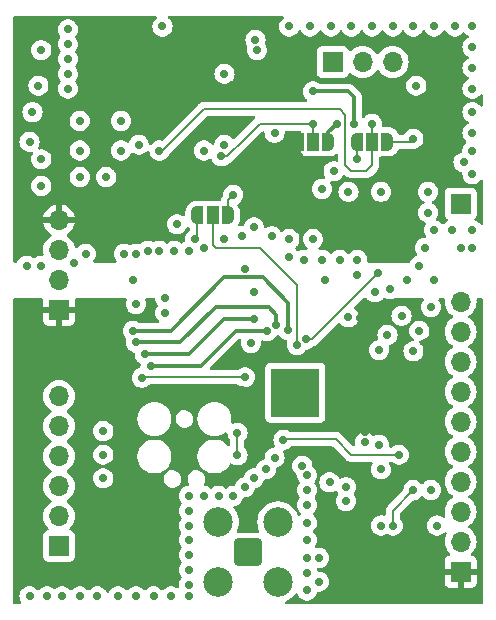
<source format=gbr>
%TF.GenerationSoftware,KiCad,Pcbnew,7.0.9+1*%
%TF.CreationDate,2024-01-05T17:55:25+01:00*%
%TF.ProjectId,sensor,73656e73-6f72-42e6-9b69-6361645f7063,rev?*%
%TF.SameCoordinates,Original*%
%TF.FileFunction,Copper,L4,Bot*%
%TF.FilePolarity,Positive*%
%FSLAX46Y46*%
G04 Gerber Fmt 4.6, Leading zero omitted, Abs format (unit mm)*
G04 Created by KiCad (PCBNEW 7.0.9+1) date 2024-01-05 17:55:25*
%MOMM*%
%LPD*%
G01*
G04 APERTURE LIST*
G04 Aperture macros list*
%AMRoundRect*
0 Rectangle with rounded corners*
0 $1 Rounding radius*
0 $2 $3 $4 $5 $6 $7 $8 $9 X,Y pos of 4 corners*
0 Add a 4 corners polygon primitive as box body*
4,1,4,$2,$3,$4,$5,$6,$7,$8,$9,$2,$3,0*
0 Add four circle primitives for the rounded corners*
1,1,$1+$1,$2,$3*
1,1,$1+$1,$4,$5*
1,1,$1+$1,$6,$7*
1,1,$1+$1,$8,$9*
0 Add four rect primitives between the rounded corners*
20,1,$1+$1,$2,$3,$4,$5,0*
20,1,$1+$1,$4,$5,$6,$7,0*
20,1,$1+$1,$6,$7,$8,$9,0*
20,1,$1+$1,$8,$9,$2,$3,0*%
%AMFreePoly0*
4,1,19,0.550000,-0.750000,0.000000,-0.750000,0.000000,-0.744911,-0.071157,-0.744911,-0.207708,-0.704816,-0.327430,-0.627875,-0.420627,-0.520320,-0.479746,-0.390866,-0.500000,-0.250000,-0.500000,0.250000,-0.479746,0.390866,-0.420627,0.520320,-0.327430,0.627875,-0.207708,0.704816,-0.071157,0.744911,0.000000,0.744911,0.000000,0.750000,0.550000,0.750000,0.550000,-0.750000,0.550000,-0.750000,
$1*%
%AMFreePoly1*
4,1,19,0.000000,0.744911,0.071157,0.744911,0.207708,0.704816,0.327430,0.627875,0.420627,0.520320,0.479746,0.390866,0.500000,0.250000,0.500000,-0.250000,0.479746,-0.390866,0.420627,-0.520320,0.327430,-0.627875,0.207708,-0.704816,0.071157,-0.744911,0.000000,-0.744911,0.000000,-0.750000,-0.550000,-0.750000,-0.550000,0.750000,0.000000,0.750000,0.000000,0.744911,0.000000,0.744911,
$1*%
G04 Aperture macros list end*
%TA.AperFunction,ComponentPad*%
%ADD10C,0.800000*%
%TD*%
%TA.AperFunction,SMDPad,CuDef*%
%ADD11R,4.100000X4.100000*%
%TD*%
%TA.AperFunction,ComponentPad*%
%ADD12RoundRect,0.200100X0.949900X0.949900X-0.949900X0.949900X-0.949900X-0.949900X0.949900X-0.949900X0*%
%TD*%
%TA.AperFunction,ComponentPad*%
%ADD13C,2.500000*%
%TD*%
%TA.AperFunction,ComponentPad*%
%ADD14R,1.700000X1.700000*%
%TD*%
%TA.AperFunction,ComponentPad*%
%ADD15O,1.700000X1.700000*%
%TD*%
%TA.AperFunction,SMDPad,CuDef*%
%ADD16FreePoly0,0.000000*%
%TD*%
%TA.AperFunction,SMDPad,CuDef*%
%ADD17R,1.000000X1.500000*%
%TD*%
%TA.AperFunction,SMDPad,CuDef*%
%ADD18FreePoly1,0.000000*%
%TD*%
%TA.AperFunction,SMDPad,CuDef*%
%ADD19FreePoly0,180.000000*%
%TD*%
%TA.AperFunction,SMDPad,CuDef*%
%ADD20FreePoly1,180.000000*%
%TD*%
%TA.AperFunction,ViaPad*%
%ADD21C,0.700000*%
%TD*%
%TA.AperFunction,Conductor*%
%ADD22C,0.200000*%
%TD*%
%TA.AperFunction,Conductor*%
%ADD23C,0.300000*%
%TD*%
G04 APERTURE END LIST*
D10*
%TO.P,U601,49,VSS*%
%TO.N,GND*%
X137500000Y-90500000D03*
X136000000Y-90500000D03*
X134500000Y-90500000D03*
X137500000Y-92000000D03*
X136000000Y-92000000D03*
D11*
X136000000Y-92000000D03*
D10*
X134500000Y-92000000D03*
X137500000Y-93500000D03*
X136000000Y-93500000D03*
X134500000Y-93500000D03*
%TD*%
D12*
%TO.P,J101,1,In*%
%TO.N,/Microcontroller/rf_ant*%
X132000000Y-105500000D03*
D13*
%TO.P,J101,2,Ext*%
%TO.N,GND*%
X134540000Y-108040000D03*
X134540000Y-102960000D03*
X129460000Y-108040000D03*
X129460000Y-102960000D03*
%TD*%
D14*
%TO.P,J202,1,Pin_1*%
%TO.N,/Microcontroller/LDO_{EN}*%
X116000000Y-105000000D03*
D15*
%TO.P,J202,2,Pin_2*%
%TO.N,GND*%
X116000000Y-102460000D03*
%TO.P,J202,3,Pin_3*%
%TO.N,/P_{IN}/HBO-MCU*%
X116000000Y-99920000D03*
%TO.P,J202,4,Pin_4*%
%TO.N,/P_{IN}/EH-ON*%
X116000000Y-97380000D03*
%TO.P,J202,5,Pin_5*%
%TO.N,/P_{IN}/PWG-Vout*%
X116000000Y-94840000D03*
%TO.P,J202,6,Pin_6*%
%TO.N,/P_{IN}/PWG-LDO*%
X116000000Y-92300000D03*
%TD*%
D14*
%TO.P,J201,1,Pin_1*%
%TO.N,/Microcontroller/V_{DD}*%
X116000000Y-85000000D03*
D15*
%TO.P,J201,2,Pin_2*%
%TO.N,GND*%
X116000000Y-82460000D03*
%TO.P,J201,3,Pin_3*%
X116000000Y-79920000D03*
%TO.P,J201,4,Pin_4*%
%TO.N,/P_{IN}/LDO_{OUT}*%
X116000000Y-77380000D03*
%TD*%
D14*
%TO.P,J503,1,Pin_1*%
%TO.N,Net-(J503-Pin_1)*%
X150000000Y-76000000D03*
%TD*%
%TO.P,Q402,1,D*%
%TO.N,Net-(J402-Pin_1)*%
X139170000Y-64000000D03*
D15*
%TO.P,Q402,2,S*%
%TO.N,Net-(J401-Pin_1)*%
X141710000Y-64000000D03*
%TO.P,Q402,3,G*%
%TO.N,/Filter/In*%
X144250000Y-64000000D03*
%TD*%
D14*
%TO.P,J602,1,Pin_1*%
%TO.N,/Microcontroller/V_{DD}*%
X150000000Y-107160000D03*
D15*
%TO.P,J602,2,Pin_2*%
%TO.N,/Microcontroller/io_p024*%
X150000000Y-104620000D03*
%TO.P,J602,3,Pin_3*%
%TO.N,/Microcontroller/io_p025*%
X150000000Y-102080000D03*
%TO.P,J602,4,Pin_4*%
%TO.N,/Microcontroller/io_p026*%
X150000000Y-99540000D03*
%TO.P,J602,5,Pin_5*%
%TO.N,/Microcontroller/io_p027*%
X150000000Y-97000000D03*
%TO.P,J602,6,Pin_6*%
%TO.N,/Microcontroller/io_p028*%
X150000000Y-94460000D03*
%TO.P,J602,7,Pin_7*%
%TO.N,/Microcontroller/io_p029*%
X150000000Y-91920000D03*
%TO.P,J602,8,Pin_8*%
%TO.N,/Microcontroller/io_p030*%
X150000000Y-89380000D03*
%TO.P,J602,9,Pin_9*%
%TO.N,/Microcontroller/io_p031*%
X150000000Y-86840000D03*
%TO.P,J602,10,Pin_10*%
%TO.N,GND*%
X150000000Y-84300000D03*
%TD*%
D16*
%TO.P,JP301,1,A*%
%TO.N,/Reference/ref_1v1*%
X127700000Y-77000000D03*
D17*
%TO.P,JP301,2,C*%
%TO.N,/Microcontroller/V_{ref}*%
X129000000Y-77000000D03*
D18*
%TO.P,JP301,3,B*%
%TO.N,/Reference/ref_0v5*%
X130300000Y-77000000D03*
%TD*%
D19*
%TO.P,JP403,1,A*%
%TO.N,Net-(JP403-A)*%
X138800000Y-70750000D03*
D17*
%TO.P,JP403,2,C*%
%TO.N,Net-(J402-Pin_1)*%
X137500000Y-70750000D03*
D20*
%TO.P,JP403,3,B*%
%TO.N,/P_{IN}/LDO_{OUT}*%
X136200000Y-70750000D03*
%TD*%
D16*
%TO.P,JP402,1,A*%
%TO.N,Net-(JP402-A)*%
X141200000Y-70750000D03*
D17*
%TO.P,JP402,2,C*%
%TO.N,Net-(J401-Pin_1)*%
X142500000Y-70750000D03*
D18*
%TO.P,JP402,3,B*%
%TO.N,GND*%
X143800000Y-70750000D03*
%TD*%
D21*
%TO.N,GND*%
X113500000Y-109250000D03*
X115000000Y-109250000D03*
X116250000Y-109250000D03*
X127000000Y-108250000D03*
X127000000Y-107000000D03*
X127000000Y-105750000D03*
X134250000Y-97500000D03*
X133500000Y-98500000D03*
X128250000Y-100750000D03*
X148000000Y-103250000D03*
X147500000Y-100250000D03*
X146500000Y-86750000D03*
X145000000Y-85500000D03*
X114500000Y-63000000D03*
X114250000Y-66000000D03*
X113750000Y-68250000D03*
X113500000Y-70750000D03*
X114500000Y-72250000D03*
X114500000Y-74500000D03*
X120000000Y-73750000D03*
X139250000Y-73250000D03*
X138250000Y-74750000D03*
X147250000Y-76750000D03*
X147250000Y-75000000D03*
X113250000Y-81250000D03*
X114500000Y-81250000D03*
X117250000Y-81000000D03*
X118250000Y-80250000D03*
X121500000Y-80250000D03*
X123500000Y-80000000D03*
X124500000Y-80000000D03*
X125750000Y-80000000D03*
X127000000Y-80000000D03*
X128250000Y-79750000D03*
X130000000Y-79000000D03*
X132500000Y-78000000D03*
X134000000Y-78750000D03*
X136750000Y-80750000D03*
X138250000Y-80750000D03*
X139750000Y-80750000D03*
X141250000Y-80750000D03*
X141250000Y-82000000D03*
X142750000Y-83500000D03*
X144000000Y-83250000D03*
X145500000Y-82500000D03*
X146500000Y-81250000D03*
X147000000Y-79750000D03*
X147750000Y-78250000D03*
X149250000Y-78250000D03*
X151000000Y-79750000D03*
X151000000Y-78250000D03*
X151000000Y-73500000D03*
X151000000Y-71500000D03*
X151000000Y-70000000D03*
X151000000Y-68250000D03*
X151000000Y-66250000D03*
X151000000Y-64500000D03*
X151000000Y-62750000D03*
X151000000Y-61000000D03*
X149500000Y-61000000D03*
X147750000Y-61000000D03*
X146000000Y-61000000D03*
X144250000Y-61000000D03*
X142500000Y-61000000D03*
X140750000Y-61000000D03*
X139000000Y-61000000D03*
X137250000Y-61000000D03*
X135500000Y-61000000D03*
X137000000Y-108750000D03*
X137000000Y-107250000D03*
X137000000Y-106000000D03*
X137000000Y-104500000D03*
X137000000Y-103000000D03*
X137000000Y-101500000D03*
X137000000Y-100250000D03*
X132500000Y-99250000D03*
X131750000Y-100000000D03*
X130750000Y-100750000D03*
X129500000Y-100750000D03*
X127000000Y-102000000D03*
X127000000Y-103250000D03*
X127000000Y-104500000D03*
X127000000Y-109250000D03*
X125500000Y-109250000D03*
X124000000Y-109250000D03*
X122500000Y-109250000D03*
X121000000Y-109250000D03*
X119250000Y-109250000D03*
X117750000Y-109250000D03*
X119750000Y-99250000D03*
X119750000Y-97250000D03*
X119750000Y-95250000D03*
X122500000Y-80250000D03*
X122250000Y-82500000D03*
X122500000Y-84500000D03*
X131750000Y-81500000D03*
X131500000Y-78750000D03*
X126000000Y-77750000D03*
X135500000Y-80500000D03*
X135500000Y-79000000D03*
X147500000Y-84750000D03*
X147750000Y-82500000D03*
X150000000Y-79750000D03*
X143250000Y-75000000D03*
X140500000Y-75000000D03*
X117750000Y-73750000D03*
X117750000Y-71500000D03*
X121250000Y-71500000D03*
X121250000Y-69000000D03*
X117750000Y-69000000D03*
%TO.N,/P_{IN}/HBO-MCU*%
X122250000Y-86750000D03*
%TO.N,/P_{IN}/EH-ON*%
X122500000Y-87750000D03*
%TO.N,/P_{IN}/PWG-LDO*%
X123250000Y-88750000D03*
%TO.N,/P_{IN}/PWG-Vout*%
X123750000Y-89750000D03*
%TO.N,GND*%
X138000000Y-108000000D03*
X138000000Y-106000000D03*
%TO.N,/Microcontroller/io_p025*%
X144250000Y-103250000D03*
X146000000Y-100250000D03*
%TO.N,/Microcontroller/V_{DD}*%
X125750000Y-92750000D03*
%TO.N,GND*%
X127000000Y-100750000D03*
X132500000Y-83500000D03*
X143250000Y-98500000D03*
X124750000Y-61000000D03*
X132250000Y-87798911D03*
X116750000Y-62500000D03*
X140300000Y-101200000D03*
X143100000Y-88400000D03*
X130000000Y-65000000D03*
X140300000Y-100000000D03*
X140500000Y-85600000D03*
X143800000Y-87100000D03*
X146250000Y-66000000D03*
X116750000Y-65000000D03*
X132625000Y-62125000D03*
X125000000Y-85250000D03*
X116750000Y-61250000D03*
X138500000Y-82500000D03*
X143250000Y-103250000D03*
X122750000Y-71000000D03*
X138900000Y-99600000D03*
X136600000Y-98200000D03*
X125000000Y-84000000D03*
X137000000Y-99000000D03*
X116750000Y-66250000D03*
X134250000Y-70000000D03*
X128250000Y-71500000D03*
X130000000Y-71000000D03*
X137500000Y-79000000D03*
X146000000Y-88500000D03*
X141900000Y-96200000D03*
X116750000Y-63750000D03*
X132750000Y-63000000D03*
X143100000Y-96400000D03*
X150250000Y-72500000D03*
X146000000Y-70500000D03*
%TO.N,Net-(J401-Pin_1)*%
X142500000Y-69250000D03*
X124500000Y-71500000D03*
%TO.N,/P_{IN}/LDO_{OUT}*%
X117250000Y-67500000D03*
X136000000Y-73500000D03*
X128500000Y-73750000D03*
X125000000Y-62250000D03*
%TO.N,/Microcontroller/V_{DD}*%
X141500000Y-85700000D03*
X131500000Y-91750000D03*
X125250000Y-91750000D03*
X141900000Y-95300000D03*
%TO.N,/P_{IN}/PWG-LDO*%
X132500000Y-85750000D03*
%TO.N,/P_{IN}/PWG-Vout*%
X133600000Y-86800000D03*
%TO.N,/P_{IN}/EH-ON*%
X134400000Y-86300000D03*
%TO.N,/P_{IN}/HBO-MCU*%
X135400000Y-86700000D03*
%TO.N,/Microcontroller/LDO_{EN}*%
X123000000Y-90750000D03*
X131750000Y-90700000D03*
%TO.N,/Filter/Out*%
X143000000Y-81900000D03*
X136900500Y-87500000D03*
%TO.N,/Microcontroller/V_{ref}*%
X136128979Y-87962451D03*
%TO.N,/Microcontroller/io_p024*%
X144750000Y-97250000D03*
X135000000Y-96000000D03*
%TO.N,/Microcontroller/swd_clk*%
X131100000Y-97300000D03*
X131100000Y-95400000D03*
%TO.N,/Reference/ref_1v1*%
X127500000Y-79000000D03*
%TO.N,/Reference/ref_0v5*%
X130750000Y-75250000D03*
%TO.N,Net-(JP402-A)*%
X141250000Y-72250000D03*
%TO.N,Net-(JP403-A)*%
X137500000Y-66500000D03*
X141000000Y-69250000D03*
X139500000Y-69250000D03*
%TO.N,Net-(J402-Pin_1)*%
X129750000Y-72000000D03*
X137500000Y-69250000D03*
%TD*%
D22*
%TO.N,/Microcontroller/V_{ref}*%
X129000000Y-79500000D02*
X129250000Y-79750000D01*
X129250000Y-79750000D02*
X133000000Y-79750000D01*
X133000000Y-79750000D02*
X136128979Y-82878979D01*
X136128979Y-82878979D02*
X136128979Y-87962451D01*
X129000000Y-79500000D02*
X129000000Y-77000000D01*
%TO.N,/Microcontroller/LDO_{EN}*%
X123000000Y-90750000D02*
X123050000Y-90700000D01*
X123050000Y-90700000D02*
X131750000Y-90700000D01*
D23*
%TO.N,/P_{IN}/HBO-MCU*%
X122250000Y-86750000D02*
X125500000Y-86750000D01*
%TO.N,/P_{IN}/EH-ON*%
X122500000Y-87750000D02*
X126250000Y-87750000D01*
%TO.N,/P_{IN}/PWG-Vout*%
X123750000Y-89750000D02*
X128000000Y-89750000D01*
D22*
%TO.N,/Microcontroller/io_p025*%
X144250000Y-102000000D02*
X144250000Y-103250000D01*
X146000000Y-100250000D02*
X144250000Y-102000000D01*
%TO.N,GND*%
X145750000Y-70750000D02*
X146000000Y-70500000D01*
X143800000Y-70750000D02*
X145750000Y-70750000D01*
%TO.N,Net-(J401-Pin_1)*%
X140750000Y-73250000D02*
X142000000Y-73250000D01*
X128250000Y-68000000D02*
X139750000Y-68000000D01*
X139750000Y-68000000D02*
X140250000Y-68500000D01*
X140250000Y-72750000D02*
X140750000Y-73250000D01*
X142500000Y-69250000D02*
X142500000Y-70750000D01*
X124500000Y-71500000D02*
X124750000Y-71500000D01*
X140250000Y-68500000D02*
X140250000Y-72750000D01*
X142000000Y-73250000D02*
X142500000Y-72750000D01*
X124750000Y-71500000D02*
X128250000Y-68000000D01*
X142500000Y-72750000D02*
X142500000Y-70750000D01*
D23*
%TO.N,/P_{IN}/LDO_{OUT}*%
X125000000Y-66000000D02*
X125000000Y-62250000D01*
X117250000Y-67500000D02*
X123500000Y-67500000D01*
X129000000Y-74750000D02*
X116750000Y-74750000D01*
X136200000Y-70750000D02*
X136200000Y-73300000D01*
X116750000Y-74750000D02*
X116000000Y-75500000D01*
X136200000Y-73300000D02*
X136000000Y-73500000D01*
X123500000Y-67500000D02*
X125000000Y-66000000D01*
X128500000Y-74750000D02*
X128500000Y-73750000D01*
X129750000Y-74000000D02*
X129000000Y-74750000D01*
X136000000Y-73500000D02*
X135500000Y-74000000D01*
X135500000Y-74000000D02*
X129750000Y-74000000D01*
X116000000Y-75500000D02*
X116000000Y-77380000D01*
%TO.N,/P_{IN}/PWG-LDO*%
X130000000Y-85750000D02*
X127000000Y-88750000D01*
X127000000Y-88750000D02*
X123250000Y-88750000D01*
X132500000Y-85750000D02*
X130000000Y-85750000D01*
%TO.N,/P_{IN}/PWG-Vout*%
X128000000Y-89750000D02*
X130950000Y-86800000D01*
X130950000Y-86800000D02*
X133600000Y-86800000D01*
%TO.N,/P_{IN}/EH-ON*%
X126250000Y-87750000D02*
X129250000Y-84750000D01*
X129250000Y-84750000D02*
X133750000Y-84750000D01*
X133750000Y-84750000D02*
X134400000Y-85400000D01*
X134400000Y-85400000D02*
X134400000Y-86300000D01*
%TO.N,/P_{IN}/HBO-MCU*%
X130000000Y-82250000D02*
X133250000Y-82250000D01*
X133250000Y-82250000D02*
X135400000Y-84400000D01*
X125500000Y-86750000D02*
X130000000Y-82250000D01*
X135400000Y-84400000D02*
X135400000Y-86700000D01*
D22*
%TO.N,/Filter/Out*%
X137400000Y-87500000D02*
X143000000Y-81900000D01*
X136900500Y-87500000D02*
X137400000Y-87500000D01*
%TO.N,/Microcontroller/io_p024*%
X135000000Y-96000000D02*
X135050000Y-95950000D01*
X135050000Y-95950000D02*
X139450000Y-95950000D01*
X139450000Y-95950000D02*
X140750000Y-97250000D01*
X140750000Y-97250000D02*
X144750000Y-97250000D01*
%TO.N,/Microcontroller/swd_clk*%
X131100000Y-97300000D02*
X131100000Y-95400000D01*
%TO.N,/Reference/ref_1v1*%
X127700000Y-78800000D02*
X127700000Y-77000000D01*
X127500000Y-79000000D02*
X127700000Y-78800000D01*
%TO.N,/Reference/ref_0v5*%
X130300000Y-75700000D02*
X130300000Y-77000000D01*
X130750000Y-75250000D02*
X130300000Y-75700000D01*
%TO.N,Net-(JP402-A)*%
X141250000Y-70800000D02*
X141200000Y-70750000D01*
X141250000Y-72250000D02*
X141250000Y-70800000D01*
D23*
%TO.N,Net-(JP403-A)*%
X138800000Y-70750000D02*
X138800000Y-69950000D01*
X141000000Y-67000000D02*
X140500000Y-66500000D01*
X140500000Y-66500000D02*
X137500000Y-66500000D01*
X138800000Y-69950000D02*
X139500000Y-69250000D01*
X141000000Y-69250000D02*
X141000000Y-67000000D01*
D22*
%TO.N,Net-(J402-Pin_1)*%
X131750000Y-70500000D02*
X130250000Y-72000000D01*
X133000000Y-69250000D02*
X131750000Y-70500000D01*
X130250000Y-72000000D02*
X129750000Y-72000000D01*
X137500000Y-69250000D02*
X133000000Y-69250000D01*
X137500000Y-69250000D02*
X137500000Y-70750000D01*
%TD*%
%TA.AperFunction,Conductor*%
%TO.N,/P_{IN}/LDO_{OUT}*%
G36*
X124226505Y-60120185D02*
G01*
X124272260Y-60172989D01*
X124282204Y-60242147D01*
X124253179Y-60305703D01*
X124232352Y-60324818D01*
X124177768Y-60364475D01*
X124058140Y-60497336D01*
X123968750Y-60652164D01*
X123968747Y-60652170D01*
X123913504Y-60822192D01*
X123913503Y-60822194D01*
X123894815Y-61000000D01*
X123913503Y-61177805D01*
X123913504Y-61177807D01*
X123968747Y-61347829D01*
X123968750Y-61347835D01*
X124058141Y-61502665D01*
X124099812Y-61548946D01*
X124177764Y-61635521D01*
X124177767Y-61635523D01*
X124177770Y-61635526D01*
X124322407Y-61740612D01*
X124485733Y-61813329D01*
X124660609Y-61850500D01*
X124660610Y-61850500D01*
X124839389Y-61850500D01*
X124839391Y-61850500D01*
X125014267Y-61813329D01*
X125177593Y-61740612D01*
X125322230Y-61635526D01*
X125334107Y-61622336D01*
X125356167Y-61597835D01*
X125441859Y-61502665D01*
X125531250Y-61347835D01*
X125586497Y-61177803D01*
X125605185Y-61000000D01*
X125586497Y-60822197D01*
X125543538Y-60689984D01*
X125531252Y-60652170D01*
X125531249Y-60652164D01*
X125509490Y-60614476D01*
X125441859Y-60497335D01*
X125353768Y-60399500D01*
X125322235Y-60364478D01*
X125322232Y-60364476D01*
X125322231Y-60364475D01*
X125322230Y-60364474D01*
X125267647Y-60324816D01*
X125224983Y-60269488D01*
X125219004Y-60199874D01*
X125251610Y-60138079D01*
X125312449Y-60103722D01*
X125340534Y-60100500D01*
X134909466Y-60100500D01*
X134976505Y-60120185D01*
X135022260Y-60172989D01*
X135032204Y-60242147D01*
X135003179Y-60305703D01*
X134982352Y-60324818D01*
X134927768Y-60364475D01*
X134808140Y-60497336D01*
X134718750Y-60652164D01*
X134718747Y-60652170D01*
X134663504Y-60822192D01*
X134663503Y-60822194D01*
X134644815Y-61000000D01*
X134663503Y-61177805D01*
X134663504Y-61177807D01*
X134718747Y-61347829D01*
X134718750Y-61347835D01*
X134808141Y-61502665D01*
X134849812Y-61548946D01*
X134927764Y-61635521D01*
X134927767Y-61635523D01*
X134927770Y-61635526D01*
X135072407Y-61740612D01*
X135235733Y-61813329D01*
X135410609Y-61850500D01*
X135410610Y-61850500D01*
X135589389Y-61850500D01*
X135589391Y-61850500D01*
X135764267Y-61813329D01*
X135927593Y-61740612D01*
X136072230Y-61635526D01*
X136084107Y-61622336D01*
X136122424Y-61579780D01*
X136191859Y-61502665D01*
X136267614Y-61371452D01*
X136318179Y-61323239D01*
X136386786Y-61310015D01*
X136451651Y-61335983D01*
X136482384Y-61371451D01*
X136558140Y-61502663D01*
X136558141Y-61502665D01*
X136677764Y-61635521D01*
X136677767Y-61635523D01*
X136677770Y-61635526D01*
X136822407Y-61740612D01*
X136985733Y-61813329D01*
X137160609Y-61850500D01*
X137160610Y-61850500D01*
X137339389Y-61850500D01*
X137339391Y-61850500D01*
X137514267Y-61813329D01*
X137677593Y-61740612D01*
X137822230Y-61635526D01*
X137834107Y-61622336D01*
X137872424Y-61579780D01*
X137941859Y-61502665D01*
X138017614Y-61371452D01*
X138068179Y-61323239D01*
X138136786Y-61310015D01*
X138201651Y-61335983D01*
X138232384Y-61371451D01*
X138308140Y-61502663D01*
X138308141Y-61502665D01*
X138427764Y-61635521D01*
X138427767Y-61635523D01*
X138427770Y-61635526D01*
X138572407Y-61740612D01*
X138735733Y-61813329D01*
X138910609Y-61850500D01*
X138910610Y-61850500D01*
X139089389Y-61850500D01*
X139089391Y-61850500D01*
X139264267Y-61813329D01*
X139427593Y-61740612D01*
X139572230Y-61635526D01*
X139584107Y-61622336D01*
X139622424Y-61579780D01*
X139691859Y-61502665D01*
X139767614Y-61371452D01*
X139818179Y-61323239D01*
X139886786Y-61310015D01*
X139951651Y-61335983D01*
X139982384Y-61371451D01*
X140058140Y-61502663D01*
X140058141Y-61502665D01*
X140177764Y-61635521D01*
X140177767Y-61635523D01*
X140177770Y-61635526D01*
X140322407Y-61740612D01*
X140485733Y-61813329D01*
X140660609Y-61850500D01*
X140660610Y-61850500D01*
X140839389Y-61850500D01*
X140839391Y-61850500D01*
X141014267Y-61813329D01*
X141177593Y-61740612D01*
X141322230Y-61635526D01*
X141334107Y-61622336D01*
X141372424Y-61579780D01*
X141441859Y-61502665D01*
X141517614Y-61371452D01*
X141568179Y-61323239D01*
X141636786Y-61310015D01*
X141701651Y-61335983D01*
X141732384Y-61371451D01*
X141808140Y-61502663D01*
X141808141Y-61502665D01*
X141927764Y-61635521D01*
X141927767Y-61635523D01*
X141927770Y-61635526D01*
X142072407Y-61740612D01*
X142235733Y-61813329D01*
X142410609Y-61850500D01*
X142410610Y-61850500D01*
X142589389Y-61850500D01*
X142589391Y-61850500D01*
X142764267Y-61813329D01*
X142927593Y-61740612D01*
X143072230Y-61635526D01*
X143084107Y-61622336D01*
X143122424Y-61579780D01*
X143191859Y-61502665D01*
X143267614Y-61371452D01*
X143318179Y-61323239D01*
X143386786Y-61310015D01*
X143451651Y-61335983D01*
X143482384Y-61371451D01*
X143558140Y-61502663D01*
X143558141Y-61502665D01*
X143677764Y-61635521D01*
X143677767Y-61635523D01*
X143677770Y-61635526D01*
X143822407Y-61740612D01*
X143985733Y-61813329D01*
X144160609Y-61850500D01*
X144160610Y-61850500D01*
X144339389Y-61850500D01*
X144339391Y-61850500D01*
X144514267Y-61813329D01*
X144677593Y-61740612D01*
X144822230Y-61635526D01*
X144834107Y-61622336D01*
X144872424Y-61579780D01*
X144941859Y-61502665D01*
X145017614Y-61371452D01*
X145068179Y-61323239D01*
X145136786Y-61310015D01*
X145201651Y-61335983D01*
X145232384Y-61371451D01*
X145308140Y-61502663D01*
X145308141Y-61502665D01*
X145427764Y-61635521D01*
X145427767Y-61635523D01*
X145427770Y-61635526D01*
X145572407Y-61740612D01*
X145735733Y-61813329D01*
X145910609Y-61850500D01*
X145910610Y-61850500D01*
X146089389Y-61850500D01*
X146089391Y-61850500D01*
X146264267Y-61813329D01*
X146427593Y-61740612D01*
X146572230Y-61635526D01*
X146584107Y-61622336D01*
X146622424Y-61579780D01*
X146691859Y-61502665D01*
X146767614Y-61371452D01*
X146818179Y-61323239D01*
X146886786Y-61310015D01*
X146951651Y-61335983D01*
X146982384Y-61371451D01*
X147058140Y-61502663D01*
X147058141Y-61502665D01*
X147177764Y-61635521D01*
X147177767Y-61635523D01*
X147177770Y-61635526D01*
X147322407Y-61740612D01*
X147485733Y-61813329D01*
X147660609Y-61850500D01*
X147660610Y-61850500D01*
X147839389Y-61850500D01*
X147839391Y-61850500D01*
X148014267Y-61813329D01*
X148177593Y-61740612D01*
X148322230Y-61635526D01*
X148334107Y-61622336D01*
X148372424Y-61579780D01*
X148441859Y-61502665D01*
X148517614Y-61371452D01*
X148568179Y-61323239D01*
X148636786Y-61310015D01*
X148701651Y-61335983D01*
X148732384Y-61371451D01*
X148808140Y-61502663D01*
X148808141Y-61502665D01*
X148927764Y-61635521D01*
X148927767Y-61635523D01*
X148927770Y-61635526D01*
X149072407Y-61740612D01*
X149235733Y-61813329D01*
X149410609Y-61850500D01*
X149410610Y-61850500D01*
X149589389Y-61850500D01*
X149589391Y-61850500D01*
X149764267Y-61813329D01*
X149927593Y-61740612D01*
X150072230Y-61635526D01*
X150157852Y-61540432D01*
X150217336Y-61503787D01*
X150287193Y-61505116D01*
X150342147Y-61540432D01*
X150427770Y-61635526D01*
X150572407Y-61740612D01*
X150619819Y-61761721D01*
X150673055Y-61806970D01*
X150693377Y-61873819D01*
X150674332Y-61941043D01*
X150621966Y-61987299D01*
X150619819Y-61988279D01*
X150572408Y-62009387D01*
X150427768Y-62114475D01*
X150308140Y-62247336D01*
X150218750Y-62402164D01*
X150218747Y-62402170D01*
X150163504Y-62572192D01*
X150163503Y-62572194D01*
X150144815Y-62750000D01*
X150163503Y-62927805D01*
X150163504Y-62927807D01*
X150218747Y-63097829D01*
X150218750Y-63097835D01*
X150308141Y-63252665D01*
X150316650Y-63262115D01*
X150427764Y-63385521D01*
X150427767Y-63385523D01*
X150427770Y-63385526D01*
X150572407Y-63490612D01*
X150619819Y-63511721D01*
X150673055Y-63556970D01*
X150693377Y-63623819D01*
X150674332Y-63691043D01*
X150621966Y-63737299D01*
X150619819Y-63738279D01*
X150572408Y-63759387D01*
X150427768Y-63864475D01*
X150308140Y-63997336D01*
X150218750Y-64152164D01*
X150218747Y-64152170D01*
X150163504Y-64322192D01*
X150163503Y-64322194D01*
X150144815Y-64500000D01*
X150163503Y-64677805D01*
X150163504Y-64677807D01*
X150218747Y-64847829D01*
X150218750Y-64847835D01*
X150308141Y-65002665D01*
X150316650Y-65012115D01*
X150427764Y-65135521D01*
X150427767Y-65135523D01*
X150427770Y-65135526D01*
X150572407Y-65240612D01*
X150619819Y-65261721D01*
X150673055Y-65306970D01*
X150693377Y-65373819D01*
X150674332Y-65441043D01*
X150621966Y-65487299D01*
X150619819Y-65488279D01*
X150572408Y-65509387D01*
X150427768Y-65614475D01*
X150308140Y-65747336D01*
X150218750Y-65902164D01*
X150218747Y-65902170D01*
X150163504Y-66072192D01*
X150163503Y-66072194D01*
X150144815Y-66250000D01*
X150163503Y-66427805D01*
X150163504Y-66427807D01*
X150218747Y-66597829D01*
X150218750Y-66597835D01*
X150308141Y-66752665D01*
X150316650Y-66762115D01*
X150427764Y-66885521D01*
X150427767Y-66885523D01*
X150427770Y-66885526D01*
X150572407Y-66990612D01*
X150735733Y-67063329D01*
X150910609Y-67100500D01*
X150910610Y-67100500D01*
X151089389Y-67100500D01*
X151089391Y-67100500D01*
X151264267Y-67063329D01*
X151427593Y-66990612D01*
X151572230Y-66885526D01*
X151579858Y-66877055D01*
X151683350Y-66762115D01*
X151742836Y-66725466D01*
X151812693Y-66726796D01*
X151870742Y-66765683D01*
X151898552Y-66829780D01*
X151899500Y-66845087D01*
X151899500Y-67654912D01*
X151879815Y-67721951D01*
X151827011Y-67767706D01*
X151757853Y-67777650D01*
X151694297Y-67748625D01*
X151683350Y-67737884D01*
X151572235Y-67614478D01*
X151572232Y-67614476D01*
X151572231Y-67614475D01*
X151572230Y-67614474D01*
X151427593Y-67509388D01*
X151264267Y-67436671D01*
X151264265Y-67436670D01*
X151136594Y-67409533D01*
X151089391Y-67399500D01*
X150910609Y-67399500D01*
X150879954Y-67406015D01*
X150735733Y-67436670D01*
X150735728Y-67436672D01*
X150572408Y-67509387D01*
X150427768Y-67614475D01*
X150308140Y-67747336D01*
X150218750Y-67902164D01*
X150218747Y-67902170D01*
X150163504Y-68072192D01*
X150163503Y-68072194D01*
X150144815Y-68250000D01*
X150163503Y-68427805D01*
X150163504Y-68427807D01*
X150218747Y-68597829D01*
X150218750Y-68597835D01*
X150308141Y-68752665D01*
X150316650Y-68762115D01*
X150427764Y-68885521D01*
X150427767Y-68885523D01*
X150427770Y-68885526D01*
X150572407Y-68990612D01*
X150619819Y-69011721D01*
X150673055Y-69056970D01*
X150693377Y-69123819D01*
X150674332Y-69191043D01*
X150621966Y-69237299D01*
X150619819Y-69238279D01*
X150572408Y-69259387D01*
X150427768Y-69364475D01*
X150308140Y-69497336D01*
X150218750Y-69652164D01*
X150218747Y-69652170D01*
X150163504Y-69822192D01*
X150163503Y-69822194D01*
X150144815Y-70000000D01*
X150163503Y-70177805D01*
X150163504Y-70177807D01*
X150218747Y-70347829D01*
X150218750Y-70347835D01*
X150308141Y-70502665D01*
X150346903Y-70545714D01*
X150427764Y-70635521D01*
X150427769Y-70635525D01*
X150447255Y-70649683D01*
X150489920Y-70705014D01*
X150495898Y-70774627D01*
X150463291Y-70836422D01*
X150447255Y-70850317D01*
X150427769Y-70864474D01*
X150308140Y-70997336D01*
X150218750Y-71152164D01*
X150218747Y-71152170D01*
X150163504Y-71322192D01*
X150163503Y-71322194D01*
X150144815Y-71500000D01*
X150148859Y-71538479D01*
X150136289Y-71607208D01*
X150088556Y-71658232D01*
X150051321Y-71672729D01*
X149985730Y-71686671D01*
X149985728Y-71686672D01*
X149822408Y-71759387D01*
X149677768Y-71864475D01*
X149558140Y-71997336D01*
X149468750Y-72152164D01*
X149468747Y-72152170D01*
X149413504Y-72322192D01*
X149413503Y-72322194D01*
X149394815Y-72500000D01*
X149413503Y-72677805D01*
X149413504Y-72677807D01*
X149468747Y-72847829D01*
X149468750Y-72847835D01*
X149558141Y-73002665D01*
X149580638Y-73027650D01*
X149677764Y-73135521D01*
X149677767Y-73135523D01*
X149677770Y-73135526D01*
X149822407Y-73240612D01*
X149985733Y-73313329D01*
X150051322Y-73327270D01*
X150112800Y-73360460D01*
X150146577Y-73421623D01*
X150148859Y-73461519D01*
X150144815Y-73499998D01*
X150163503Y-73677805D01*
X150163504Y-73677807D01*
X150218747Y-73847829D01*
X150218750Y-73847835D01*
X150308141Y-74002665D01*
X150316650Y-74012115D01*
X150427764Y-74135521D01*
X150427767Y-74135523D01*
X150427770Y-74135526D01*
X150572407Y-74240612D01*
X150735733Y-74313329D01*
X150910609Y-74350500D01*
X150910610Y-74350500D01*
X151089389Y-74350500D01*
X151089391Y-74350500D01*
X151264267Y-74313329D01*
X151427593Y-74240612D01*
X151572230Y-74135526D01*
X151591185Y-74114475D01*
X151683350Y-74012115D01*
X151742836Y-73975466D01*
X151812693Y-73976796D01*
X151870742Y-74015683D01*
X151898552Y-74079780D01*
X151899500Y-74095087D01*
X151899500Y-77654912D01*
X151879815Y-77721951D01*
X151827011Y-77767706D01*
X151757853Y-77777650D01*
X151694297Y-77748625D01*
X151683350Y-77737884D01*
X151572235Y-77614478D01*
X151572232Y-77614476D01*
X151572231Y-77614475D01*
X151572230Y-77614474D01*
X151427593Y-77509388D01*
X151264267Y-77436671D01*
X151264265Y-77436670D01*
X151264264Y-77436670D01*
X151264261Y-77436669D01*
X151248968Y-77433418D01*
X151187487Y-77400224D01*
X151153713Y-77339060D01*
X151158368Y-77269345D01*
X151199973Y-77213214D01*
X151207546Y-77207546D01*
X151293796Y-77092331D01*
X151344091Y-76957483D01*
X151350500Y-76897873D01*
X151350499Y-75102128D01*
X151344091Y-75042517D01*
X151329227Y-75002665D01*
X151293797Y-74907671D01*
X151293793Y-74907664D01*
X151207547Y-74792455D01*
X151207544Y-74792452D01*
X151092335Y-74706206D01*
X151092328Y-74706202D01*
X150957482Y-74655908D01*
X150957483Y-74655908D01*
X150897883Y-74649501D01*
X150897881Y-74649500D01*
X150897873Y-74649500D01*
X150897864Y-74649500D01*
X149102129Y-74649500D01*
X149102123Y-74649501D01*
X149042516Y-74655908D01*
X148907671Y-74706202D01*
X148907664Y-74706206D01*
X148792455Y-74792452D01*
X148792452Y-74792455D01*
X148706206Y-74907664D01*
X148706202Y-74907671D01*
X148655908Y-75042517D01*
X148649962Y-75097829D01*
X148649501Y-75102123D01*
X148649500Y-75102135D01*
X148649500Y-76897870D01*
X148649501Y-76897876D01*
X148655908Y-76957483D01*
X148706202Y-77092328D01*
X148706206Y-77092335D01*
X148764464Y-77170156D01*
X148792454Y-77207546D01*
X148887328Y-77278569D01*
X148929198Y-77334501D01*
X148934182Y-77404193D01*
X148900697Y-77465516D01*
X148863454Y-77491113D01*
X148822405Y-77509389D01*
X148677771Y-77614473D01*
X148677770Y-77614474D01*
X148592148Y-77709565D01*
X148532663Y-77746213D01*
X148462806Y-77744882D01*
X148407850Y-77709564D01*
X148322235Y-77614478D01*
X148322232Y-77614476D01*
X148322231Y-77614475D01*
X148322230Y-77614474D01*
X148177593Y-77509388D01*
X148014267Y-77436671D01*
X148014266Y-77436670D01*
X148014260Y-77436668D01*
X148009468Y-77435111D01*
X147951794Y-77395670D01*
X147924600Y-77331310D01*
X147936518Y-77262465D01*
X147940405Y-77255182D01*
X147941856Y-77252667D01*
X147941859Y-77252665D01*
X148031250Y-77097835D01*
X148086497Y-76927803D01*
X148105185Y-76750000D01*
X148086497Y-76572197D01*
X148031250Y-76402165D01*
X147941859Y-76247335D01*
X147873205Y-76171087D01*
X147822235Y-76114478D01*
X147822232Y-76114476D01*
X147822231Y-76114475D01*
X147822230Y-76114474D01*
X147677593Y-76009388D01*
X147630180Y-75988278D01*
X147576945Y-75943030D01*
X147556623Y-75876181D01*
X147575668Y-75808957D01*
X147628034Y-75762701D01*
X147630128Y-75761744D01*
X147677593Y-75740612D01*
X147822230Y-75635526D01*
X147941859Y-75502665D01*
X148031250Y-75347835D01*
X148086497Y-75177803D01*
X148105185Y-75000000D01*
X148086497Y-74822197D01*
X148048809Y-74706206D01*
X148031252Y-74652170D01*
X148031249Y-74652164D01*
X148009490Y-74614476D01*
X147941859Y-74497335D01*
X147856172Y-74402170D01*
X147822235Y-74364478D01*
X147822232Y-74364476D01*
X147822231Y-74364475D01*
X147822230Y-74364474D01*
X147677593Y-74259388D01*
X147514267Y-74186671D01*
X147514265Y-74186670D01*
X147351952Y-74152170D01*
X147339391Y-74149500D01*
X147160609Y-74149500D01*
X147148048Y-74152170D01*
X146985733Y-74186670D01*
X146985728Y-74186672D01*
X146822408Y-74259387D01*
X146677768Y-74364475D01*
X146558140Y-74497336D01*
X146468750Y-74652164D01*
X146468747Y-74652170D01*
X146413504Y-74822192D01*
X146413503Y-74822194D01*
X146394815Y-75000000D01*
X146413503Y-75177805D01*
X146413504Y-75177807D01*
X146468747Y-75347829D01*
X146468750Y-75347835D01*
X146558141Y-75502665D01*
X146594670Y-75543234D01*
X146677764Y-75635521D01*
X146677767Y-75635523D01*
X146677770Y-75635526D01*
X146822407Y-75740612D01*
X146869819Y-75761721D01*
X146923055Y-75806970D01*
X146943377Y-75873819D01*
X146924332Y-75941043D01*
X146871966Y-75987299D01*
X146869819Y-75988279D01*
X146822408Y-76009387D01*
X146677768Y-76114475D01*
X146558140Y-76247336D01*
X146468750Y-76402164D01*
X146468747Y-76402170D01*
X146413504Y-76572192D01*
X146413503Y-76572194D01*
X146394815Y-76750000D01*
X146413503Y-76927805D01*
X146413504Y-76927807D01*
X146468747Y-77097829D01*
X146468750Y-77097835D01*
X146558141Y-77252665D01*
X146595176Y-77293796D01*
X146677764Y-77385521D01*
X146677767Y-77385523D01*
X146677770Y-77385526D01*
X146822407Y-77490612D01*
X146985733Y-77563329D01*
X146985738Y-77563330D01*
X146990525Y-77564886D01*
X147048200Y-77604323D01*
X147075399Y-77668682D01*
X147063484Y-77737528D01*
X147059595Y-77744816D01*
X146968749Y-77902167D01*
X146968747Y-77902170D01*
X146913504Y-78072192D01*
X146913503Y-78072194D01*
X146894815Y-78250000D01*
X146913503Y-78427805D01*
X146913504Y-78427807D01*
X146968747Y-78597829D01*
X146968750Y-78597835D01*
X147035529Y-78713500D01*
X147052002Y-78781401D01*
X147029149Y-78847427D01*
X146974228Y-78890618D01*
X146928142Y-78899500D01*
X146910609Y-78899500D01*
X146879954Y-78906015D01*
X146735733Y-78936670D01*
X146735728Y-78936672D01*
X146572408Y-79009387D01*
X146427768Y-79114475D01*
X146308140Y-79247336D01*
X146218750Y-79402164D01*
X146218747Y-79402170D01*
X146163504Y-79572192D01*
X146163503Y-79572194D01*
X146144815Y-79750000D01*
X146163503Y-79927805D01*
X146163504Y-79927807D01*
X146218747Y-80097829D01*
X146218750Y-80097835D01*
X146309594Y-80255182D01*
X146326067Y-80323083D01*
X146303214Y-80389109D01*
X146248293Y-80432300D01*
X146240531Y-80435111D01*
X146235733Y-80436669D01*
X146072408Y-80509387D01*
X145927768Y-80614475D01*
X145808140Y-80747336D01*
X145718750Y-80902164D01*
X145718747Y-80902170D01*
X145714801Y-80914318D01*
X145675364Y-80971993D01*
X145611005Y-80999192D01*
X145596870Y-81000000D01*
X142216625Y-81000000D01*
X142149586Y-80980315D01*
X142103831Y-80927511D01*
X142093304Y-80863039D01*
X142105185Y-80750000D01*
X142086497Y-80572197D01*
X142042462Y-80436671D01*
X142031252Y-80402170D01*
X142031249Y-80402164D01*
X142021642Y-80385524D01*
X141941859Y-80247335D01*
X141895003Y-80195296D01*
X141822235Y-80114478D01*
X141822232Y-80114476D01*
X141822231Y-80114475D01*
X141822230Y-80114474D01*
X141677593Y-80009388D01*
X141514267Y-79936671D01*
X141514265Y-79936670D01*
X141351952Y-79902170D01*
X141339391Y-79899500D01*
X141160609Y-79899500D01*
X141148048Y-79902170D01*
X140985733Y-79936670D01*
X140985728Y-79936672D01*
X140822408Y-80009387D01*
X140677774Y-80114471D01*
X140677770Y-80114474D01*
X140592148Y-80209565D01*
X140532663Y-80246213D01*
X140462806Y-80244882D01*
X140407850Y-80209564D01*
X140322235Y-80114478D01*
X140322232Y-80114476D01*
X140322231Y-80114475D01*
X140322230Y-80114474D01*
X140177593Y-80009388D01*
X140014267Y-79936671D01*
X140014265Y-79936670D01*
X139851952Y-79902170D01*
X139839391Y-79899500D01*
X139660609Y-79899500D01*
X139648048Y-79902170D01*
X139485733Y-79936670D01*
X139485728Y-79936672D01*
X139322408Y-80009387D01*
X139177774Y-80114471D01*
X139177770Y-80114474D01*
X139092148Y-80209565D01*
X139032663Y-80246213D01*
X138962806Y-80244882D01*
X138907850Y-80209564D01*
X138822235Y-80114478D01*
X138822232Y-80114476D01*
X138822231Y-80114475D01*
X138822230Y-80114474D01*
X138677593Y-80009388D01*
X138514267Y-79936671D01*
X138514265Y-79936670D01*
X138351952Y-79902170D01*
X138339391Y-79899500D01*
X138160609Y-79899500D01*
X138160608Y-79899500D01*
X138092724Y-79913929D01*
X138023057Y-79908613D01*
X137967324Y-79866476D01*
X137943219Y-79800896D01*
X137958396Y-79732694D01*
X137994055Y-79692323D01*
X138072230Y-79635526D01*
X138091185Y-79614475D01*
X138103768Y-79600500D01*
X138191859Y-79502665D01*
X138281250Y-79347835D01*
X138336497Y-79177803D01*
X138355185Y-79000000D01*
X138336497Y-78822197D01*
X138300500Y-78711410D01*
X138281252Y-78652170D01*
X138281249Y-78652164D01*
X138281132Y-78651961D01*
X138191859Y-78497335D01*
X138145003Y-78445296D01*
X138072235Y-78364478D01*
X138072232Y-78364476D01*
X138072231Y-78364475D01*
X138072230Y-78364474D01*
X137927593Y-78259388D01*
X137764267Y-78186671D01*
X137764265Y-78186670D01*
X137636594Y-78159533D01*
X137589391Y-78149500D01*
X137410609Y-78149500D01*
X137379954Y-78156015D01*
X137235733Y-78186670D01*
X137235728Y-78186672D01*
X137072408Y-78259387D01*
X136927768Y-78364475D01*
X136808140Y-78497336D01*
X136718750Y-78652164D01*
X136718747Y-78652170D01*
X136663504Y-78822192D01*
X136663503Y-78822194D01*
X136644815Y-79000000D01*
X136663503Y-79177805D01*
X136663504Y-79177807D01*
X136718747Y-79347829D01*
X136718750Y-79347835D01*
X136808141Y-79502665D01*
X136816065Y-79511465D01*
X136927764Y-79635521D01*
X136927767Y-79635523D01*
X136927770Y-79635526D01*
X136997318Y-79686056D01*
X137005941Y-79692321D01*
X137048606Y-79747652D01*
X137054585Y-79817265D01*
X137021979Y-79879060D01*
X136961140Y-79913417D01*
X136907274Y-79913929D01*
X136839391Y-79899500D01*
X136660609Y-79899500D01*
X136648048Y-79902170D01*
X136485733Y-79936670D01*
X136319266Y-80010787D01*
X136250016Y-80020071D01*
X136186740Y-79990443D01*
X136176687Y-79980485D01*
X136089381Y-79883522D01*
X136072234Y-79864478D01*
X136072232Y-79864476D01*
X136072230Y-79864474D01*
X136052745Y-79850317D01*
X136010080Y-79794989D01*
X136004101Y-79725375D01*
X136036706Y-79663580D01*
X136052746Y-79649682D01*
X136072230Y-79635526D01*
X136091185Y-79614475D01*
X136103768Y-79600500D01*
X136191859Y-79502665D01*
X136281250Y-79347835D01*
X136336497Y-79177803D01*
X136355185Y-79000000D01*
X136336497Y-78822197D01*
X136300500Y-78711410D01*
X136281252Y-78652170D01*
X136281249Y-78652164D01*
X136281132Y-78651961D01*
X136191859Y-78497335D01*
X136145003Y-78445296D01*
X136072235Y-78364478D01*
X136072232Y-78364476D01*
X136072231Y-78364475D01*
X136072230Y-78364474D01*
X135927593Y-78259388D01*
X135764267Y-78186671D01*
X135764265Y-78186670D01*
X135636594Y-78159533D01*
X135589391Y-78149500D01*
X135410609Y-78149500D01*
X135379954Y-78156015D01*
X135235733Y-78186670D01*
X135235728Y-78186672D01*
X135072408Y-78259387D01*
X134975919Y-78329491D01*
X134927770Y-78364474D01*
X134927768Y-78364475D01*
X134922513Y-78368294D01*
X134921122Y-78366380D01*
X134867809Y-78391943D01*
X134798477Y-78383293D01*
X134744827Y-78338533D01*
X134740484Y-78331556D01*
X134698818Y-78259389D01*
X134691859Y-78247335D01*
X134629252Y-78177803D01*
X134572235Y-78114478D01*
X134572232Y-78114476D01*
X134572231Y-78114475D01*
X134572230Y-78114474D01*
X134427593Y-78009388D01*
X134264267Y-77936671D01*
X134264265Y-77936670D01*
X134101938Y-77902167D01*
X134089391Y-77899500D01*
X133910609Y-77899500D01*
X133898062Y-77902167D01*
X133735733Y-77936670D01*
X133735728Y-77936672D01*
X133572408Y-78009388D01*
X133572404Y-78009390D01*
X133545267Y-78029106D01*
X133479460Y-78052585D01*
X133411406Y-78036759D01*
X133362712Y-77986652D01*
X133349062Y-77941751D01*
X133336497Y-77822197D01*
X133300301Y-77710798D01*
X133281252Y-77652170D01*
X133281249Y-77652164D01*
X133259490Y-77614476D01*
X133191859Y-77497335D01*
X133134308Y-77433418D01*
X133072235Y-77364478D01*
X133072232Y-77364476D01*
X133072231Y-77364475D01*
X133072230Y-77364474D01*
X132927593Y-77259388D01*
X132764267Y-77186671D01*
X132764265Y-77186670D01*
X132636594Y-77159533D01*
X132589391Y-77149500D01*
X132410609Y-77149500D01*
X132379954Y-77156015D01*
X132235733Y-77186670D01*
X132235728Y-77186672D01*
X132072408Y-77259387D01*
X131927768Y-77364475D01*
X131808140Y-77497336D01*
X131718750Y-77652164D01*
X131718747Y-77652171D01*
X131666225Y-77813818D01*
X131626787Y-77871494D01*
X131562429Y-77898692D01*
X131548294Y-77899500D01*
X131410609Y-77899500D01*
X131398048Y-77902170D01*
X131316238Y-77919559D01*
X131246570Y-77914243D01*
X131190837Y-77872106D01*
X131166732Y-77806526D01*
X131181909Y-77738324D01*
X131183942Y-77734916D01*
X131184900Y-77733160D01*
X131184904Y-77733155D01*
X131184906Y-77733148D01*
X131184910Y-77733143D01*
X131214348Y-77668682D01*
X131244632Y-77602370D01*
X131244632Y-77602369D01*
X131244632Y-77602367D01*
X131244814Y-77601970D01*
X131245250Y-77600262D01*
X131285180Y-77464277D01*
X131305642Y-77321962D01*
X131305642Y-77265603D01*
X131305647Y-77265585D01*
X131305647Y-76734443D01*
X131305642Y-76734397D01*
X131305642Y-76678039D01*
X131305642Y-76678038D01*
X131290424Y-76572194D01*
X131285180Y-76535720D01*
X131245965Y-76402170D01*
X131244632Y-76397630D01*
X131244627Y-76397618D01*
X131184910Y-76266856D01*
X131184901Y-76266840D01*
X131167714Y-76240097D01*
X131123363Y-76171085D01*
X131103679Y-76104047D01*
X131123363Y-76037008D01*
X131172360Y-75994551D01*
X131171963Y-75993863D01*
X131175535Y-75991800D01*
X131176167Y-75991253D01*
X131177254Y-75990763D01*
X131177278Y-75990752D01*
X131177593Y-75990612D01*
X131322230Y-75885526D01*
X131330645Y-75876181D01*
X131353768Y-75850500D01*
X131441859Y-75752665D01*
X131531250Y-75597835D01*
X131586497Y-75427803D01*
X131605185Y-75250000D01*
X131586497Y-75072197D01*
X131539581Y-74927805D01*
X131531252Y-74902170D01*
X131531249Y-74902164D01*
X131441859Y-74747335D01*
X131395003Y-74695296D01*
X131322235Y-74614478D01*
X131322232Y-74614476D01*
X131322231Y-74614475D01*
X131322230Y-74614474D01*
X131177593Y-74509388D01*
X131014267Y-74436671D01*
X131014265Y-74436670D01*
X130851952Y-74402170D01*
X130839391Y-74399500D01*
X130660609Y-74399500D01*
X130648048Y-74402170D01*
X130485733Y-74436670D01*
X130485728Y-74436672D01*
X130322408Y-74509387D01*
X130177768Y-74614475D01*
X130058140Y-74747336D01*
X129968750Y-74902164D01*
X129968747Y-74902170D01*
X129913504Y-75072192D01*
X129913504Y-75072193D01*
X129913503Y-75072197D01*
X129906847Y-75135523D01*
X129899491Y-75205508D01*
X129874547Y-75268030D01*
X129839790Y-75313328D01*
X129775464Y-75397158D01*
X129775461Y-75397163D01*
X129714957Y-75543234D01*
X129714956Y-75543239D01*
X129701652Y-75644287D01*
X129673385Y-75708184D01*
X129615060Y-75746654D01*
X129565461Y-75751391D01*
X129547873Y-75749500D01*
X129547868Y-75749500D01*
X128452129Y-75749500D01*
X128452125Y-75749501D01*
X128392507Y-75755910D01*
X128391881Y-75756058D01*
X128390600Y-75756115D01*
X128384806Y-75756738D01*
X128384767Y-75756375D01*
X128345735Y-75758116D01*
X128250002Y-75744353D01*
X128250000Y-75744353D01*
X127628111Y-75744353D01*
X127628110Y-75744353D01*
X127485658Y-75764834D01*
X127485656Y-75764834D01*
X127347700Y-75805342D01*
X127216784Y-75865129D01*
X127216782Y-75865129D01*
X127095831Y-75942860D01*
X127095830Y-75942861D01*
X127095826Y-75942864D01*
X127082596Y-75954327D01*
X126987060Y-76037108D01*
X126987058Y-76037110D01*
X126892911Y-76145762D01*
X126892896Y-76145783D01*
X126815102Y-76266833D01*
X126815089Y-76266856D01*
X126755183Y-76398033D01*
X126754743Y-76399758D01*
X126714821Y-76535717D01*
X126714818Y-76535727D01*
X126694358Y-76678038D01*
X126694358Y-76734397D01*
X126694353Y-76734414D01*
X126694353Y-76959837D01*
X126674668Y-77026876D01*
X126621864Y-77072631D01*
X126552706Y-77082575D01*
X126497467Y-77060155D01*
X126427594Y-77009389D01*
X126427593Y-77009388D01*
X126264267Y-76936671D01*
X126264265Y-76936670D01*
X126136594Y-76909533D01*
X126089391Y-76899500D01*
X125910609Y-76899500D01*
X125879954Y-76906015D01*
X125735733Y-76936670D01*
X125735728Y-76936672D01*
X125572408Y-77009387D01*
X125427768Y-77114475D01*
X125308140Y-77247336D01*
X125218750Y-77402164D01*
X125218747Y-77402170D01*
X125163504Y-77572192D01*
X125163503Y-77572194D01*
X125144815Y-77750000D01*
X125163503Y-77927805D01*
X125163504Y-77927807D01*
X125218747Y-78097829D01*
X125218750Y-78097835D01*
X125308141Y-78252665D01*
X125349812Y-78298946D01*
X125427764Y-78385521D01*
X125427767Y-78385523D01*
X125427770Y-78385526D01*
X125572407Y-78490612D01*
X125735733Y-78563329D01*
X125910609Y-78600500D01*
X125910610Y-78600500D01*
X126089389Y-78600500D01*
X126089391Y-78600500D01*
X126264267Y-78563329D01*
X126427593Y-78490612D01*
X126572230Y-78385526D01*
X126591185Y-78364475D01*
X126620825Y-78331556D01*
X126691859Y-78252665D01*
X126781250Y-78097835D01*
X126802886Y-78031243D01*
X126842321Y-77973572D01*
X126906679Y-77946373D01*
X126975526Y-77958287D01*
X127002017Y-77975850D01*
X127056702Y-78023235D01*
X127094477Y-78082012D01*
X127099500Y-78116948D01*
X127099500Y-78176523D01*
X127079815Y-78243562D01*
X127048386Y-78276841D01*
X126927768Y-78364475D01*
X126808140Y-78497336D01*
X126718750Y-78652164D01*
X126718747Y-78652170D01*
X126663504Y-78822192D01*
X126663503Y-78822194D01*
X126644815Y-79000000D01*
X126658205Y-79127398D01*
X126645635Y-79196127D01*
X126597903Y-79247151D01*
X126585324Y-79253637D01*
X126572407Y-79259388D01*
X126447886Y-79349859D01*
X126382079Y-79373339D01*
X126314025Y-79357514D01*
X126302114Y-79349859D01*
X126299328Y-79347835D01*
X126177593Y-79259388D01*
X126014267Y-79186671D01*
X126014265Y-79186670D01*
X125842091Y-79150074D01*
X125839391Y-79149500D01*
X125660609Y-79149500D01*
X125657909Y-79150074D01*
X125485733Y-79186670D01*
X125485728Y-79186672D01*
X125322408Y-79259387D01*
X125197886Y-79349859D01*
X125132079Y-79373339D01*
X125064025Y-79357514D01*
X125052114Y-79349859D01*
X125049328Y-79347835D01*
X124927593Y-79259388D01*
X124764267Y-79186671D01*
X124764265Y-79186670D01*
X124592091Y-79150074D01*
X124589391Y-79149500D01*
X124410609Y-79149500D01*
X124407909Y-79150074D01*
X124235733Y-79186670D01*
X124235728Y-79186672D01*
X124072408Y-79259388D01*
X124066775Y-79262640D01*
X124066097Y-79261465D01*
X124007064Y-79282521D01*
X123939012Y-79266687D01*
X123928207Y-79259742D01*
X123927597Y-79259390D01*
X123927593Y-79259388D01*
X123764267Y-79186671D01*
X123764265Y-79186670D01*
X123592091Y-79150074D01*
X123589391Y-79149500D01*
X123410609Y-79149500D01*
X123407909Y-79150074D01*
X123235733Y-79186670D01*
X123235728Y-79186672D01*
X123072408Y-79259387D01*
X122927767Y-79364476D01*
X122894350Y-79401589D01*
X122834863Y-79438236D01*
X122770836Y-79437016D01*
X122770623Y-79438022D01*
X122765403Y-79436912D01*
X122765006Y-79436905D01*
X122764290Y-79436676D01*
X122764267Y-79436671D01*
X122589391Y-79399500D01*
X122410609Y-79399500D01*
X122398048Y-79402170D01*
X122235733Y-79436670D01*
X122235728Y-79436672D01*
X122072408Y-79509388D01*
X122066775Y-79512640D01*
X122066097Y-79511465D01*
X122007064Y-79532521D01*
X121939012Y-79516687D01*
X121928207Y-79509742D01*
X121927597Y-79509390D01*
X121927593Y-79509388D01*
X121764267Y-79436671D01*
X121764265Y-79436670D01*
X121601952Y-79402170D01*
X121589391Y-79399500D01*
X121410609Y-79399500D01*
X121398048Y-79402170D01*
X121235733Y-79436670D01*
X121235728Y-79436672D01*
X121072408Y-79509387D01*
X120927768Y-79614475D01*
X120808140Y-79747336D01*
X120718750Y-79902164D01*
X120718747Y-79902170D01*
X120663504Y-80072192D01*
X120663503Y-80072194D01*
X120644815Y-80250000D01*
X120663503Y-80427805D01*
X120663504Y-80427807D01*
X120718747Y-80597829D01*
X120718750Y-80597835D01*
X120808141Y-80752665D01*
X120817195Y-80762720D01*
X120844484Y-80793028D01*
X120874714Y-80856019D01*
X120866089Y-80925355D01*
X120821347Y-80979020D01*
X120754695Y-80999978D01*
X120752334Y-81000000D01*
X118997666Y-81000000D01*
X118930627Y-80980315D01*
X118884872Y-80927511D01*
X118874928Y-80858353D01*
X118903953Y-80794797D01*
X118905516Y-80793028D01*
X118915423Y-80782025D01*
X118941859Y-80752665D01*
X119031250Y-80597835D01*
X119086497Y-80427803D01*
X119105185Y-80250000D01*
X119086497Y-80072197D01*
X119042462Y-79936671D01*
X119031252Y-79902170D01*
X119031249Y-79902164D01*
X119017910Y-79879060D01*
X118941859Y-79747335D01*
X118886683Y-79686056D01*
X118822235Y-79614478D01*
X118822232Y-79614476D01*
X118822231Y-79614475D01*
X118822230Y-79614474D01*
X118677593Y-79509388D01*
X118514267Y-79436671D01*
X118514265Y-79436670D01*
X118351952Y-79402170D01*
X118339391Y-79399500D01*
X118160609Y-79399500D01*
X118148048Y-79402170D01*
X117985733Y-79436670D01*
X117985728Y-79436672D01*
X117822408Y-79509387D01*
X117677768Y-79614475D01*
X117553793Y-79752164D01*
X117552645Y-79751130D01*
X117503530Y-79788992D01*
X117433916Y-79794960D01*
X117372126Y-79762345D01*
X117337778Y-79701501D01*
X117335320Y-79686056D01*
X117335063Y-79684596D01*
X117335063Y-79684592D01*
X117273903Y-79456337D01*
X117174035Y-79242171D01*
X117174019Y-79242147D01*
X117038494Y-79048597D01*
X116871402Y-78881506D01*
X116871401Y-78881505D01*
X116685405Y-78751269D01*
X116641781Y-78696692D01*
X116634588Y-78627193D01*
X116666110Y-78564839D01*
X116685405Y-78548119D01*
X116871082Y-78418105D01*
X117038105Y-78251082D01*
X117173600Y-78057578D01*
X117273429Y-77843492D01*
X117273432Y-77843486D01*
X117330636Y-77630000D01*
X116433686Y-77630000D01*
X116459493Y-77589844D01*
X116500000Y-77451889D01*
X116500000Y-77308111D01*
X116459493Y-77170156D01*
X116433686Y-77130000D01*
X117330636Y-77130000D01*
X117330635Y-77129999D01*
X117273432Y-76916513D01*
X117273429Y-76916507D01*
X117173600Y-76702422D01*
X117173599Y-76702420D01*
X117038113Y-76508926D01*
X117038108Y-76508920D01*
X116871082Y-76341894D01*
X116677578Y-76206399D01*
X116463492Y-76106570D01*
X116463486Y-76106567D01*
X116250000Y-76049364D01*
X116250000Y-76944498D01*
X116142315Y-76895320D01*
X116035763Y-76880000D01*
X115964237Y-76880000D01*
X115857685Y-76895320D01*
X115750000Y-76944498D01*
X115750000Y-76049364D01*
X115749999Y-76049364D01*
X115536513Y-76106567D01*
X115536507Y-76106570D01*
X115322422Y-76206399D01*
X115322420Y-76206400D01*
X115128926Y-76341886D01*
X115128920Y-76341891D01*
X114961891Y-76508920D01*
X114961886Y-76508926D01*
X114826400Y-76702420D01*
X114826399Y-76702422D01*
X114726570Y-76916507D01*
X114726567Y-76916513D01*
X114669364Y-77129999D01*
X114669364Y-77130000D01*
X115566314Y-77130000D01*
X115540507Y-77170156D01*
X115500000Y-77308111D01*
X115500000Y-77451889D01*
X115540507Y-77589844D01*
X115566314Y-77630000D01*
X114669364Y-77630000D01*
X114726567Y-77843486D01*
X114726570Y-77843492D01*
X114826399Y-78057578D01*
X114961894Y-78251082D01*
X115128917Y-78418105D01*
X115314595Y-78548119D01*
X115358219Y-78602696D01*
X115365412Y-78672195D01*
X115333890Y-78734549D01*
X115314595Y-78751269D01*
X115128594Y-78881508D01*
X114961505Y-79048597D01*
X114825965Y-79242169D01*
X114825964Y-79242171D01*
X114726098Y-79456335D01*
X114726094Y-79456344D01*
X114664938Y-79684586D01*
X114664936Y-79684596D01*
X114644341Y-79919999D01*
X114644341Y-79920000D01*
X114664936Y-80155403D01*
X114664938Y-80155413D01*
X114688516Y-80243407D01*
X114686853Y-80313257D01*
X114647690Y-80371119D01*
X114583462Y-80398623D01*
X114568741Y-80399500D01*
X114410609Y-80399500D01*
X114398048Y-80402170D01*
X114235733Y-80436670D01*
X114235728Y-80436672D01*
X114072408Y-80509387D01*
X113947886Y-80599859D01*
X113882079Y-80623339D01*
X113814025Y-80607514D01*
X113802114Y-80599859D01*
X113799328Y-80597835D01*
X113677593Y-80509388D01*
X113514267Y-80436671D01*
X113514265Y-80436670D01*
X113351952Y-80402170D01*
X113339391Y-80399500D01*
X113160609Y-80399500D01*
X113148048Y-80402170D01*
X112985733Y-80436670D01*
X112985728Y-80436672D01*
X112822408Y-80509387D01*
X112677768Y-80614475D01*
X112558140Y-80747336D01*
X112468750Y-80902164D01*
X112468747Y-80902170D01*
X112464801Y-80914318D01*
X112425364Y-80971993D01*
X112361005Y-80999192D01*
X112346870Y-81000000D01*
X112224500Y-81000000D01*
X112157461Y-80980315D01*
X112111706Y-80927511D01*
X112100500Y-80876000D01*
X112100500Y-74500000D01*
X113644815Y-74500000D01*
X113663503Y-74677805D01*
X113663504Y-74677807D01*
X113718747Y-74847829D01*
X113718750Y-74847835D01*
X113808141Y-75002665D01*
X113844023Y-75042516D01*
X113927764Y-75135521D01*
X113927767Y-75135523D01*
X113927770Y-75135526D01*
X114072407Y-75240612D01*
X114235733Y-75313329D01*
X114410609Y-75350500D01*
X114410610Y-75350500D01*
X114589389Y-75350500D01*
X114589391Y-75350500D01*
X114764267Y-75313329D01*
X114927593Y-75240612D01*
X115072230Y-75135526D01*
X115191859Y-75002665D01*
X115281250Y-74847835D01*
X115336497Y-74677803D01*
X115355185Y-74500000D01*
X115336497Y-74322197D01*
X115292462Y-74186671D01*
X115281252Y-74152170D01*
X115281249Y-74152164D01*
X115271643Y-74135526D01*
X115191859Y-73997335D01*
X115137236Y-73936670D01*
X115072235Y-73864478D01*
X115072232Y-73864476D01*
X115072231Y-73864475D01*
X115072230Y-73864474D01*
X114927593Y-73759388D01*
X114906507Y-73750000D01*
X116894815Y-73750000D01*
X116913503Y-73927805D01*
X116913504Y-73927807D01*
X116968747Y-74097829D01*
X116968750Y-74097835D01*
X117058141Y-74252665D01*
X117072087Y-74268153D01*
X117177764Y-74385521D01*
X117177767Y-74385523D01*
X117177770Y-74385526D01*
X117322407Y-74490612D01*
X117485733Y-74563329D01*
X117660609Y-74600500D01*
X117660610Y-74600500D01*
X117839389Y-74600500D01*
X117839391Y-74600500D01*
X118014267Y-74563329D01*
X118177593Y-74490612D01*
X118322230Y-74385526D01*
X118341185Y-74364475D01*
X118353768Y-74350500D01*
X118441859Y-74252665D01*
X118531250Y-74097835D01*
X118586497Y-73927803D01*
X118605185Y-73750000D01*
X119144815Y-73750000D01*
X119163503Y-73927805D01*
X119163504Y-73927807D01*
X119218747Y-74097829D01*
X119218750Y-74097835D01*
X119308141Y-74252665D01*
X119322087Y-74268153D01*
X119427764Y-74385521D01*
X119427767Y-74385523D01*
X119427770Y-74385526D01*
X119572407Y-74490612D01*
X119735733Y-74563329D01*
X119910609Y-74600500D01*
X119910610Y-74600500D01*
X120089389Y-74600500D01*
X120089391Y-74600500D01*
X120264267Y-74563329D01*
X120427593Y-74490612D01*
X120572230Y-74385526D01*
X120591185Y-74364475D01*
X120603768Y-74350500D01*
X120691859Y-74252665D01*
X120781250Y-74097835D01*
X120836497Y-73927803D01*
X120855185Y-73750000D01*
X120836497Y-73572197D01*
X120789581Y-73427805D01*
X120781252Y-73402170D01*
X120781249Y-73402164D01*
X120691859Y-73247335D01*
X120629683Y-73178282D01*
X120572235Y-73114478D01*
X120572232Y-73114476D01*
X120572231Y-73114475D01*
X120572230Y-73114474D01*
X120427593Y-73009388D01*
X120264267Y-72936671D01*
X120264265Y-72936670D01*
X120123556Y-72906762D01*
X120089391Y-72899500D01*
X119910609Y-72899500D01*
X119898048Y-72902170D01*
X119735733Y-72936670D01*
X119735728Y-72936672D01*
X119572408Y-73009387D01*
X119427768Y-73114475D01*
X119308140Y-73247336D01*
X119218750Y-73402164D01*
X119218747Y-73402170D01*
X119163504Y-73572192D01*
X119163503Y-73572194D01*
X119144815Y-73750000D01*
X118605185Y-73750000D01*
X118586497Y-73572197D01*
X118539581Y-73427805D01*
X118531252Y-73402170D01*
X118531249Y-73402164D01*
X118441859Y-73247335D01*
X118379683Y-73178282D01*
X118322235Y-73114478D01*
X118322232Y-73114476D01*
X118322231Y-73114475D01*
X118322230Y-73114474D01*
X118177593Y-73009388D01*
X118014267Y-72936671D01*
X118014265Y-72936670D01*
X117873556Y-72906762D01*
X117839391Y-72899500D01*
X117660609Y-72899500D01*
X117648048Y-72902170D01*
X117485733Y-72936670D01*
X117485728Y-72936672D01*
X117322408Y-73009387D01*
X117177768Y-73114475D01*
X117058140Y-73247336D01*
X116968750Y-73402164D01*
X116968747Y-73402170D01*
X116913504Y-73572192D01*
X116913503Y-73572194D01*
X116894815Y-73750000D01*
X114906507Y-73750000D01*
X114764267Y-73686671D01*
X114764265Y-73686670D01*
X114636594Y-73659533D01*
X114589391Y-73649500D01*
X114410609Y-73649500D01*
X114379954Y-73656015D01*
X114235733Y-73686670D01*
X114235728Y-73686672D01*
X114072408Y-73759387D01*
X113927768Y-73864475D01*
X113808140Y-73997336D01*
X113718750Y-74152164D01*
X113718747Y-74152170D01*
X113663504Y-74322192D01*
X113663503Y-74322194D01*
X113644815Y-74500000D01*
X112100500Y-74500000D01*
X112100500Y-70750000D01*
X112644815Y-70750000D01*
X112663503Y-70927805D01*
X112663504Y-70927807D01*
X112718747Y-71097829D01*
X112718750Y-71097835D01*
X112808141Y-71252665D01*
X112849812Y-71298946D01*
X112927764Y-71385521D01*
X112927767Y-71385523D01*
X112927770Y-71385526D01*
X113072407Y-71490612D01*
X113235733Y-71563329D01*
X113410609Y-71600500D01*
X113410610Y-71600500D01*
X113589389Y-71600500D01*
X113589391Y-71600500D01*
X113662955Y-71584863D01*
X113732619Y-71590178D01*
X113788353Y-71632315D01*
X113812459Y-71697895D01*
X113797283Y-71766096D01*
X113796122Y-71768152D01*
X113718749Y-71902167D01*
X113718747Y-71902170D01*
X113663504Y-72072192D01*
X113663503Y-72072194D01*
X113644815Y-72250000D01*
X113663503Y-72427805D01*
X113663504Y-72427807D01*
X113718747Y-72597829D01*
X113718750Y-72597835D01*
X113808141Y-72752665D01*
X113849812Y-72798946D01*
X113927764Y-72885521D01*
X113927767Y-72885523D01*
X113927770Y-72885526D01*
X114072407Y-72990612D01*
X114235733Y-73063329D01*
X114410609Y-73100500D01*
X114410610Y-73100500D01*
X114589389Y-73100500D01*
X114589391Y-73100500D01*
X114764267Y-73063329D01*
X114927593Y-72990612D01*
X115072230Y-72885526D01*
X115091186Y-72864474D01*
X115106167Y-72847835D01*
X115191859Y-72752665D01*
X115281250Y-72597835D01*
X115336497Y-72427803D01*
X115355185Y-72250000D01*
X115336497Y-72072197D01*
X115281250Y-71902165D01*
X115191859Y-71747335D01*
X115130608Y-71679309D01*
X115072235Y-71614478D01*
X115072232Y-71614476D01*
X115072231Y-71614475D01*
X115072230Y-71614474D01*
X114927593Y-71509388D01*
X114906507Y-71500000D01*
X116894815Y-71500000D01*
X116913503Y-71677805D01*
X116913504Y-71677807D01*
X116968747Y-71847829D01*
X116968749Y-71847833D01*
X116968750Y-71847835D01*
X117058141Y-72002665D01*
X117069863Y-72015683D01*
X117177764Y-72135521D01*
X117177767Y-72135523D01*
X117177770Y-72135526D01*
X117322407Y-72240612D01*
X117485733Y-72313329D01*
X117660609Y-72350500D01*
X117660610Y-72350500D01*
X117839389Y-72350500D01*
X117839391Y-72350500D01*
X118014267Y-72313329D01*
X118177593Y-72240612D01*
X118322230Y-72135526D01*
X118329678Y-72127255D01*
X118348148Y-72106741D01*
X118441859Y-72002665D01*
X118531250Y-71847835D01*
X118586497Y-71677803D01*
X118605185Y-71500000D01*
X120394815Y-71500000D01*
X120413503Y-71677805D01*
X120413504Y-71677807D01*
X120468747Y-71847829D01*
X120468749Y-71847833D01*
X120468750Y-71847835D01*
X120558141Y-72002665D01*
X120569863Y-72015683D01*
X120677764Y-72135521D01*
X120677767Y-72135523D01*
X120677770Y-72135526D01*
X120822407Y-72240612D01*
X120985733Y-72313329D01*
X121160609Y-72350500D01*
X121160610Y-72350500D01*
X121339389Y-72350500D01*
X121339391Y-72350500D01*
X121514267Y-72313329D01*
X121677593Y-72240612D01*
X121822230Y-72135526D01*
X121829678Y-72127255D01*
X121848148Y-72106741D01*
X121941859Y-72002665D01*
X122031250Y-71847835D01*
X122062301Y-71752269D01*
X122101738Y-71694594D01*
X122166096Y-71667395D01*
X122234943Y-71679309D01*
X122253112Y-71690266D01*
X122322407Y-71740612D01*
X122485733Y-71813329D01*
X122660609Y-71850500D01*
X122660610Y-71850500D01*
X122839389Y-71850500D01*
X122839391Y-71850500D01*
X123014267Y-71813329D01*
X123177593Y-71740612D01*
X123322230Y-71635526D01*
X123437494Y-71507512D01*
X123496978Y-71470866D01*
X123566835Y-71472195D01*
X123624883Y-71511082D01*
X123652693Y-71575178D01*
X123652963Y-71577523D01*
X123663503Y-71677803D01*
X123663504Y-71677805D01*
X123663504Y-71677807D01*
X123718747Y-71847829D01*
X123718749Y-71847833D01*
X123718750Y-71847835D01*
X123808141Y-72002665D01*
X123819863Y-72015683D01*
X123927764Y-72135521D01*
X123927767Y-72135523D01*
X123927770Y-72135526D01*
X124072407Y-72240612D01*
X124235733Y-72313329D01*
X124410609Y-72350500D01*
X124410610Y-72350500D01*
X124589389Y-72350500D01*
X124589391Y-72350500D01*
X124764267Y-72313329D01*
X124927593Y-72240612D01*
X125072230Y-72135526D01*
X125079678Y-72127255D01*
X125098148Y-72106741D01*
X125191859Y-72002665D01*
X125281250Y-71847835D01*
X125286418Y-71831929D01*
X125316666Y-71782568D01*
X128462417Y-68636819D01*
X128523740Y-68603334D01*
X128550098Y-68600500D01*
X132494722Y-68600500D01*
X132561761Y-68620185D01*
X132607516Y-68672989D01*
X132617460Y-68742147D01*
X132588435Y-68805703D01*
X132576279Y-68817155D01*
X132571719Y-68821716D01*
X132550019Y-68849994D01*
X132544668Y-68856096D01*
X131353215Y-70047550D01*
X130883550Y-70517213D01*
X130822227Y-70550698D01*
X130752535Y-70545714D01*
X130696602Y-70503842D01*
X130695549Y-70502415D01*
X130691863Y-70497342D01*
X130691859Y-70497335D01*
X130665333Y-70467875D01*
X130572235Y-70364478D01*
X130572232Y-70364476D01*
X130572231Y-70364475D01*
X130572230Y-70364474D01*
X130427593Y-70259388D01*
X130264267Y-70186671D01*
X130264265Y-70186670D01*
X130101952Y-70152170D01*
X130089391Y-70149500D01*
X129910609Y-70149500D01*
X129898048Y-70152170D01*
X129735733Y-70186670D01*
X129735728Y-70186672D01*
X129572408Y-70259387D01*
X129427768Y-70364475D01*
X129308140Y-70497336D01*
X129218750Y-70652164D01*
X129218747Y-70652170D01*
X129163504Y-70822192D01*
X129163504Y-70822193D01*
X129163503Y-70822197D01*
X129159059Y-70864478D01*
X129152963Y-70922476D01*
X129126378Y-70987090D01*
X129069080Y-71027074D01*
X128999261Y-71029734D01*
X128939088Y-70994224D01*
X128937492Y-70992485D01*
X128822235Y-70864478D01*
X128822232Y-70864476D01*
X128822231Y-70864475D01*
X128822230Y-70864474D01*
X128677593Y-70759388D01*
X128514267Y-70686671D01*
X128514265Y-70686670D01*
X128351952Y-70652170D01*
X128339391Y-70649500D01*
X128160609Y-70649500D01*
X128148048Y-70652170D01*
X127985733Y-70686670D01*
X127985728Y-70686672D01*
X127822408Y-70759387D01*
X127677768Y-70864475D01*
X127558140Y-70997336D01*
X127468750Y-71152164D01*
X127468747Y-71152170D01*
X127413504Y-71322192D01*
X127413503Y-71322194D01*
X127394815Y-71500000D01*
X127413503Y-71677805D01*
X127413504Y-71677807D01*
X127468747Y-71847829D01*
X127468749Y-71847833D01*
X127468750Y-71847835D01*
X127558141Y-72002665D01*
X127569863Y-72015683D01*
X127677764Y-72135521D01*
X127677767Y-72135523D01*
X127677770Y-72135526D01*
X127822407Y-72240612D01*
X127985733Y-72313329D01*
X128160609Y-72350500D01*
X128160610Y-72350500D01*
X128339389Y-72350500D01*
X128339391Y-72350500D01*
X128514267Y-72313329D01*
X128677593Y-72240612D01*
X128746884Y-72190268D01*
X128812686Y-72166789D01*
X128880740Y-72182613D01*
X128929436Y-72232718D01*
X128937698Y-72252268D01*
X128968748Y-72347831D01*
X128968750Y-72347835D01*
X129058141Y-72502665D01*
X129099812Y-72548946D01*
X129177764Y-72635521D01*
X129177767Y-72635523D01*
X129177770Y-72635526D01*
X129322407Y-72740612D01*
X129485733Y-72813329D01*
X129660609Y-72850500D01*
X129660610Y-72850500D01*
X129839389Y-72850500D01*
X129839391Y-72850500D01*
X130014267Y-72813329D01*
X130177593Y-72740612D01*
X130322230Y-72635526D01*
X130331817Y-72624877D01*
X130391303Y-72588229D01*
X130405681Y-72585333D01*
X130406754Y-72585044D01*
X130406762Y-72585044D01*
X130552841Y-72524536D01*
X130584817Y-72500000D01*
X130678282Y-72428282D01*
X130699984Y-72399998D01*
X130705310Y-72393923D01*
X132202450Y-70896785D01*
X133183134Y-69916101D01*
X133244457Y-69882616D01*
X133314149Y-69887600D01*
X133370082Y-69929472D01*
X133393983Y-69993553D01*
X133394136Y-69993537D01*
X133394198Y-69994129D01*
X133394499Y-69994936D01*
X133394610Y-69998048D01*
X133394815Y-69999999D01*
X133394815Y-70000000D01*
X133396586Y-70016851D01*
X133413503Y-70177805D01*
X133413504Y-70177807D01*
X133468747Y-70347829D01*
X133468750Y-70347835D01*
X133558141Y-70502665D01*
X133596903Y-70545714D01*
X133677764Y-70635521D01*
X133677767Y-70635523D01*
X133677770Y-70635526D01*
X133822407Y-70740612D01*
X133985733Y-70813329D01*
X134160609Y-70850500D01*
X134160610Y-70850500D01*
X134339389Y-70850500D01*
X134339391Y-70850500D01*
X134514267Y-70813329D01*
X134677593Y-70740612D01*
X134822230Y-70635526D01*
X134826965Y-70630268D01*
X134848148Y-70606741D01*
X134941859Y-70502665D01*
X135031250Y-70347835D01*
X135086497Y-70177803D01*
X135105185Y-70000000D01*
X135103867Y-69987460D01*
X135116437Y-69918731D01*
X135164170Y-69867707D01*
X135227188Y-69850500D01*
X136375500Y-69850500D01*
X136442539Y-69870185D01*
X136488294Y-69922989D01*
X136499500Y-69974500D01*
X136499500Y-71547870D01*
X136499501Y-71547876D01*
X136505908Y-71607483D01*
X136556202Y-71742328D01*
X136556206Y-71742335D01*
X136642452Y-71857544D01*
X136642455Y-71857547D01*
X136757664Y-71943793D01*
X136757671Y-71943797D01*
X136892517Y-71994091D01*
X136892516Y-71994091D01*
X136899444Y-71994835D01*
X136952127Y-72000500D01*
X138047872Y-72000499D01*
X138107483Y-71994091D01*
X138107494Y-71994086D01*
X138108094Y-71993946D01*
X138109342Y-71993890D01*
X138115195Y-71993261D01*
X138115234Y-71993626D01*
X138154262Y-71991882D01*
X138250000Y-72005647D01*
X138250003Y-72005647D01*
X138871886Y-72005647D01*
X138871889Y-72005647D01*
X139014345Y-71985165D01*
X139152300Y-71944658D01*
X139283216Y-71884871D01*
X139365593Y-71831931D01*
X139404169Y-71807140D01*
X139404166Y-71807143D01*
X139413517Y-71799040D01*
X139444298Y-71772367D01*
X139507852Y-71743343D01*
X139577010Y-71753286D01*
X139629815Y-71799040D01*
X139649500Y-71866080D01*
X139649500Y-72312288D01*
X139629815Y-72379327D01*
X139577011Y-72425082D01*
X139507853Y-72435026D01*
X139499720Y-72433578D01*
X139339391Y-72399500D01*
X139160609Y-72399500D01*
X139158196Y-72400013D01*
X138985733Y-72436670D01*
X138985728Y-72436672D01*
X138822408Y-72509387D01*
X138677768Y-72614475D01*
X138558140Y-72747336D01*
X138468750Y-72902164D01*
X138468747Y-72902170D01*
X138413504Y-73072192D01*
X138413503Y-73072194D01*
X138394815Y-73250000D01*
X138413503Y-73427805D01*
X138413504Y-73427807D01*
X138468747Y-73597829D01*
X138468750Y-73597835D01*
X138546121Y-73731846D01*
X138562594Y-73799747D01*
X138539741Y-73865773D01*
X138484820Y-73908964D01*
X138415266Y-73915605D01*
X138412953Y-73915136D01*
X138395038Y-73911328D01*
X138339391Y-73899500D01*
X138160609Y-73899500D01*
X138129954Y-73906015D01*
X137985733Y-73936670D01*
X137985728Y-73936672D01*
X137822408Y-74009387D01*
X137677768Y-74114475D01*
X137558140Y-74247336D01*
X137468750Y-74402164D01*
X137468747Y-74402170D01*
X137413504Y-74572192D01*
X137413503Y-74572194D01*
X137394815Y-74750000D01*
X137413503Y-74927805D01*
X137413504Y-74927807D01*
X137468747Y-75097829D01*
X137468750Y-75097835D01*
X137558141Y-75252665D01*
X137599812Y-75298946D01*
X137677764Y-75385521D01*
X137677767Y-75385523D01*
X137677770Y-75385526D01*
X137822407Y-75490612D01*
X137985733Y-75563329D01*
X138160609Y-75600500D01*
X138160610Y-75600500D01*
X138339389Y-75600500D01*
X138339391Y-75600500D01*
X138514267Y-75563329D01*
X138677593Y-75490612D01*
X138822230Y-75385526D01*
X138941859Y-75252665D01*
X139031250Y-75097835D01*
X139063039Y-75000000D01*
X139644815Y-75000000D01*
X139663503Y-75177805D01*
X139663504Y-75177807D01*
X139718747Y-75347829D01*
X139718750Y-75347835D01*
X139808141Y-75502665D01*
X139844670Y-75543234D01*
X139927764Y-75635521D01*
X139927767Y-75635523D01*
X139927770Y-75635526D01*
X140072407Y-75740612D01*
X140235733Y-75813329D01*
X140410609Y-75850500D01*
X140410610Y-75850500D01*
X140589389Y-75850500D01*
X140589391Y-75850500D01*
X140764267Y-75813329D01*
X140927593Y-75740612D01*
X141072230Y-75635526D01*
X141191859Y-75502665D01*
X141281250Y-75347835D01*
X141336497Y-75177803D01*
X141355185Y-75000000D01*
X142394815Y-75000000D01*
X142413503Y-75177805D01*
X142413504Y-75177807D01*
X142468747Y-75347829D01*
X142468750Y-75347835D01*
X142558141Y-75502665D01*
X142594670Y-75543234D01*
X142677764Y-75635521D01*
X142677767Y-75635523D01*
X142677770Y-75635526D01*
X142822407Y-75740612D01*
X142985733Y-75813329D01*
X143160609Y-75850500D01*
X143160610Y-75850500D01*
X143339389Y-75850500D01*
X143339391Y-75850500D01*
X143514267Y-75813329D01*
X143677593Y-75740612D01*
X143822230Y-75635526D01*
X143941859Y-75502665D01*
X144031250Y-75347835D01*
X144086497Y-75177803D01*
X144105185Y-75000000D01*
X144086497Y-74822197D01*
X144048809Y-74706206D01*
X144031252Y-74652170D01*
X144031249Y-74652164D01*
X144009490Y-74614476D01*
X143941859Y-74497335D01*
X143856172Y-74402170D01*
X143822235Y-74364478D01*
X143822232Y-74364476D01*
X143822231Y-74364475D01*
X143822230Y-74364474D01*
X143677593Y-74259388D01*
X143514267Y-74186671D01*
X143514265Y-74186670D01*
X143351952Y-74152170D01*
X143339391Y-74149500D01*
X143160609Y-74149500D01*
X143148048Y-74152170D01*
X142985733Y-74186670D01*
X142985728Y-74186672D01*
X142822408Y-74259387D01*
X142677768Y-74364475D01*
X142558140Y-74497336D01*
X142468750Y-74652164D01*
X142468747Y-74652170D01*
X142413504Y-74822192D01*
X142413503Y-74822194D01*
X142394815Y-75000000D01*
X141355185Y-75000000D01*
X141336497Y-74822197D01*
X141298809Y-74706206D01*
X141281252Y-74652170D01*
X141281249Y-74652164D01*
X141259490Y-74614476D01*
X141191859Y-74497335D01*
X141106172Y-74402170D01*
X141072235Y-74364478D01*
X141072232Y-74364476D01*
X141072231Y-74364475D01*
X141072230Y-74364474D01*
X140927593Y-74259388D01*
X140764267Y-74186671D01*
X140764265Y-74186670D01*
X140601952Y-74152170D01*
X140589391Y-74149500D01*
X140410609Y-74149500D01*
X140398048Y-74152170D01*
X140235733Y-74186670D01*
X140235728Y-74186672D01*
X140072408Y-74259387D01*
X139927768Y-74364475D01*
X139808140Y-74497336D01*
X139718750Y-74652164D01*
X139718747Y-74652170D01*
X139663504Y-74822192D01*
X139663503Y-74822194D01*
X139644815Y-75000000D01*
X139063039Y-75000000D01*
X139086497Y-74927803D01*
X139105185Y-74750000D01*
X139086497Y-74572197D01*
X139042462Y-74436671D01*
X139031252Y-74402170D01*
X139031249Y-74402164D01*
X139021641Y-74385523D01*
X138953877Y-74268152D01*
X138937405Y-74200253D01*
X138960258Y-74134226D01*
X139015179Y-74091035D01*
X139084732Y-74084394D01*
X139086953Y-74084844D01*
X139160609Y-74100500D01*
X139160611Y-74100500D01*
X139339389Y-74100500D01*
X139339391Y-74100500D01*
X139514267Y-74063329D01*
X139677593Y-73990612D01*
X139822230Y-73885526D01*
X139841185Y-73864475D01*
X139922165Y-73774537D01*
X139941859Y-73752665D01*
X140030008Y-73599986D01*
X140080571Y-73551774D01*
X140149178Y-73538550D01*
X140214043Y-73564518D01*
X140225073Y-73574308D01*
X140294669Y-73643904D01*
X140300022Y-73650007D01*
X140321353Y-73677807D01*
X140321718Y-73678282D01*
X140415183Y-73750000D01*
X140447159Y-73774536D01*
X140593238Y-73835044D01*
X140671619Y-73845363D01*
X140749999Y-73855682D01*
X140750000Y-73855682D01*
X140785329Y-73851030D01*
X140793428Y-73850500D01*
X141956572Y-73850500D01*
X141964670Y-73851030D01*
X142000000Y-73855682D01*
X142000001Y-73855682D01*
X142059650Y-73847829D01*
X142156762Y-73835044D01*
X142302841Y-73774536D01*
X142334817Y-73750000D01*
X142428282Y-73678282D01*
X142449983Y-73649999D01*
X142455311Y-73643922D01*
X142893922Y-73205311D01*
X142899999Y-73199983D01*
X142928282Y-73178282D01*
X143024536Y-73052841D01*
X143085044Y-72906762D01*
X143100500Y-72789361D01*
X143105682Y-72750000D01*
X143101030Y-72714669D01*
X143100500Y-72706571D01*
X143100500Y-72127255D01*
X143120185Y-72060216D01*
X143172989Y-72014461D01*
X143242143Y-72004517D01*
X143250000Y-72005647D01*
X143250003Y-72005647D01*
X143871886Y-72005647D01*
X143871889Y-72005647D01*
X144014345Y-71985165D01*
X144152300Y-71944658D01*
X144283216Y-71884871D01*
X144365593Y-71831931D01*
X144404169Y-71807140D01*
X144404166Y-71807143D01*
X144512939Y-71712891D01*
X144512941Y-71712889D01*
X144607088Y-71604237D01*
X144607090Y-71604233D01*
X144607097Y-71604226D01*
X144684904Y-71483155D01*
X144712382Y-71422988D01*
X144758137Y-71370184D01*
X144825176Y-71350500D01*
X145706572Y-71350500D01*
X145714670Y-71351030D01*
X145750000Y-71355682D01*
X145843110Y-71343423D01*
X145885073Y-71345071D01*
X145910609Y-71350500D01*
X145910611Y-71350500D01*
X146089389Y-71350500D01*
X146089391Y-71350500D01*
X146264267Y-71313329D01*
X146427593Y-71240612D01*
X146572230Y-71135526D01*
X146691859Y-71002665D01*
X146781250Y-70847835D01*
X146836497Y-70677803D01*
X146855185Y-70500000D01*
X146836497Y-70322197D01*
X146792462Y-70186671D01*
X146781252Y-70152170D01*
X146781249Y-70152164D01*
X146779711Y-70149500D01*
X146691859Y-69997335D01*
X146630755Y-69929472D01*
X146572235Y-69864478D01*
X146572232Y-69864476D01*
X146572231Y-69864475D01*
X146572230Y-69864474D01*
X146427593Y-69759388D01*
X146264267Y-69686671D01*
X146264265Y-69686670D01*
X146101952Y-69652170D01*
X146089391Y-69649500D01*
X145910609Y-69649500D01*
X145898048Y-69652170D01*
X145735733Y-69686670D01*
X145735728Y-69686672D01*
X145572408Y-69759387D01*
X145427768Y-69864475D01*
X145308139Y-69997336D01*
X145256084Y-70087500D01*
X145205517Y-70135716D01*
X145148697Y-70149500D01*
X144825176Y-70149500D01*
X144758137Y-70129815D01*
X144712382Y-70077012D01*
X144684907Y-70016851D01*
X144684897Y-70016833D01*
X144607103Y-69895783D01*
X144607088Y-69895762D01*
X144512943Y-69787113D01*
X144512940Y-69787110D01*
X144404170Y-69692861D01*
X144368937Y-69670218D01*
X144283221Y-69615131D01*
X144283217Y-69615129D01*
X144283216Y-69615129D01*
X144152300Y-69555342D01*
X144014345Y-69514835D01*
X144014342Y-69514834D01*
X143871889Y-69494353D01*
X143467218Y-69494353D01*
X143400179Y-69474668D01*
X143354424Y-69421864D01*
X143343897Y-69357393D01*
X143355185Y-69250000D01*
X143336497Y-69072197D01*
X143281250Y-68902165D01*
X143191859Y-68747335D01*
X143130136Y-68678785D01*
X143072235Y-68614478D01*
X143072232Y-68614476D01*
X143072231Y-68614475D01*
X143072230Y-68614474D01*
X142927593Y-68509388D01*
X142764267Y-68436671D01*
X142764265Y-68436670D01*
X142636594Y-68409533D01*
X142589391Y-68399500D01*
X142410609Y-68399500D01*
X142379954Y-68406015D01*
X142235733Y-68436670D01*
X142235728Y-68436672D01*
X142072408Y-68509387D01*
X141927771Y-68614473D01*
X141927770Y-68614474D01*
X141866648Y-68682355D01*
X141807163Y-68719003D01*
X141737306Y-68717672D01*
X141679258Y-68678785D01*
X141651448Y-68614688D01*
X141650500Y-68599382D01*
X141650500Y-67085503D01*
X141652268Y-67069491D01*
X141652026Y-67069469D01*
X141652760Y-67061706D01*
X141650500Y-66989782D01*
X141650500Y-66959078D01*
X141650500Y-66959075D01*
X141649579Y-66951792D01*
X141649123Y-66945987D01*
X141647598Y-66897431D01*
X141641675Y-66877045D01*
X141637729Y-66857990D01*
X141636099Y-66845087D01*
X141635071Y-66836942D01*
X141617186Y-66791772D01*
X141615297Y-66786252D01*
X141602037Y-66740612D01*
X141601744Y-66739602D01*
X141590940Y-66721334D01*
X141582378Y-66703856D01*
X141574568Y-66684129D01*
X141574565Y-66684125D01*
X141569972Y-66677803D01*
X141546014Y-66644827D01*
X141542811Y-66639951D01*
X141540191Y-66635521D01*
X141518081Y-66598135D01*
X141518079Y-66598133D01*
X141518078Y-66598131D01*
X141503075Y-66583129D01*
X141490435Y-66568330D01*
X141477961Y-66551160D01*
X141440528Y-66520194D01*
X141436206Y-66516260D01*
X141020434Y-66100488D01*
X141010361Y-66087914D01*
X141010174Y-66088070D01*
X141005201Y-66082059D01*
X140952756Y-66032810D01*
X140931035Y-66011089D01*
X140925240Y-66006594D01*
X140920798Y-66002799D01*
X140917817Y-66000000D01*
X145394815Y-66000000D01*
X145413503Y-66177805D01*
X145413504Y-66177807D01*
X145468747Y-66347829D01*
X145468750Y-66347835D01*
X145558141Y-66502665D01*
X145599812Y-66548946D01*
X145677764Y-66635521D01*
X145677767Y-66635523D01*
X145677770Y-66635526D01*
X145822407Y-66740612D01*
X145985733Y-66813329D01*
X146160609Y-66850500D01*
X146160610Y-66850500D01*
X146339389Y-66850500D01*
X146339391Y-66850500D01*
X146514267Y-66813329D01*
X146677593Y-66740612D01*
X146822230Y-66635526D01*
X146941859Y-66502665D01*
X147031250Y-66347835D01*
X147086497Y-66177803D01*
X147105185Y-66000000D01*
X147086497Y-65822197D01*
X147042462Y-65686671D01*
X147031252Y-65652170D01*
X147031249Y-65652164D01*
X147021643Y-65635526D01*
X146941859Y-65497335D01*
X146853768Y-65399500D01*
X146822235Y-65364478D01*
X146822232Y-65364476D01*
X146822231Y-65364475D01*
X146822230Y-65364474D01*
X146677593Y-65259388D01*
X146514267Y-65186671D01*
X146514265Y-65186670D01*
X146386594Y-65159533D01*
X146339391Y-65149500D01*
X146160609Y-65149500D01*
X146129954Y-65156015D01*
X145985733Y-65186670D01*
X145985728Y-65186672D01*
X145822408Y-65259387D01*
X145677768Y-65364475D01*
X145558140Y-65497336D01*
X145468750Y-65652164D01*
X145468747Y-65652170D01*
X145413504Y-65822192D01*
X145413503Y-65822194D01*
X145394815Y-66000000D01*
X140917817Y-66000000D01*
X140885396Y-65969554D01*
X140885388Y-65969548D01*
X140866792Y-65959325D01*
X140850531Y-65948644D01*
X140833763Y-65935637D01*
X140810295Y-65925482D01*
X140789178Y-65916343D01*
X140783956Y-65913786D01*
X140741368Y-65890373D01*
X140741365Y-65890372D01*
X140720801Y-65885092D01*
X140702396Y-65878790D01*
X140682927Y-65870365D01*
X140682921Y-65870363D01*
X140634951Y-65862766D01*
X140629236Y-65861582D01*
X140612772Y-65857355D01*
X140582180Y-65849500D01*
X140582177Y-65849500D01*
X140560955Y-65849500D01*
X140541555Y-65847973D01*
X140520596Y-65844653D01*
X140520595Y-65844653D01*
X140496786Y-65846903D01*
X140472230Y-65849225D01*
X140466392Y-65849500D01*
X138091911Y-65849500D01*
X138024872Y-65829815D01*
X138019025Y-65825818D01*
X138003803Y-65814758D01*
X137927593Y-65759388D01*
X137764267Y-65686671D01*
X137764265Y-65686670D01*
X137601952Y-65652170D01*
X137589391Y-65649500D01*
X137410609Y-65649500D01*
X137398048Y-65652170D01*
X137235733Y-65686670D01*
X137235728Y-65686672D01*
X137072408Y-65759387D01*
X136927768Y-65864475D01*
X136808140Y-65997336D01*
X136718750Y-66152164D01*
X136718747Y-66152170D01*
X136663504Y-66322192D01*
X136663503Y-66322194D01*
X136644815Y-66500000D01*
X136663503Y-66677805D01*
X136663504Y-66677807D01*
X136718747Y-66847829D01*
X136718750Y-66847835D01*
X136808141Y-67002665D01*
X136849812Y-67048946D01*
X136927764Y-67135521D01*
X136927767Y-67135523D01*
X136927770Y-67135526D01*
X136982352Y-67175183D01*
X137025017Y-67230512D01*
X137030996Y-67300126D01*
X136998390Y-67361921D01*
X136937551Y-67396278D01*
X136909466Y-67399500D01*
X128293428Y-67399500D01*
X128285329Y-67398969D01*
X128250000Y-67394318D01*
X128210639Y-67399500D01*
X128093239Y-67414955D01*
X128093237Y-67414956D01*
X127947157Y-67475464D01*
X127821719Y-67571716D01*
X127800022Y-67599990D01*
X127794671Y-67606092D01*
X124770495Y-70630268D01*
X124709172Y-70663753D01*
X124657033Y-70663877D01*
X124589395Y-70649500D01*
X124589391Y-70649500D01*
X124410609Y-70649500D01*
X124398048Y-70652170D01*
X124235733Y-70686670D01*
X124235728Y-70686672D01*
X124072408Y-70759387D01*
X123927768Y-70864475D01*
X123812506Y-70992486D01*
X123753020Y-71029134D01*
X123683163Y-71027803D01*
X123625115Y-70988916D01*
X123597305Y-70924819D01*
X123597044Y-70922550D01*
X123586497Y-70822197D01*
X123558873Y-70737181D01*
X123531252Y-70652170D01*
X123531249Y-70652164D01*
X123521643Y-70635526D01*
X123441859Y-70497335D01*
X123356172Y-70402170D01*
X123322235Y-70364478D01*
X123322232Y-70364476D01*
X123322231Y-70364475D01*
X123322230Y-70364474D01*
X123177593Y-70259388D01*
X123014267Y-70186671D01*
X123014265Y-70186670D01*
X122851952Y-70152170D01*
X122839391Y-70149500D01*
X122660609Y-70149500D01*
X122648048Y-70152170D01*
X122485733Y-70186670D01*
X122485728Y-70186672D01*
X122322408Y-70259387D01*
X122177768Y-70364475D01*
X122058140Y-70497336D01*
X121968750Y-70652164D01*
X121968748Y-70652168D01*
X121937698Y-70747731D01*
X121898260Y-70805406D01*
X121833901Y-70832604D01*
X121765055Y-70820689D01*
X121746881Y-70809729D01*
X121677598Y-70759391D01*
X121677597Y-70759390D01*
X121677593Y-70759388D01*
X121514267Y-70686671D01*
X121514265Y-70686670D01*
X121351952Y-70652170D01*
X121339391Y-70649500D01*
X121160609Y-70649500D01*
X121148048Y-70652170D01*
X120985733Y-70686670D01*
X120985728Y-70686672D01*
X120822408Y-70759387D01*
X120677768Y-70864475D01*
X120558140Y-70997336D01*
X120468750Y-71152164D01*
X120468747Y-71152170D01*
X120413504Y-71322192D01*
X120413503Y-71322194D01*
X120394815Y-71500000D01*
X118605185Y-71500000D01*
X118586497Y-71322197D01*
X118557140Y-71231846D01*
X118531252Y-71152170D01*
X118531249Y-71152164D01*
X118521643Y-71135526D01*
X118441859Y-70997335D01*
X118395003Y-70945296D01*
X118322235Y-70864478D01*
X118322232Y-70864476D01*
X118322231Y-70864475D01*
X118322230Y-70864474D01*
X118177593Y-70759388D01*
X118014267Y-70686671D01*
X118014265Y-70686670D01*
X117851952Y-70652170D01*
X117839391Y-70649500D01*
X117660609Y-70649500D01*
X117648048Y-70652170D01*
X117485733Y-70686670D01*
X117485728Y-70686672D01*
X117322408Y-70759387D01*
X117177768Y-70864475D01*
X117058140Y-70997336D01*
X116968750Y-71152164D01*
X116968747Y-71152170D01*
X116913504Y-71322192D01*
X116913503Y-71322194D01*
X116894815Y-71500000D01*
X114906507Y-71500000D01*
X114764267Y-71436671D01*
X114764265Y-71436670D01*
X114636594Y-71409533D01*
X114589391Y-71399500D01*
X114410609Y-71399500D01*
X114410607Y-71399500D01*
X114337045Y-71415136D01*
X114267378Y-71409820D01*
X114211645Y-71367682D01*
X114187540Y-71302102D01*
X114202717Y-71233901D01*
X114203839Y-71231913D01*
X114281250Y-71097835D01*
X114336497Y-70927803D01*
X114355185Y-70750000D01*
X114336497Y-70572197D01*
X114281250Y-70402165D01*
X114191859Y-70247335D01*
X114137236Y-70186670D01*
X114072235Y-70114478D01*
X114072232Y-70114476D01*
X114072231Y-70114475D01*
X114072230Y-70114474D01*
X113927593Y-70009388D01*
X113764267Y-69936671D01*
X113764265Y-69936670D01*
X113636594Y-69909533D01*
X113589391Y-69899500D01*
X113410609Y-69899500D01*
X113379954Y-69906015D01*
X113235733Y-69936670D01*
X113235728Y-69936672D01*
X113072408Y-70009387D01*
X112927768Y-70114475D01*
X112808140Y-70247336D01*
X112718750Y-70402164D01*
X112718747Y-70402170D01*
X112663504Y-70572192D01*
X112663503Y-70572194D01*
X112644815Y-70750000D01*
X112100500Y-70750000D01*
X112100500Y-68250000D01*
X112894815Y-68250000D01*
X112913503Y-68427805D01*
X112913504Y-68427807D01*
X112968747Y-68597829D01*
X112968750Y-68597835D01*
X113058141Y-68752665D01*
X113066650Y-68762115D01*
X113177764Y-68885521D01*
X113177767Y-68885523D01*
X113177770Y-68885526D01*
X113322407Y-68990612D01*
X113485733Y-69063329D01*
X113660609Y-69100500D01*
X113660610Y-69100500D01*
X113839389Y-69100500D01*
X113839391Y-69100500D01*
X114014267Y-69063329D01*
X114156507Y-69000000D01*
X116894815Y-69000000D01*
X116913503Y-69177805D01*
X116913504Y-69177807D01*
X116968747Y-69347829D01*
X116968750Y-69347835D01*
X117058141Y-69502665D01*
X117080638Y-69527650D01*
X117177764Y-69635521D01*
X117177767Y-69635523D01*
X117177770Y-69635526D01*
X117322407Y-69740612D01*
X117485733Y-69813329D01*
X117660609Y-69850500D01*
X117660610Y-69850500D01*
X117839389Y-69850500D01*
X117839391Y-69850500D01*
X118014267Y-69813329D01*
X118177593Y-69740612D01*
X118322230Y-69635526D01*
X118441859Y-69502665D01*
X118531250Y-69347835D01*
X118586497Y-69177803D01*
X118605185Y-69000000D01*
X120394815Y-69000000D01*
X120413503Y-69177805D01*
X120413504Y-69177807D01*
X120468747Y-69347829D01*
X120468750Y-69347835D01*
X120558141Y-69502665D01*
X120580638Y-69527650D01*
X120677764Y-69635521D01*
X120677767Y-69635523D01*
X120677770Y-69635526D01*
X120822407Y-69740612D01*
X120985733Y-69813329D01*
X121160609Y-69850500D01*
X121160610Y-69850500D01*
X121339389Y-69850500D01*
X121339391Y-69850500D01*
X121514267Y-69813329D01*
X121677593Y-69740612D01*
X121822230Y-69635526D01*
X121941859Y-69502665D01*
X122031250Y-69347835D01*
X122086497Y-69177803D01*
X122105185Y-69000000D01*
X122086497Y-68822197D01*
X122047248Y-68701401D01*
X122031252Y-68652170D01*
X122031249Y-68652164D01*
X122029711Y-68649500D01*
X121941859Y-68497335D01*
X121887236Y-68436670D01*
X121822235Y-68364478D01*
X121822232Y-68364476D01*
X121822231Y-68364475D01*
X121822230Y-68364474D01*
X121677593Y-68259388D01*
X121514267Y-68186671D01*
X121514265Y-68186670D01*
X121386594Y-68159533D01*
X121339391Y-68149500D01*
X121160609Y-68149500D01*
X121129954Y-68156015D01*
X120985733Y-68186670D01*
X120985728Y-68186672D01*
X120822408Y-68259387D01*
X120677768Y-68364475D01*
X120558140Y-68497336D01*
X120468750Y-68652164D01*
X120468747Y-68652170D01*
X120413504Y-68822192D01*
X120413503Y-68822194D01*
X120394815Y-69000000D01*
X118605185Y-69000000D01*
X118586497Y-68822197D01*
X118547248Y-68701401D01*
X118531252Y-68652170D01*
X118531249Y-68652164D01*
X118529711Y-68649500D01*
X118441859Y-68497335D01*
X118387236Y-68436670D01*
X118322235Y-68364478D01*
X118322232Y-68364476D01*
X118322231Y-68364475D01*
X118322230Y-68364474D01*
X118177593Y-68259388D01*
X118014267Y-68186671D01*
X118014265Y-68186670D01*
X117886594Y-68159533D01*
X117839391Y-68149500D01*
X117660609Y-68149500D01*
X117629954Y-68156015D01*
X117485733Y-68186670D01*
X117485728Y-68186672D01*
X117322408Y-68259387D01*
X117177768Y-68364475D01*
X117058140Y-68497336D01*
X116968750Y-68652164D01*
X116968747Y-68652170D01*
X116913504Y-68822192D01*
X116913503Y-68822194D01*
X116894815Y-69000000D01*
X114156507Y-69000000D01*
X114177593Y-68990612D01*
X114322230Y-68885526D01*
X114441859Y-68752665D01*
X114531250Y-68597835D01*
X114586497Y-68427803D01*
X114605185Y-68250000D01*
X114586497Y-68072197D01*
X114531250Y-67902165D01*
X114441859Y-67747335D01*
X114358641Y-67654912D01*
X114322235Y-67614478D01*
X114322232Y-67614476D01*
X114322231Y-67614475D01*
X114322230Y-67614474D01*
X114177593Y-67509388D01*
X114014267Y-67436671D01*
X114014265Y-67436670D01*
X113886594Y-67409533D01*
X113839391Y-67399500D01*
X113660609Y-67399500D01*
X113629954Y-67406015D01*
X113485733Y-67436670D01*
X113485728Y-67436672D01*
X113322408Y-67509387D01*
X113177768Y-67614475D01*
X113058140Y-67747336D01*
X112968750Y-67902164D01*
X112968747Y-67902170D01*
X112913504Y-68072192D01*
X112913503Y-68072194D01*
X112894815Y-68250000D01*
X112100500Y-68250000D01*
X112100500Y-66000000D01*
X113394815Y-66000000D01*
X113413503Y-66177805D01*
X113413504Y-66177807D01*
X113468747Y-66347829D01*
X113468750Y-66347835D01*
X113558141Y-66502665D01*
X113599812Y-66548946D01*
X113677764Y-66635521D01*
X113677767Y-66635523D01*
X113677770Y-66635526D01*
X113822407Y-66740612D01*
X113985733Y-66813329D01*
X114160609Y-66850500D01*
X114160610Y-66850500D01*
X114339389Y-66850500D01*
X114339391Y-66850500D01*
X114514267Y-66813329D01*
X114677593Y-66740612D01*
X114822230Y-66635526D01*
X114941859Y-66502665D01*
X115031250Y-66347835D01*
X115063039Y-66250000D01*
X115894815Y-66250000D01*
X115913503Y-66427805D01*
X115913504Y-66427807D01*
X115968747Y-66597829D01*
X115968750Y-66597835D01*
X116058141Y-66752665D01*
X116066650Y-66762115D01*
X116177764Y-66885521D01*
X116177767Y-66885523D01*
X116177770Y-66885526D01*
X116322407Y-66990612D01*
X116485733Y-67063329D01*
X116660609Y-67100500D01*
X116660610Y-67100500D01*
X116839389Y-67100500D01*
X116839391Y-67100500D01*
X117014267Y-67063329D01*
X117177593Y-66990612D01*
X117322230Y-66885526D01*
X117329858Y-66877055D01*
X117356167Y-66847835D01*
X117441859Y-66752665D01*
X117531250Y-66597835D01*
X117586497Y-66427803D01*
X117605185Y-66250000D01*
X117586497Y-66072197D01*
X117553146Y-65969554D01*
X117531252Y-65902170D01*
X117531249Y-65902164D01*
X117509489Y-65864475D01*
X117453620Y-65767706D01*
X117441861Y-65747338D01*
X117441860Y-65747337D01*
X117441859Y-65747335D01*
X117406414Y-65707970D01*
X117376186Y-65644981D01*
X117384811Y-65575646D01*
X117406415Y-65542029D01*
X117441859Y-65502665D01*
X117531250Y-65347835D01*
X117586497Y-65177803D01*
X117605185Y-65000000D01*
X129144815Y-65000000D01*
X129163503Y-65177805D01*
X129163504Y-65177807D01*
X129218747Y-65347829D01*
X129218750Y-65347835D01*
X129308141Y-65502665D01*
X129343583Y-65542027D01*
X129427764Y-65635521D01*
X129427767Y-65635523D01*
X129427770Y-65635526D01*
X129572407Y-65740612D01*
X129735733Y-65813329D01*
X129910609Y-65850500D01*
X129910610Y-65850500D01*
X130089389Y-65850500D01*
X130089391Y-65850500D01*
X130264267Y-65813329D01*
X130427593Y-65740612D01*
X130572230Y-65635526D01*
X130591185Y-65614475D01*
X130626146Y-65575646D01*
X130691859Y-65502665D01*
X130781250Y-65347835D01*
X130836497Y-65177803D01*
X130855185Y-65000000D01*
X130844451Y-64897870D01*
X137819500Y-64897870D01*
X137819501Y-64897876D01*
X137825908Y-64957483D01*
X137876202Y-65092328D01*
X137876206Y-65092335D01*
X137962452Y-65207544D01*
X137962455Y-65207547D01*
X138077664Y-65293793D01*
X138077671Y-65293797D01*
X138212517Y-65344091D01*
X138212516Y-65344091D01*
X138219444Y-65344835D01*
X138272127Y-65350500D01*
X140067872Y-65350499D01*
X140127483Y-65344091D01*
X140262331Y-65293796D01*
X140377546Y-65207546D01*
X140463796Y-65092331D01*
X140512810Y-64960916D01*
X140554681Y-64904984D01*
X140620145Y-64880566D01*
X140688418Y-64895417D01*
X140716673Y-64916569D01*
X140838599Y-65038495D01*
X140919421Y-65095087D01*
X141032165Y-65174032D01*
X141032167Y-65174033D01*
X141032170Y-65174035D01*
X141246337Y-65273903D01*
X141474592Y-65335063D01*
X141651034Y-65350500D01*
X141709999Y-65355659D01*
X141710000Y-65355659D01*
X141710001Y-65355659D01*
X141768966Y-65350500D01*
X141945408Y-65335063D01*
X142173663Y-65273903D01*
X142387830Y-65174035D01*
X142581401Y-65038495D01*
X142748495Y-64871401D01*
X142878425Y-64685842D01*
X142933002Y-64642217D01*
X143002500Y-64635023D01*
X143064855Y-64666546D01*
X143081575Y-64685842D01*
X143211500Y-64871395D01*
X143211505Y-64871401D01*
X143378599Y-65038495D01*
X143459421Y-65095087D01*
X143572165Y-65174032D01*
X143572167Y-65174033D01*
X143572170Y-65174035D01*
X143786337Y-65273903D01*
X144014592Y-65335063D01*
X144191034Y-65350500D01*
X144249999Y-65355659D01*
X144250000Y-65355659D01*
X144250001Y-65355659D01*
X144308966Y-65350500D01*
X144485408Y-65335063D01*
X144713663Y-65273903D01*
X144927830Y-65174035D01*
X145121401Y-65038495D01*
X145288495Y-64871401D01*
X145424035Y-64677830D01*
X145523903Y-64463663D01*
X145585063Y-64235408D01*
X145605659Y-64000000D01*
X145585063Y-63764592D01*
X145523903Y-63536337D01*
X145424035Y-63322171D01*
X145418425Y-63314158D01*
X145288494Y-63128597D01*
X145121402Y-62961506D01*
X145121395Y-62961501D01*
X144927834Y-62825967D01*
X144927830Y-62825965D01*
X144927828Y-62825964D01*
X144713663Y-62726097D01*
X144713659Y-62726096D01*
X144713655Y-62726094D01*
X144485413Y-62664938D01*
X144485403Y-62664936D01*
X144250001Y-62644341D01*
X144249999Y-62644341D01*
X144014596Y-62664936D01*
X144014586Y-62664938D01*
X143786344Y-62726094D01*
X143786335Y-62726098D01*
X143572171Y-62825964D01*
X143572169Y-62825965D01*
X143378597Y-62961505D01*
X143211505Y-63128597D01*
X143081575Y-63314158D01*
X143026998Y-63357783D01*
X142957500Y-63364977D01*
X142895145Y-63333454D01*
X142878425Y-63314158D01*
X142748494Y-63128597D01*
X142581402Y-62961506D01*
X142581395Y-62961501D01*
X142387834Y-62825967D01*
X142387830Y-62825965D01*
X142387828Y-62825964D01*
X142173663Y-62726097D01*
X142173659Y-62726096D01*
X142173655Y-62726094D01*
X141945413Y-62664938D01*
X141945403Y-62664936D01*
X141710001Y-62644341D01*
X141709999Y-62644341D01*
X141474596Y-62664936D01*
X141474586Y-62664938D01*
X141246344Y-62726094D01*
X141246335Y-62726098D01*
X141032171Y-62825964D01*
X141032169Y-62825965D01*
X140838600Y-62961503D01*
X140716673Y-63083430D01*
X140655350Y-63116914D01*
X140585658Y-63111930D01*
X140529725Y-63070058D01*
X140512810Y-63039081D01*
X140463797Y-62907671D01*
X140463793Y-62907664D01*
X140377547Y-62792455D01*
X140377544Y-62792452D01*
X140262335Y-62706206D01*
X140262328Y-62706202D01*
X140127482Y-62655908D01*
X140127483Y-62655908D01*
X140067883Y-62649501D01*
X140067881Y-62649500D01*
X140067873Y-62649500D01*
X140067864Y-62649500D01*
X138272129Y-62649500D01*
X138272123Y-62649501D01*
X138212516Y-62655908D01*
X138077671Y-62706202D01*
X138077664Y-62706206D01*
X137962455Y-62792452D01*
X137962452Y-62792455D01*
X137876206Y-62907664D01*
X137876202Y-62907671D01*
X137825908Y-63042517D01*
X137819501Y-63102116D01*
X137819500Y-63102135D01*
X137819500Y-64897870D01*
X130844451Y-64897870D01*
X130836497Y-64822197D01*
X130808873Y-64737181D01*
X130781252Y-64652170D01*
X130781249Y-64652164D01*
X130776919Y-64644664D01*
X130691859Y-64497335D01*
X130645003Y-64445296D01*
X130572235Y-64364478D01*
X130572232Y-64364476D01*
X130572231Y-64364475D01*
X130572230Y-64364474D01*
X130427593Y-64259388D01*
X130264267Y-64186671D01*
X130264265Y-64186670D01*
X130101952Y-64152170D01*
X130089391Y-64149500D01*
X129910609Y-64149500D01*
X129898048Y-64152170D01*
X129735733Y-64186670D01*
X129735728Y-64186672D01*
X129572408Y-64259387D01*
X129427768Y-64364475D01*
X129308140Y-64497336D01*
X129218750Y-64652164D01*
X129218747Y-64652170D01*
X129163504Y-64822192D01*
X129163503Y-64822194D01*
X129144815Y-65000000D01*
X117605185Y-65000000D01*
X117586497Y-64822197D01*
X117558873Y-64737181D01*
X117531252Y-64652170D01*
X117531249Y-64652164D01*
X117525506Y-64642217D01*
X117441859Y-64497335D01*
X117406414Y-64457970D01*
X117376186Y-64394981D01*
X117384811Y-64325646D01*
X117406415Y-64292029D01*
X117441859Y-64252665D01*
X117531250Y-64097835D01*
X117586497Y-63927803D01*
X117605185Y-63750000D01*
X117586497Y-63572197D01*
X117531250Y-63402165D01*
X117450392Y-63262115D01*
X117441861Y-63247338D01*
X117441860Y-63247337D01*
X117441859Y-63247335D01*
X117406414Y-63207970D01*
X117376186Y-63144981D01*
X117384811Y-63075646D01*
X117406415Y-63042029D01*
X117441859Y-63002665D01*
X117531250Y-62847835D01*
X117586497Y-62677803D01*
X117605185Y-62500000D01*
X117586497Y-62322197D01*
X117542462Y-62186671D01*
X117531252Y-62152170D01*
X117531249Y-62152164D01*
X117515566Y-62125000D01*
X131769815Y-62125000D01*
X131788503Y-62302805D01*
X131788504Y-62302807D01*
X131843747Y-62472829D01*
X131843749Y-62472832D01*
X131843750Y-62472835D01*
X131857896Y-62497336D01*
X131933416Y-62628142D01*
X131949888Y-62696042D01*
X131943959Y-62728458D01*
X131913505Y-62822189D01*
X131913503Y-62822194D01*
X131894815Y-63000000D01*
X131913503Y-63177805D01*
X131913504Y-63177807D01*
X131968747Y-63347829D01*
X131968750Y-63347835D01*
X132058141Y-63502665D01*
X132080923Y-63527967D01*
X132177764Y-63635521D01*
X132177767Y-63635523D01*
X132177770Y-63635526D01*
X132322407Y-63740612D01*
X132485733Y-63813329D01*
X132660609Y-63850500D01*
X132660610Y-63850500D01*
X132839389Y-63850500D01*
X132839391Y-63850500D01*
X133014267Y-63813329D01*
X133177593Y-63740612D01*
X133322230Y-63635526D01*
X133330645Y-63626181D01*
X133353768Y-63600500D01*
X133441859Y-63502665D01*
X133531250Y-63347835D01*
X133586497Y-63177803D01*
X133605185Y-63000000D01*
X133586497Y-62822197D01*
X133548809Y-62706206D01*
X133531252Y-62652170D01*
X133531249Y-62652164D01*
X133526732Y-62644341D01*
X133441859Y-62497335D01*
X133441858Y-62497334D01*
X133441583Y-62496857D01*
X133425110Y-62428957D01*
X133431037Y-62396545D01*
X133461497Y-62302803D01*
X133480185Y-62125000D01*
X133461497Y-61947197D01*
X133422003Y-61825646D01*
X133406252Y-61777170D01*
X133406249Y-61777164D01*
X133397899Y-61762701D01*
X133316859Y-61622335D01*
X133243116Y-61540435D01*
X133197235Y-61489478D01*
X133197232Y-61489476D01*
X133197231Y-61489475D01*
X133197230Y-61489474D01*
X133052593Y-61384388D01*
X132889267Y-61311671D01*
X132889265Y-61311670D01*
X132761594Y-61284533D01*
X132714391Y-61274500D01*
X132535609Y-61274500D01*
X132504954Y-61281015D01*
X132360733Y-61311670D01*
X132360728Y-61311672D01*
X132197408Y-61384387D01*
X132052768Y-61489475D01*
X131933140Y-61622336D01*
X131843750Y-61777164D01*
X131843747Y-61777170D01*
X131788504Y-61947192D01*
X131788503Y-61947194D01*
X131769815Y-62125000D01*
X117515566Y-62125000D01*
X117509489Y-62114475D01*
X117476543Y-62057410D01*
X117441861Y-61997338D01*
X117441860Y-61997337D01*
X117441859Y-61997335D01*
X117406414Y-61957970D01*
X117376186Y-61894981D01*
X117384811Y-61825646D01*
X117406415Y-61792029D01*
X117441859Y-61752665D01*
X117531250Y-61597835D01*
X117586497Y-61427803D01*
X117605185Y-61250000D01*
X117586497Y-61072197D01*
X117531250Y-60902165D01*
X117441859Y-60747335D01*
X117378313Y-60676760D01*
X117322235Y-60614478D01*
X117322232Y-60614476D01*
X117322231Y-60614475D01*
X117322230Y-60614474D01*
X117177593Y-60509388D01*
X117014267Y-60436671D01*
X117014265Y-60436670D01*
X116864852Y-60404912D01*
X116839391Y-60399500D01*
X116660609Y-60399500D01*
X116635148Y-60404912D01*
X116485733Y-60436670D01*
X116485728Y-60436672D01*
X116322408Y-60509387D01*
X116177768Y-60614475D01*
X116058140Y-60747336D01*
X115968750Y-60902164D01*
X115968747Y-60902170D01*
X115913504Y-61072192D01*
X115913503Y-61072194D01*
X115894815Y-61250000D01*
X115913503Y-61427805D01*
X115913504Y-61427807D01*
X115968747Y-61597829D01*
X115968750Y-61597835D01*
X116058141Y-61752665D01*
X116079504Y-61776391D01*
X116093584Y-61792029D01*
X116123813Y-61855020D01*
X116115187Y-61924356D01*
X116093584Y-61957971D01*
X116058140Y-61997336D01*
X115968750Y-62152164D01*
X115968747Y-62152170D01*
X115913504Y-62322192D01*
X115913503Y-62322194D01*
X115894815Y-62500000D01*
X115913503Y-62677805D01*
X115913504Y-62677807D01*
X115968747Y-62847829D01*
X115968750Y-62847835D01*
X116058141Y-63002665D01*
X116079504Y-63026391D01*
X116093584Y-63042029D01*
X116123813Y-63105020D01*
X116115187Y-63174356D01*
X116093584Y-63207971D01*
X116058140Y-63247336D01*
X115968750Y-63402164D01*
X115968747Y-63402170D01*
X115913504Y-63572192D01*
X115913503Y-63572194D01*
X115894815Y-63750000D01*
X115913503Y-63927805D01*
X115913504Y-63927807D01*
X115968747Y-64097829D01*
X115968750Y-64097835D01*
X116058141Y-64252665D01*
X116079504Y-64276391D01*
X116093584Y-64292029D01*
X116123813Y-64355020D01*
X116115187Y-64424356D01*
X116093584Y-64457971D01*
X116058140Y-64497336D01*
X115968750Y-64652164D01*
X115968747Y-64652170D01*
X115913504Y-64822192D01*
X115913503Y-64822194D01*
X115894815Y-65000000D01*
X115913503Y-65177805D01*
X115913504Y-65177807D01*
X115968747Y-65347829D01*
X115968750Y-65347835D01*
X116058141Y-65502665D01*
X116079504Y-65526391D01*
X116093584Y-65542029D01*
X116123813Y-65605020D01*
X116115187Y-65674356D01*
X116093584Y-65707971D01*
X116058140Y-65747336D01*
X115968750Y-65902164D01*
X115968747Y-65902170D01*
X115913504Y-66072192D01*
X115913503Y-66072194D01*
X115894815Y-66250000D01*
X115063039Y-66250000D01*
X115086497Y-66177803D01*
X115105185Y-66000000D01*
X115086497Y-65822197D01*
X115042462Y-65686671D01*
X115031252Y-65652170D01*
X115031249Y-65652164D01*
X115021643Y-65635526D01*
X114941859Y-65497335D01*
X114853768Y-65399500D01*
X114822235Y-65364478D01*
X114822232Y-65364476D01*
X114822231Y-65364475D01*
X114822230Y-65364474D01*
X114677593Y-65259388D01*
X114514267Y-65186671D01*
X114514265Y-65186670D01*
X114386594Y-65159533D01*
X114339391Y-65149500D01*
X114160609Y-65149500D01*
X114129954Y-65156015D01*
X113985733Y-65186670D01*
X113985728Y-65186672D01*
X113822408Y-65259387D01*
X113677768Y-65364475D01*
X113558140Y-65497336D01*
X113468750Y-65652164D01*
X113468747Y-65652170D01*
X113413504Y-65822192D01*
X113413503Y-65822194D01*
X113394815Y-66000000D01*
X112100500Y-66000000D01*
X112100500Y-63000000D01*
X113644815Y-63000000D01*
X113663503Y-63177805D01*
X113663504Y-63177807D01*
X113718747Y-63347829D01*
X113718750Y-63347835D01*
X113808141Y-63502665D01*
X113830923Y-63527967D01*
X113927764Y-63635521D01*
X113927767Y-63635523D01*
X113927770Y-63635526D01*
X114072407Y-63740612D01*
X114235733Y-63813329D01*
X114410609Y-63850500D01*
X114410610Y-63850500D01*
X114589389Y-63850500D01*
X114589391Y-63850500D01*
X114764267Y-63813329D01*
X114927593Y-63740612D01*
X115072230Y-63635526D01*
X115080645Y-63626181D01*
X115103768Y-63600500D01*
X115191859Y-63502665D01*
X115281250Y-63347835D01*
X115336497Y-63177803D01*
X115355185Y-63000000D01*
X115336497Y-62822197D01*
X115298809Y-62706206D01*
X115281252Y-62652170D01*
X115281249Y-62652164D01*
X115279711Y-62649500D01*
X115191859Y-62497335D01*
X115106172Y-62402170D01*
X115072235Y-62364478D01*
X115072232Y-62364476D01*
X115072231Y-62364475D01*
X115072230Y-62364474D01*
X114927593Y-62259388D01*
X114764267Y-62186671D01*
X114764265Y-62186670D01*
X114601952Y-62152170D01*
X114589391Y-62149500D01*
X114410609Y-62149500D01*
X114398048Y-62152170D01*
X114235733Y-62186670D01*
X114235728Y-62186672D01*
X114072408Y-62259387D01*
X113927768Y-62364475D01*
X113808140Y-62497336D01*
X113718750Y-62652164D01*
X113718747Y-62652170D01*
X113663504Y-62822192D01*
X113663503Y-62822194D01*
X113644815Y-63000000D01*
X112100500Y-63000000D01*
X112100500Y-60224500D01*
X112120185Y-60157461D01*
X112172989Y-60111706D01*
X112224500Y-60100500D01*
X124159466Y-60100500D01*
X124226505Y-60120185D01*
G37*
%TD.AperFunction*%
%TD*%
%TA.AperFunction,Conductor*%
%TO.N,/Microcontroller/V_{DD}*%
G36*
X114593039Y-84019685D02*
G01*
X114638794Y-84072489D01*
X114650000Y-84124000D01*
X114650000Y-84750000D01*
X115566314Y-84750000D01*
X115540507Y-84790156D01*
X115500000Y-84928111D01*
X115500000Y-85071889D01*
X115540507Y-85209844D01*
X115566314Y-85250000D01*
X114650000Y-85250000D01*
X114650000Y-85897844D01*
X114656401Y-85957372D01*
X114656403Y-85957379D01*
X114706645Y-86092086D01*
X114706649Y-86092093D01*
X114792809Y-86207187D01*
X114792812Y-86207190D01*
X114907906Y-86293350D01*
X114907913Y-86293354D01*
X115042620Y-86343596D01*
X115042627Y-86343598D01*
X115102155Y-86349999D01*
X115102172Y-86350000D01*
X115750000Y-86350000D01*
X115750000Y-85435501D01*
X115857685Y-85484680D01*
X115964237Y-85500000D01*
X116035763Y-85500000D01*
X116142315Y-85484680D01*
X116250000Y-85435501D01*
X116250000Y-86350000D01*
X116897828Y-86350000D01*
X116897844Y-86349999D01*
X116957372Y-86343598D01*
X116957379Y-86343596D01*
X117092086Y-86293354D01*
X117092093Y-86293350D01*
X117207187Y-86207190D01*
X117207190Y-86207187D01*
X117293350Y-86092093D01*
X117293354Y-86092086D01*
X117343596Y-85957379D01*
X117343598Y-85957372D01*
X117349999Y-85897844D01*
X117350000Y-85897827D01*
X117350000Y-85250000D01*
X116433686Y-85250000D01*
X116459493Y-85209844D01*
X116500000Y-85071889D01*
X116500000Y-84928111D01*
X116459493Y-84790156D01*
X116433686Y-84750000D01*
X117350000Y-84750000D01*
X117350000Y-84124000D01*
X117369685Y-84056961D01*
X117422489Y-84011206D01*
X117474000Y-84000000D01*
X121597520Y-84000000D01*
X121664559Y-84019685D01*
X121710314Y-84072489D01*
X121720258Y-84141647D01*
X121715451Y-84162318D01*
X121663504Y-84322192D01*
X121663503Y-84322194D01*
X121644815Y-84500000D01*
X121663503Y-84677805D01*
X121663504Y-84677807D01*
X121718747Y-84847829D01*
X121718750Y-84847835D01*
X121808141Y-85002665D01*
X121849812Y-85048946D01*
X121927764Y-85135521D01*
X121927767Y-85135523D01*
X121927770Y-85135526D01*
X122072407Y-85240612D01*
X122235733Y-85313329D01*
X122410609Y-85350500D01*
X122410610Y-85350500D01*
X122589389Y-85350500D01*
X122589391Y-85350500D01*
X122764267Y-85313329D01*
X122927593Y-85240612D01*
X123072230Y-85135526D01*
X123191859Y-85002665D01*
X123281250Y-84847835D01*
X123336497Y-84677803D01*
X123355185Y-84500000D01*
X123336497Y-84322197D01*
X123284549Y-84162318D01*
X123282554Y-84092477D01*
X123318634Y-84032644D01*
X123381335Y-84001816D01*
X123402480Y-84000000D01*
X124033165Y-84000000D01*
X124100204Y-84019685D01*
X124145959Y-84072489D01*
X124156485Y-84111035D01*
X124159569Y-84140373D01*
X124163503Y-84177804D01*
X124163504Y-84177807D01*
X124218747Y-84347829D01*
X124218750Y-84347835D01*
X124308141Y-84502665D01*
X124319536Y-84515320D01*
X124343584Y-84542029D01*
X124373813Y-84605020D01*
X124365187Y-84674356D01*
X124343584Y-84707971D01*
X124308140Y-84747336D01*
X124218750Y-84902164D01*
X124218747Y-84902170D01*
X124163504Y-85072192D01*
X124163503Y-85072194D01*
X124144815Y-85250000D01*
X124163503Y-85427805D01*
X124163504Y-85427807D01*
X124218747Y-85597829D01*
X124218750Y-85597835D01*
X124308141Y-85752665D01*
X124348362Y-85797335D01*
X124432118Y-85890356D01*
X124430540Y-85891776D01*
X124461997Y-85942818D01*
X124460677Y-86012675D01*
X124421800Y-86070730D01*
X124357707Y-86098549D01*
X124342381Y-86099500D01*
X122841911Y-86099500D01*
X122774872Y-86079815D01*
X122769025Y-86075818D01*
X122753803Y-86064758D01*
X122677593Y-86009388D01*
X122514267Y-85936671D01*
X122514265Y-85936670D01*
X122386594Y-85909533D01*
X122339391Y-85899500D01*
X122160609Y-85899500D01*
X122129954Y-85906015D01*
X121985733Y-85936670D01*
X121985728Y-85936672D01*
X121822408Y-86009387D01*
X121677768Y-86114475D01*
X121558140Y-86247336D01*
X121468750Y-86402164D01*
X121468747Y-86402170D01*
X121413504Y-86572192D01*
X121413503Y-86572194D01*
X121394815Y-86750000D01*
X121413503Y-86927805D01*
X121413504Y-86927807D01*
X121468747Y-87097829D01*
X121468750Y-87097835D01*
X121558141Y-87252665D01*
X121604053Y-87303655D01*
X121663951Y-87370179D01*
X121694181Y-87433170D01*
X121689732Y-87491468D01*
X121663505Y-87572189D01*
X121663503Y-87572194D01*
X121644815Y-87750000D01*
X121663503Y-87927805D01*
X121663504Y-87927807D01*
X121718747Y-88097829D01*
X121718750Y-88097835D01*
X121808141Y-88252665D01*
X121849812Y-88298946D01*
X121927764Y-88385521D01*
X121927767Y-88385523D01*
X121927770Y-88385526D01*
X122072407Y-88490612D01*
X122235733Y-88563329D01*
X122301322Y-88577270D01*
X122362800Y-88610460D01*
X122396577Y-88671623D01*
X122398859Y-88711519D01*
X122394815Y-88749998D01*
X122394815Y-88750000D01*
X122404159Y-88838901D01*
X122413503Y-88927805D01*
X122413504Y-88927807D01*
X122468747Y-89097829D01*
X122468750Y-89097835D01*
X122558141Y-89252665D01*
X122599812Y-89298946D01*
X122677764Y-89385521D01*
X122677767Y-89385523D01*
X122677770Y-89385526D01*
X122822407Y-89490612D01*
X122835320Y-89496361D01*
X122888556Y-89541610D01*
X122908878Y-89608459D01*
X122908205Y-89622601D01*
X122894815Y-89750000D01*
X122898859Y-89788479D01*
X122886289Y-89857208D01*
X122838556Y-89908232D01*
X122801321Y-89922729D01*
X122735730Y-89936671D01*
X122735728Y-89936672D01*
X122572408Y-90009387D01*
X122427768Y-90114475D01*
X122308140Y-90247336D01*
X122218750Y-90402164D01*
X122218747Y-90402170D01*
X122163504Y-90572192D01*
X122163503Y-90572194D01*
X122144815Y-90750000D01*
X122163503Y-90927805D01*
X122163504Y-90927807D01*
X122218747Y-91097829D01*
X122218750Y-91097835D01*
X122308141Y-91252665D01*
X122349812Y-91298946D01*
X122427764Y-91385521D01*
X122427767Y-91385523D01*
X122427770Y-91385526D01*
X122572407Y-91490612D01*
X122735733Y-91563329D01*
X122910609Y-91600500D01*
X122910610Y-91600500D01*
X123089389Y-91600500D01*
X123089391Y-91600500D01*
X123264267Y-91563329D01*
X123427593Y-91490612D01*
X123572230Y-91385526D01*
X123572235Y-91385521D01*
X123611847Y-91341528D01*
X123671334Y-91304879D01*
X123703997Y-91300500D01*
X131091271Y-91300500D01*
X131158310Y-91320185D01*
X131174245Y-91332351D01*
X131177766Y-91335521D01*
X131177770Y-91335526D01*
X131322407Y-91440612D01*
X131485733Y-91513329D01*
X131660609Y-91550500D01*
X131660610Y-91550500D01*
X131839389Y-91550500D01*
X131839391Y-91550500D01*
X132014267Y-91513329D01*
X132177593Y-91440612D01*
X132322230Y-91335526D01*
X132441859Y-91202665D01*
X132531250Y-91047835D01*
X132586497Y-90877803D01*
X132605185Y-90700000D01*
X132586497Y-90522197D01*
X132531250Y-90352165D01*
X132441859Y-90197335D01*
X132395003Y-90145296D01*
X132322235Y-90064478D01*
X132322232Y-90064476D01*
X132322231Y-90064475D01*
X132322230Y-90064474D01*
X132177593Y-89959388D01*
X132014267Y-89886671D01*
X132014265Y-89886670D01*
X131875654Y-89857208D01*
X131839391Y-89849500D01*
X131660609Y-89849500D01*
X131629954Y-89856015D01*
X131485733Y-89886670D01*
X131485728Y-89886672D01*
X131322408Y-89959387D01*
X131177772Y-90064472D01*
X131174245Y-90067649D01*
X131111253Y-90097879D01*
X131091271Y-90099500D01*
X128869808Y-90099500D01*
X128802769Y-90079815D01*
X128757014Y-90027011D01*
X128747070Y-89957853D01*
X128776095Y-89894297D01*
X128782127Y-89887819D01*
X131183127Y-87486819D01*
X131244450Y-87453334D01*
X131270808Y-87450500D01*
X131298266Y-87450500D01*
X131365305Y-87470185D01*
X131411060Y-87522989D01*
X131421004Y-87592147D01*
X131416196Y-87612816D01*
X131413504Y-87621105D01*
X131413503Y-87621105D01*
X131394815Y-87798911D01*
X131413503Y-87976716D01*
X131413504Y-87976718D01*
X131468747Y-88146740D01*
X131468750Y-88146746D01*
X131558141Y-88301576D01*
X131594090Y-88341501D01*
X131677764Y-88434432D01*
X131677767Y-88434434D01*
X131677770Y-88434437D01*
X131822407Y-88539523D01*
X131985733Y-88612240D01*
X132160609Y-88649411D01*
X132160610Y-88649411D01*
X132339389Y-88649411D01*
X132339391Y-88649411D01*
X132514267Y-88612240D01*
X132677593Y-88539523D01*
X132822230Y-88434437D01*
X132941859Y-88301576D01*
X133031250Y-88146746D01*
X133086497Y-87976714D01*
X133105185Y-87798911D01*
X133095853Y-87710127D01*
X133108422Y-87641400D01*
X133156154Y-87590376D01*
X133223894Y-87573258D01*
X133269608Y-87583888D01*
X133335733Y-87613329D01*
X133510609Y-87650500D01*
X133510610Y-87650500D01*
X133689389Y-87650500D01*
X133689391Y-87650500D01*
X133864267Y-87613329D01*
X134027593Y-87540612D01*
X134172230Y-87435526D01*
X134174352Y-87433170D01*
X134217253Y-87385523D01*
X134291859Y-87302665D01*
X134327936Y-87240177D01*
X134343916Y-87212500D01*
X134394483Y-87164284D01*
X134451303Y-87150500D01*
X134489390Y-87150500D01*
X134489391Y-87150500D01*
X134569283Y-87133518D01*
X134638948Y-87138834D01*
X134694682Y-87180970D01*
X134702451Y-87192809D01*
X134708141Y-87202665D01*
X134827764Y-87335521D01*
X134827767Y-87335523D01*
X134827770Y-87335526D01*
X134972407Y-87440612D01*
X135135733Y-87513329D01*
X135135735Y-87513329D01*
X135135736Y-87513330D01*
X135194883Y-87525901D01*
X135230109Y-87533389D01*
X135291591Y-87566581D01*
X135325368Y-87627744D01*
X135322260Y-87692996D01*
X135292484Y-87784640D01*
X135292482Y-87784645D01*
X135273794Y-87962451D01*
X135292482Y-88140256D01*
X135292483Y-88140258D01*
X135347726Y-88310280D01*
X135347729Y-88310286D01*
X135437120Y-88465116D01*
X135460075Y-88490610D01*
X135556743Y-88597972D01*
X135556746Y-88597974D01*
X135556749Y-88597977D01*
X135701386Y-88703063D01*
X135864712Y-88775780D01*
X136039588Y-88812951D01*
X136039589Y-88812951D01*
X136218368Y-88812951D01*
X136218370Y-88812951D01*
X136393246Y-88775780D01*
X136556572Y-88703063D01*
X136701209Y-88597977D01*
X136820838Y-88465116D01*
X136851216Y-88412500D01*
X136864326Y-88400000D01*
X142244815Y-88400000D01*
X142263503Y-88577805D01*
X142263504Y-88577807D01*
X142318747Y-88747829D01*
X142318750Y-88747835D01*
X142408141Y-88902665D01*
X142430779Y-88927807D01*
X142527764Y-89035521D01*
X142527767Y-89035523D01*
X142527770Y-89035526D01*
X142672407Y-89140612D01*
X142835733Y-89213329D01*
X143010609Y-89250500D01*
X143010610Y-89250500D01*
X143189389Y-89250500D01*
X143189391Y-89250500D01*
X143364267Y-89213329D01*
X143527593Y-89140612D01*
X143672230Y-89035526D01*
X143791859Y-88902665D01*
X143881250Y-88747835D01*
X143936497Y-88577803D01*
X143944674Y-88500000D01*
X145144815Y-88500000D01*
X145163503Y-88677805D01*
X145163504Y-88677807D01*
X145218747Y-88847829D01*
X145218750Y-88847835D01*
X145308141Y-89002665D01*
X145349812Y-89048946D01*
X145427764Y-89135521D01*
X145427767Y-89135523D01*
X145427770Y-89135526D01*
X145572407Y-89240612D01*
X145735733Y-89313329D01*
X145910609Y-89350500D01*
X145910610Y-89350500D01*
X146089389Y-89350500D01*
X146089391Y-89350500D01*
X146264267Y-89313329D01*
X146427593Y-89240612D01*
X146572230Y-89135526D01*
X146691859Y-89002665D01*
X146781250Y-88847835D01*
X146836497Y-88677803D01*
X146855185Y-88500000D01*
X146836497Y-88322197D01*
X146795121Y-88194855D01*
X146781252Y-88152170D01*
X146781249Y-88152164D01*
X146778121Y-88146746D01*
X146691859Y-87997335D01*
X146629683Y-87928282D01*
X146572235Y-87864478D01*
X146572232Y-87864476D01*
X146572231Y-87864475D01*
X146572230Y-87864474D01*
X146517647Y-87824816D01*
X146474983Y-87769488D01*
X146469004Y-87699874D01*
X146501610Y-87638079D01*
X146562449Y-87603722D01*
X146582943Y-87601370D01*
X146582923Y-87601180D01*
X146589389Y-87600500D01*
X146589391Y-87600500D01*
X146764267Y-87563329D01*
X146927593Y-87490612D01*
X147072230Y-87385526D01*
X147191859Y-87252665D01*
X147281250Y-87097835D01*
X147336497Y-86927803D01*
X147355185Y-86750000D01*
X147336497Y-86572197D01*
X147296955Y-86450500D01*
X147281252Y-86402170D01*
X147281249Y-86402164D01*
X147191859Y-86247335D01*
X147115175Y-86162169D01*
X147072235Y-86114478D01*
X147072232Y-86114476D01*
X147072231Y-86114475D01*
X147072230Y-86114474D01*
X146927593Y-86009388D01*
X146764267Y-85936671D01*
X146764265Y-85936670D01*
X146636594Y-85909533D01*
X146589391Y-85899500D01*
X146410609Y-85899500D01*
X146379954Y-85906015D01*
X146235733Y-85936670D01*
X146235728Y-85936672D01*
X146072408Y-86009387D01*
X145927768Y-86114475D01*
X145808140Y-86247336D01*
X145718750Y-86402164D01*
X145718747Y-86402170D01*
X145663504Y-86572192D01*
X145663503Y-86572194D01*
X145644815Y-86750000D01*
X145663503Y-86927805D01*
X145663504Y-86927807D01*
X145718747Y-87097829D01*
X145718750Y-87097835D01*
X145808141Y-87252665D01*
X145830779Y-87277807D01*
X145927764Y-87385521D01*
X145927767Y-87385523D01*
X145927770Y-87385526D01*
X145982352Y-87425183D01*
X146025017Y-87480512D01*
X146030996Y-87550126D01*
X145998390Y-87611921D01*
X145937551Y-87646278D01*
X145917056Y-87648629D01*
X145917077Y-87648820D01*
X145910610Y-87649499D01*
X145735733Y-87686670D01*
X145735728Y-87686672D01*
X145572408Y-87759387D01*
X145427768Y-87864475D01*
X145308140Y-87997336D01*
X145218750Y-88152164D01*
X145218747Y-88152170D01*
X145163504Y-88322192D01*
X145163503Y-88322194D01*
X145144815Y-88500000D01*
X143944674Y-88500000D01*
X143955185Y-88400000D01*
X143936497Y-88222197D01*
X143893432Y-88089660D01*
X143891438Y-88019820D01*
X143927518Y-87959987D01*
X143985578Y-87930054D01*
X144064267Y-87913329D01*
X144227593Y-87840612D01*
X144372230Y-87735526D01*
X144393952Y-87711402D01*
X144416220Y-87686670D01*
X144491859Y-87602665D01*
X144581250Y-87447835D01*
X144636497Y-87277803D01*
X144655185Y-87100000D01*
X144636497Y-86922197D01*
X144581250Y-86752165D01*
X144491859Y-86597335D01*
X144445003Y-86545296D01*
X144372235Y-86464478D01*
X144372232Y-86464476D01*
X144372231Y-86464475D01*
X144372230Y-86464474D01*
X144227593Y-86359388D01*
X144064267Y-86286671D01*
X144064265Y-86286670D01*
X143936594Y-86259533D01*
X143889391Y-86249500D01*
X143710609Y-86249500D01*
X143679954Y-86256015D01*
X143535733Y-86286670D01*
X143535728Y-86286672D01*
X143372408Y-86359387D01*
X143227768Y-86464475D01*
X143108140Y-86597336D01*
X143018750Y-86752164D01*
X143018747Y-86752170D01*
X142963504Y-86922192D01*
X142963503Y-86922194D01*
X142944815Y-87100000D01*
X142963503Y-87277805D01*
X142963504Y-87277807D01*
X143006566Y-87410338D01*
X143008561Y-87480179D01*
X142972481Y-87540012D01*
X142914416Y-87569946D01*
X142835733Y-87586670D01*
X142835728Y-87586672D01*
X142672408Y-87659387D01*
X142527768Y-87764475D01*
X142408140Y-87897336D01*
X142318750Y-88052164D01*
X142318747Y-88052170D01*
X142263504Y-88222192D01*
X142263503Y-88222194D01*
X142244815Y-88400000D01*
X136864326Y-88400000D01*
X136901783Y-88364285D01*
X136958603Y-88350500D01*
X136989889Y-88350500D01*
X136989891Y-88350500D01*
X137164767Y-88313329D01*
X137328093Y-88240612D01*
X137472730Y-88135526D01*
X137482384Y-88124803D01*
X137541867Y-88088154D01*
X137555097Y-88085490D01*
X137556758Y-88085045D01*
X137556759Y-88085044D01*
X137556762Y-88085044D01*
X137702841Y-88024536D01*
X137731344Y-88002665D01*
X137828282Y-87928282D01*
X137849983Y-87899999D01*
X137855311Y-87893922D01*
X139639194Y-86110039D01*
X139700515Y-86076556D01*
X139770207Y-86081540D01*
X139819021Y-86114748D01*
X139849339Y-86148420D01*
X139927764Y-86235521D01*
X139927767Y-86235523D01*
X139927770Y-86235526D01*
X140072407Y-86340612D01*
X140235733Y-86413329D01*
X140410609Y-86450500D01*
X140410610Y-86450500D01*
X140589389Y-86450500D01*
X140589391Y-86450500D01*
X140764267Y-86413329D01*
X140927593Y-86340612D01*
X141072230Y-86235526D01*
X141191859Y-86102665D01*
X141281250Y-85947835D01*
X141336497Y-85777803D01*
X141355185Y-85600000D01*
X141344674Y-85500000D01*
X144144815Y-85500000D01*
X144163503Y-85677805D01*
X144163504Y-85677807D01*
X144218747Y-85847829D01*
X144218750Y-85847835D01*
X144308141Y-86002665D01*
X144349812Y-86048946D01*
X144427764Y-86135521D01*
X144427767Y-86135523D01*
X144427770Y-86135526D01*
X144572407Y-86240612D01*
X144735733Y-86313329D01*
X144910609Y-86350500D01*
X144910610Y-86350500D01*
X145089389Y-86350500D01*
X145089391Y-86350500D01*
X145264267Y-86313329D01*
X145427593Y-86240612D01*
X145572230Y-86135526D01*
X145591185Y-86114475D01*
X145611337Y-86092093D01*
X145691859Y-86002665D01*
X145781250Y-85847835D01*
X145836497Y-85677803D01*
X145855185Y-85500000D01*
X145836497Y-85322197D01*
X145787500Y-85171401D01*
X145781252Y-85152170D01*
X145781249Y-85152164D01*
X145771643Y-85135526D01*
X145691859Y-84997335D01*
X145630186Y-84928840D01*
X145572235Y-84864478D01*
X145572232Y-84864476D01*
X145572231Y-84864475D01*
X145572230Y-84864474D01*
X145427593Y-84759388D01*
X145264267Y-84686671D01*
X145264265Y-84686670D01*
X145136594Y-84659533D01*
X145089391Y-84649500D01*
X144910609Y-84649500D01*
X144879954Y-84656015D01*
X144735733Y-84686670D01*
X144735728Y-84686672D01*
X144572408Y-84759387D01*
X144427768Y-84864475D01*
X144308140Y-84997336D01*
X144218750Y-85152164D01*
X144218747Y-85152170D01*
X144163504Y-85322192D01*
X144163503Y-85322194D01*
X144144815Y-85500000D01*
X141344674Y-85500000D01*
X141336497Y-85422197D01*
X141304003Y-85322192D01*
X141281252Y-85252170D01*
X141281249Y-85252164D01*
X141280000Y-85250000D01*
X141191859Y-85097335D01*
X141145003Y-85045296D01*
X141072235Y-84964478D01*
X141072230Y-84964474D01*
X141023185Y-84928840D01*
X140980520Y-84873510D01*
X140974542Y-84803896D01*
X141007149Y-84742102D01*
X141008322Y-84740912D01*
X141712915Y-84036319D01*
X141774238Y-84002834D01*
X141800596Y-84000000D01*
X142000533Y-84000000D01*
X142067572Y-84019685D01*
X142092683Y-84041028D01*
X142177764Y-84135521D01*
X142177767Y-84135523D01*
X142177770Y-84135526D01*
X142322407Y-84240612D01*
X142485733Y-84313329D01*
X142660609Y-84350500D01*
X142660610Y-84350500D01*
X142839389Y-84350500D01*
X142839391Y-84350500D01*
X143014267Y-84313329D01*
X143177593Y-84240612D01*
X143322230Y-84135526D01*
X143322877Y-84134808D01*
X143407317Y-84041028D01*
X143466803Y-84004379D01*
X143499467Y-84000000D01*
X143567136Y-84000000D01*
X143617570Y-84010719D01*
X143735733Y-84063329D01*
X143910609Y-84100500D01*
X143910610Y-84100500D01*
X144089389Y-84100500D01*
X144089391Y-84100500D01*
X144264267Y-84063329D01*
X144382429Y-84010719D01*
X144432864Y-84000000D01*
X146752334Y-84000000D01*
X146819373Y-84019685D01*
X146865128Y-84072489D01*
X146875072Y-84141647D01*
X146846047Y-84205203D01*
X146844484Y-84206972D01*
X146808140Y-84247336D01*
X146718750Y-84402164D01*
X146718747Y-84402170D01*
X146663504Y-84572192D01*
X146663503Y-84572194D01*
X146644815Y-84750000D01*
X146663503Y-84927805D01*
X146663504Y-84927807D01*
X146718747Y-85097829D01*
X146718750Y-85097835D01*
X146808141Y-85252665D01*
X146849101Y-85298155D01*
X146927764Y-85385521D01*
X146927767Y-85385523D01*
X146927770Y-85385526D01*
X147072407Y-85490612D01*
X147235733Y-85563329D01*
X147410609Y-85600500D01*
X147410610Y-85600500D01*
X147589389Y-85600500D01*
X147589391Y-85600500D01*
X147764267Y-85563329D01*
X147927593Y-85490612D01*
X148072230Y-85385526D01*
X148191859Y-85252665D01*
X148281250Y-85097835D01*
X148281413Y-85097335D01*
X148289680Y-85071889D01*
X148336497Y-84927803D01*
X148355185Y-84750000D01*
X148336497Y-84572197D01*
X148281250Y-84402165D01*
X148191859Y-84247335D01*
X148155516Y-84206972D01*
X148125286Y-84143981D01*
X148133911Y-84074645D01*
X148178653Y-84020980D01*
X148245305Y-84000022D01*
X148247666Y-84000000D01*
X148535266Y-84000000D01*
X148602305Y-84019685D01*
X148648060Y-84072489D01*
X148658793Y-84134807D01*
X148649537Y-84240610D01*
X148644341Y-84299999D01*
X148644341Y-84300000D01*
X148664936Y-84535403D01*
X148664938Y-84535413D01*
X148726094Y-84763655D01*
X148726096Y-84763659D01*
X148726097Y-84763663D01*
X148773106Y-84864474D01*
X148825965Y-84977830D01*
X148825967Y-84977834D01*
X148961501Y-85171395D01*
X148961506Y-85171402D01*
X149128597Y-85338493D01*
X149128603Y-85338498D01*
X149314158Y-85468425D01*
X149357783Y-85523002D01*
X149364977Y-85592500D01*
X149333454Y-85654855D01*
X149314158Y-85671575D01*
X149128597Y-85801505D01*
X148961505Y-85968597D01*
X148825965Y-86162169D01*
X148825964Y-86162171D01*
X148726098Y-86376335D01*
X148726094Y-86376344D01*
X148664938Y-86604586D01*
X148664936Y-86604596D01*
X148644341Y-86839999D01*
X148644341Y-86840000D01*
X148664936Y-87075403D01*
X148664938Y-87075413D01*
X148726094Y-87303655D01*
X148726096Y-87303659D01*
X148726097Y-87303663D01*
X148794837Y-87451076D01*
X148825965Y-87517830D01*
X148825967Y-87517834D01*
X148961501Y-87711395D01*
X148961506Y-87711402D01*
X149128597Y-87878493D01*
X149128603Y-87878498D01*
X149314158Y-88008425D01*
X149357783Y-88063002D01*
X149364977Y-88132500D01*
X149333454Y-88194855D01*
X149314158Y-88211575D01*
X149128597Y-88341505D01*
X148961505Y-88508597D01*
X148825965Y-88702169D01*
X148825964Y-88702171D01*
X148726098Y-88916335D01*
X148726094Y-88916344D01*
X148664938Y-89144586D01*
X148664936Y-89144596D01*
X148644341Y-89379999D01*
X148644341Y-89380000D01*
X148664936Y-89615403D01*
X148664938Y-89615413D01*
X148726094Y-89843655D01*
X148726096Y-89843659D01*
X148726097Y-89843663D01*
X148769468Y-89936672D01*
X148825965Y-90057830D01*
X148825967Y-90057834D01*
X148961501Y-90251395D01*
X148961506Y-90251402D01*
X149128597Y-90418493D01*
X149128603Y-90418498D01*
X149314158Y-90548425D01*
X149357783Y-90603002D01*
X149364977Y-90672500D01*
X149333454Y-90734855D01*
X149314158Y-90751575D01*
X149128597Y-90881505D01*
X148961505Y-91048597D01*
X148825965Y-91242169D01*
X148825964Y-91242171D01*
X148726098Y-91456335D01*
X148726094Y-91456344D01*
X148664938Y-91684586D01*
X148664936Y-91684596D01*
X148644341Y-91919999D01*
X148644341Y-91920000D01*
X148664936Y-92155403D01*
X148664938Y-92155413D01*
X148726094Y-92383655D01*
X148726096Y-92383659D01*
X148726097Y-92383663D01*
X148825965Y-92597830D01*
X148825967Y-92597834D01*
X148961501Y-92791395D01*
X148961506Y-92791402D01*
X149128597Y-92958493D01*
X149128603Y-92958498D01*
X149314158Y-93088425D01*
X149357783Y-93143002D01*
X149364977Y-93212500D01*
X149333454Y-93274855D01*
X149314158Y-93291575D01*
X149128597Y-93421505D01*
X148961505Y-93588597D01*
X148825965Y-93782169D01*
X148825964Y-93782171D01*
X148726098Y-93996335D01*
X148726094Y-93996344D01*
X148664938Y-94224586D01*
X148664936Y-94224596D01*
X148644341Y-94459999D01*
X148644341Y-94460000D01*
X148664936Y-94695403D01*
X148664938Y-94695413D01*
X148726094Y-94923655D01*
X148726096Y-94923659D01*
X148726097Y-94923663D01*
X148805050Y-95092978D01*
X148825965Y-95137830D01*
X148825967Y-95137834D01*
X148934281Y-95292521D01*
X148960394Y-95329815D01*
X148961501Y-95331395D01*
X148961506Y-95331402D01*
X149128597Y-95498493D01*
X149128603Y-95498498D01*
X149314158Y-95628425D01*
X149357783Y-95683002D01*
X149364977Y-95752500D01*
X149333454Y-95814855D01*
X149314158Y-95831575D01*
X149128597Y-95961505D01*
X148961505Y-96128597D01*
X148825965Y-96322169D01*
X148825964Y-96322171D01*
X148726098Y-96536335D01*
X148726094Y-96536344D01*
X148664938Y-96764586D01*
X148664936Y-96764596D01*
X148644341Y-96999999D01*
X148644341Y-97000000D01*
X148664936Y-97235403D01*
X148664938Y-97235413D01*
X148726094Y-97463655D01*
X148726096Y-97463659D01*
X148726097Y-97463663D01*
X148810145Y-97643904D01*
X148825965Y-97677830D01*
X148825967Y-97677834D01*
X148893679Y-97774536D01*
X148956655Y-97864475D01*
X148961501Y-97871395D01*
X148961506Y-97871402D01*
X149128597Y-98038493D01*
X149128603Y-98038498D01*
X149314158Y-98168425D01*
X149357783Y-98223002D01*
X149364977Y-98292500D01*
X149333454Y-98354855D01*
X149314158Y-98371575D01*
X149128597Y-98501505D01*
X148961505Y-98668597D01*
X148825965Y-98862169D01*
X148825964Y-98862171D01*
X148732401Y-99062816D01*
X148727302Y-99073754D01*
X148726098Y-99076335D01*
X148726094Y-99076344D01*
X148664938Y-99304586D01*
X148664936Y-99304596D01*
X148644341Y-99539999D01*
X148644341Y-99540000D01*
X148664936Y-99775403D01*
X148664938Y-99775413D01*
X148726094Y-100003655D01*
X148726096Y-100003659D01*
X148726097Y-100003663D01*
X148804418Y-100171623D01*
X148825965Y-100217830D01*
X148825967Y-100217834D01*
X148928433Y-100364170D01*
X148955041Y-100402170D01*
X148961501Y-100411395D01*
X148961506Y-100411402D01*
X149128597Y-100578493D01*
X149128603Y-100578498D01*
X149314158Y-100708425D01*
X149357783Y-100763002D01*
X149364977Y-100832500D01*
X149333454Y-100894855D01*
X149314158Y-100911575D01*
X149128597Y-101041505D01*
X148961505Y-101208597D01*
X148825965Y-101402169D01*
X148825964Y-101402171D01*
X148726098Y-101616335D01*
X148726094Y-101616344D01*
X148664938Y-101844586D01*
X148664936Y-101844596D01*
X148644341Y-102079999D01*
X148644341Y-102080000D01*
X148664936Y-102315403D01*
X148664939Y-102315416D01*
X148696223Y-102432174D01*
X148694560Y-102502023D01*
X148655397Y-102559886D01*
X148591168Y-102587389D01*
X148522266Y-102575802D01*
X148503562Y-102564583D01*
X148427598Y-102509391D01*
X148427597Y-102509390D01*
X148427593Y-102509388D01*
X148264267Y-102436671D01*
X148264265Y-102436670D01*
X148136594Y-102409533D01*
X148089391Y-102399500D01*
X147910609Y-102399500D01*
X147879954Y-102406015D01*
X147735733Y-102436670D01*
X147735728Y-102436672D01*
X147572408Y-102509387D01*
X147427768Y-102614475D01*
X147308140Y-102747336D01*
X147218750Y-102902164D01*
X147218747Y-102902170D01*
X147163504Y-103072192D01*
X147163503Y-103072194D01*
X147144815Y-103250000D01*
X147163503Y-103427805D01*
X147163504Y-103427807D01*
X147218747Y-103597829D01*
X147218750Y-103597835D01*
X147308141Y-103752665D01*
X147343583Y-103792027D01*
X147427764Y-103885521D01*
X147427767Y-103885523D01*
X147427770Y-103885526D01*
X147572407Y-103990612D01*
X147735733Y-104063329D01*
X147910609Y-104100500D01*
X147910610Y-104100500D01*
X148089389Y-104100500D01*
X148089391Y-104100500D01*
X148264267Y-104063329D01*
X148427593Y-103990612D01*
X148572230Y-103885526D01*
X148598134Y-103856756D01*
X148657618Y-103820108D01*
X148727475Y-103821437D01*
X148785524Y-103860322D01*
X148813335Y-103924418D01*
X148802666Y-103992132D01*
X148726099Y-104156330D01*
X148726094Y-104156344D01*
X148664938Y-104384586D01*
X148664936Y-104384596D01*
X148644341Y-104619999D01*
X148644341Y-104620000D01*
X148664936Y-104855403D01*
X148664938Y-104855413D01*
X148726094Y-105083655D01*
X148726096Y-105083659D01*
X148726097Y-105083663D01*
X148808039Y-105259388D01*
X148825965Y-105297830D01*
X148825967Y-105297834D01*
X148934281Y-105452521D01*
X148961501Y-105491396D01*
X148961506Y-105491402D01*
X149083818Y-105613714D01*
X149117303Y-105675037D01*
X149112319Y-105744729D01*
X149070447Y-105800662D01*
X149039471Y-105817577D01*
X148907912Y-105866646D01*
X148907906Y-105866649D01*
X148792812Y-105952809D01*
X148792809Y-105952812D01*
X148706649Y-106067906D01*
X148706645Y-106067913D01*
X148656403Y-106202620D01*
X148656401Y-106202627D01*
X148650000Y-106262155D01*
X148650000Y-106910000D01*
X149566314Y-106910000D01*
X149540507Y-106950156D01*
X149500000Y-107088111D01*
X149500000Y-107231889D01*
X149540507Y-107369844D01*
X149566314Y-107410000D01*
X148650000Y-107410000D01*
X148650000Y-108057844D01*
X148656401Y-108117372D01*
X148656403Y-108117379D01*
X148706645Y-108252086D01*
X148706649Y-108252093D01*
X148792809Y-108367187D01*
X148792812Y-108367190D01*
X148907906Y-108453350D01*
X148907913Y-108453354D01*
X149042620Y-108503596D01*
X149042627Y-108503598D01*
X149102155Y-108509999D01*
X149102172Y-108510000D01*
X149750000Y-108510000D01*
X149750000Y-107595501D01*
X149857685Y-107644680D01*
X149964237Y-107660000D01*
X150035763Y-107660000D01*
X150142315Y-107644680D01*
X150250000Y-107595501D01*
X150250000Y-108510000D01*
X150897828Y-108510000D01*
X150897844Y-108509999D01*
X150957372Y-108503598D01*
X150957379Y-108503596D01*
X151092086Y-108453354D01*
X151092093Y-108453350D01*
X151207187Y-108367190D01*
X151207190Y-108367187D01*
X151293350Y-108252093D01*
X151293354Y-108252086D01*
X151343596Y-108117379D01*
X151343598Y-108117372D01*
X151349999Y-108057844D01*
X151350000Y-108057827D01*
X151350000Y-107410000D01*
X150433686Y-107410000D01*
X150459493Y-107369844D01*
X150500000Y-107231889D01*
X150500000Y-107088111D01*
X150459493Y-106950156D01*
X150433686Y-106910000D01*
X151350000Y-106910000D01*
X151350000Y-106262172D01*
X151349999Y-106262155D01*
X151343598Y-106202627D01*
X151343596Y-106202620D01*
X151293354Y-106067913D01*
X151293350Y-106067906D01*
X151207190Y-105952812D01*
X151207187Y-105952809D01*
X151092093Y-105866649D01*
X151092088Y-105866646D01*
X150960528Y-105817577D01*
X150904595Y-105775705D01*
X150880178Y-105710241D01*
X150895030Y-105641968D01*
X150916175Y-105613720D01*
X151038495Y-105491401D01*
X151174035Y-105297830D01*
X151273903Y-105083663D01*
X151335063Y-104855408D01*
X151355659Y-104620000D01*
X151335063Y-104384592D01*
X151273903Y-104156337D01*
X151174035Y-103942171D01*
X151171118Y-103938004D01*
X151038494Y-103748597D01*
X150871402Y-103581506D01*
X150871396Y-103581501D01*
X150685842Y-103451575D01*
X150642217Y-103396998D01*
X150635023Y-103327500D01*
X150666546Y-103265145D01*
X150685842Y-103248425D01*
X150724123Y-103221620D01*
X150871401Y-103118495D01*
X151038495Y-102951401D01*
X151174035Y-102757830D01*
X151273903Y-102543663D01*
X151335063Y-102315408D01*
X151355659Y-102080000D01*
X151335063Y-101844592D01*
X151273903Y-101616337D01*
X151174035Y-101402171D01*
X151156976Y-101377807D01*
X151038494Y-101208597D01*
X150871402Y-101041506D01*
X150871396Y-101041501D01*
X150685842Y-100911575D01*
X150642217Y-100856998D01*
X150635023Y-100787500D01*
X150666546Y-100725145D01*
X150685842Y-100708425D01*
X150789952Y-100635526D01*
X150871401Y-100578495D01*
X151038495Y-100411401D01*
X151174035Y-100217830D01*
X151273903Y-100003663D01*
X151335063Y-99775408D01*
X151355659Y-99540000D01*
X151335063Y-99304592D01*
X151273903Y-99076337D01*
X151174035Y-98862171D01*
X151173642Y-98861609D01*
X151038494Y-98668597D01*
X150871402Y-98501506D01*
X150871396Y-98501501D01*
X150685842Y-98371575D01*
X150642217Y-98316998D01*
X150635023Y-98247500D01*
X150666546Y-98185145D01*
X150685842Y-98168425D01*
X150711441Y-98150500D01*
X150871401Y-98038495D01*
X151038495Y-97871401D01*
X151174035Y-97677830D01*
X151273903Y-97463663D01*
X151335063Y-97235408D01*
X151355659Y-97000000D01*
X151335063Y-96764592D01*
X151276357Y-96545495D01*
X151273905Y-96536344D01*
X151273904Y-96536343D01*
X151273903Y-96536337D01*
X151174035Y-96322171D01*
X151104030Y-96222192D01*
X151038494Y-96128597D01*
X150871402Y-95961506D01*
X150871396Y-95961501D01*
X150685842Y-95831575D01*
X150642217Y-95776998D01*
X150635023Y-95707500D01*
X150666546Y-95645145D01*
X150685842Y-95628425D01*
X150729537Y-95597829D01*
X150871401Y-95498495D01*
X151038495Y-95331401D01*
X151174035Y-95137830D01*
X151273903Y-94923663D01*
X151335063Y-94695408D01*
X151355659Y-94460000D01*
X151335063Y-94224592D01*
X151273903Y-93996337D01*
X151174035Y-93782171D01*
X151173642Y-93781609D01*
X151038494Y-93588597D01*
X150871402Y-93421506D01*
X150871396Y-93421501D01*
X150685842Y-93291575D01*
X150642217Y-93236998D01*
X150635023Y-93167500D01*
X150666546Y-93105145D01*
X150685842Y-93088425D01*
X150708026Y-93072891D01*
X150871401Y-92958495D01*
X151038495Y-92791401D01*
X151174035Y-92597830D01*
X151273903Y-92383663D01*
X151335063Y-92155408D01*
X151355659Y-91920000D01*
X151335063Y-91684592D01*
X151273903Y-91456337D01*
X151174035Y-91242171D01*
X151146372Y-91202663D01*
X151038494Y-91048597D01*
X150871402Y-90881506D01*
X150871396Y-90881501D01*
X150685842Y-90751575D01*
X150642217Y-90696998D01*
X150635023Y-90627500D01*
X150666546Y-90565145D01*
X150685842Y-90548425D01*
X150723306Y-90522192D01*
X150871401Y-90418495D01*
X151038495Y-90251401D01*
X151174035Y-90057830D01*
X151273903Y-89843663D01*
X151335063Y-89615408D01*
X151355659Y-89380000D01*
X151335063Y-89144592D01*
X151273903Y-88916337D01*
X151174035Y-88702171D01*
X151156976Y-88677807D01*
X151038494Y-88508597D01*
X150871402Y-88341506D01*
X150871396Y-88341501D01*
X150685842Y-88211575D01*
X150642217Y-88156998D01*
X150635023Y-88087500D01*
X150666546Y-88025145D01*
X150685842Y-88008425D01*
X150731130Y-87976714D01*
X150871401Y-87878495D01*
X151038495Y-87711401D01*
X151174035Y-87517830D01*
X151273903Y-87303663D01*
X151335063Y-87075408D01*
X151355659Y-86840000D01*
X151335063Y-86604592D01*
X151273903Y-86376337D01*
X151174035Y-86162171D01*
X151140641Y-86114478D01*
X151038494Y-85968597D01*
X150871402Y-85801506D01*
X150871396Y-85801501D01*
X150685842Y-85671575D01*
X150642217Y-85616998D01*
X150635023Y-85547500D01*
X150666546Y-85485145D01*
X150685842Y-85468425D01*
X150751862Y-85422197D01*
X150871401Y-85338495D01*
X151038495Y-85171401D01*
X151174035Y-84977830D01*
X151273903Y-84763663D01*
X151335063Y-84535408D01*
X151355659Y-84300000D01*
X151341206Y-84134807D01*
X151354972Y-84066308D01*
X151403587Y-84016125D01*
X151464734Y-84000000D01*
X151775500Y-84000000D01*
X151842539Y-84019685D01*
X151888294Y-84072489D01*
X151899500Y-84124000D01*
X151899500Y-109775500D01*
X151879815Y-109842539D01*
X151827011Y-109888294D01*
X151775500Y-109899500D01*
X135256477Y-109899500D01*
X135189438Y-109879815D01*
X135143683Y-109827011D01*
X135133739Y-109757853D01*
X135162764Y-109694297D01*
X135202676Y-109663780D01*
X135417696Y-109560232D01*
X135417696Y-109560231D01*
X135417704Y-109560228D01*
X135634479Y-109412433D01*
X135783733Y-109273945D01*
X135826801Y-109233985D01*
X135826801Y-109233983D01*
X135826805Y-109233981D01*
X135990386Y-109028857D01*
X135990389Y-109028850D01*
X135993045Y-109025521D01*
X136050233Y-108985381D01*
X136120045Y-108982531D01*
X136180315Y-109017876D01*
X136207922Y-109064514D01*
X136218746Y-109097825D01*
X136218748Y-109097829D01*
X136218750Y-109097835D01*
X136308141Y-109252665D01*
X136349812Y-109298946D01*
X136427764Y-109385521D01*
X136427767Y-109385523D01*
X136427770Y-109385526D01*
X136572407Y-109490612D01*
X136735733Y-109563329D01*
X136910609Y-109600500D01*
X136910610Y-109600500D01*
X137089389Y-109600500D01*
X137089391Y-109600500D01*
X137264267Y-109563329D01*
X137427593Y-109490612D01*
X137572230Y-109385526D01*
X137691859Y-109252665D01*
X137781250Y-109097835D01*
X137833774Y-108936180D01*
X137873211Y-108878507D01*
X137937570Y-108851308D01*
X137951705Y-108850500D01*
X138089389Y-108850500D01*
X138089391Y-108850500D01*
X138264267Y-108813329D01*
X138427593Y-108740612D01*
X138572230Y-108635526D01*
X138583204Y-108623339D01*
X138627747Y-108573868D01*
X138691859Y-108502665D01*
X138781250Y-108347835D01*
X138836497Y-108177803D01*
X138855185Y-108000000D01*
X138836497Y-107822197D01*
X138799383Y-107707971D01*
X138781252Y-107652170D01*
X138781249Y-107652164D01*
X138691859Y-107497335D01*
X138645003Y-107445296D01*
X138572235Y-107364478D01*
X138572232Y-107364476D01*
X138572231Y-107364475D01*
X138572230Y-107364474D01*
X138427593Y-107259388D01*
X138264267Y-107186671D01*
X138264265Y-107186670D01*
X138109616Y-107153799D01*
X138089391Y-107149500D01*
X137951705Y-107149500D01*
X137884666Y-107129815D01*
X137838911Y-107077011D01*
X137833774Y-107063818D01*
X137829656Y-107051143D01*
X137817202Y-107012816D01*
X137815208Y-106942977D01*
X137851288Y-106883144D01*
X137913989Y-106852316D01*
X137935134Y-106850500D01*
X138089389Y-106850500D01*
X138089391Y-106850500D01*
X138264267Y-106813329D01*
X138427593Y-106740612D01*
X138572230Y-106635526D01*
X138691859Y-106502665D01*
X138781250Y-106347835D01*
X138836497Y-106177803D01*
X138855185Y-106000000D01*
X138836497Y-105822197D01*
X138781250Y-105652165D01*
X138691859Y-105497335D01*
X138606172Y-105402170D01*
X138572235Y-105364478D01*
X138572232Y-105364476D01*
X138572231Y-105364475D01*
X138572230Y-105364474D01*
X138427593Y-105259388D01*
X138264267Y-105186671D01*
X138264265Y-105186670D01*
X138136594Y-105159533D01*
X138089391Y-105149500D01*
X137910609Y-105149500D01*
X137910607Y-105149500D01*
X137837045Y-105165136D01*
X137767378Y-105159820D01*
X137711645Y-105117682D01*
X137687540Y-105052102D01*
X137702717Y-104983901D01*
X137703839Y-104981913D01*
X137781250Y-104847835D01*
X137836497Y-104677803D01*
X137855185Y-104500000D01*
X137836497Y-104322197D01*
X137782605Y-104156335D01*
X137781252Y-104152170D01*
X137781249Y-104152164D01*
X137752365Y-104102135D01*
X137691859Y-103997335D01*
X137626204Y-103924418D01*
X137572235Y-103864478D01*
X137572231Y-103864475D01*
X137572230Y-103864474D01*
X137552745Y-103850317D01*
X137510080Y-103794989D01*
X137504101Y-103725375D01*
X137536706Y-103663580D01*
X137552746Y-103649682D01*
X137552995Y-103649501D01*
X137572230Y-103635526D01*
X137590426Y-103615318D01*
X137606167Y-103597835D01*
X137691859Y-103502665D01*
X137781250Y-103347835D01*
X137813039Y-103250000D01*
X142394815Y-103250000D01*
X142413503Y-103427805D01*
X142413504Y-103427807D01*
X142468747Y-103597829D01*
X142468750Y-103597835D01*
X142558141Y-103752665D01*
X142593583Y-103792027D01*
X142677764Y-103885521D01*
X142677767Y-103885523D01*
X142677770Y-103885526D01*
X142822407Y-103990612D01*
X142985733Y-104063329D01*
X143160609Y-104100500D01*
X143160610Y-104100500D01*
X143339389Y-104100500D01*
X143339391Y-104100500D01*
X143514267Y-104063329D01*
X143677593Y-103990612D01*
X143677597Y-103990608D01*
X143683224Y-103987361D01*
X143683904Y-103988539D01*
X143742911Y-103967480D01*
X143810966Y-103983300D01*
X143821783Y-103990252D01*
X143822402Y-103990609D01*
X143822404Y-103990610D01*
X143822407Y-103990612D01*
X143985733Y-104063329D01*
X144160609Y-104100500D01*
X144160610Y-104100500D01*
X144339389Y-104100500D01*
X144339391Y-104100500D01*
X144514267Y-104063329D01*
X144677593Y-103990612D01*
X144822230Y-103885526D01*
X144841186Y-103864474D01*
X144852448Y-103851966D01*
X144941859Y-103752665D01*
X145031250Y-103597835D01*
X145086497Y-103427803D01*
X145105185Y-103250000D01*
X145086497Y-103072197D01*
X145047246Y-102951395D01*
X145031252Y-102902170D01*
X145031249Y-102902164D01*
X144941860Y-102747336D01*
X144941855Y-102747329D01*
X144882350Y-102681242D01*
X144852120Y-102618250D01*
X144850500Y-102598270D01*
X144850500Y-102300097D01*
X144870185Y-102233058D01*
X144886819Y-102212416D01*
X145962416Y-101136819D01*
X146023739Y-101103334D01*
X146050097Y-101100500D01*
X146089389Y-101100500D01*
X146089391Y-101100500D01*
X146264267Y-101063329D01*
X146427593Y-100990612D01*
X146572230Y-100885526D01*
X146657852Y-100790432D01*
X146717336Y-100753787D01*
X146787193Y-100755116D01*
X146842147Y-100790432D01*
X146927770Y-100885526D01*
X147072407Y-100990612D01*
X147235733Y-101063329D01*
X147410609Y-101100500D01*
X147410610Y-101100500D01*
X147589389Y-101100500D01*
X147589391Y-101100500D01*
X147764267Y-101063329D01*
X147927593Y-100990612D01*
X148072230Y-100885526D01*
X148191859Y-100752665D01*
X148281250Y-100597835D01*
X148336497Y-100427803D01*
X148355185Y-100250000D01*
X148336497Y-100072197D01*
X148292462Y-99936671D01*
X148281252Y-99902170D01*
X148281249Y-99902164D01*
X148279696Y-99899474D01*
X148191859Y-99747335D01*
X148136131Y-99685443D01*
X148072235Y-99614478D01*
X148072232Y-99614476D01*
X148072231Y-99614475D01*
X148072230Y-99614474D01*
X147927593Y-99509388D01*
X147764267Y-99436671D01*
X147764265Y-99436670D01*
X147636594Y-99409533D01*
X147589391Y-99399500D01*
X147410609Y-99399500D01*
X147379954Y-99406015D01*
X147235733Y-99436670D01*
X147235728Y-99436672D01*
X147072408Y-99509387D01*
X146937495Y-99607408D01*
X146927770Y-99614474D01*
X146842148Y-99709565D01*
X146782663Y-99746213D01*
X146712806Y-99744882D01*
X146657850Y-99709564D01*
X146572235Y-99614478D01*
X146572232Y-99614476D01*
X146572231Y-99614475D01*
X146572230Y-99614474D01*
X146427593Y-99509388D01*
X146264267Y-99436671D01*
X146264265Y-99436670D01*
X146136594Y-99409533D01*
X146089391Y-99399500D01*
X145910609Y-99399500D01*
X145879954Y-99406015D01*
X145735733Y-99436670D01*
X145735728Y-99436672D01*
X145572408Y-99509387D01*
X145427768Y-99614475D01*
X145308140Y-99747336D01*
X145218750Y-99902164D01*
X145218747Y-99902170D01*
X145163504Y-100072192D01*
X145163503Y-100072195D01*
X145148706Y-100212978D01*
X145122121Y-100277593D01*
X145113066Y-100287697D01*
X143856096Y-101544668D01*
X143849994Y-101550019D01*
X143821720Y-101571715D01*
X143740316Y-101677803D01*
X143725464Y-101697157D01*
X143664956Y-101843237D01*
X143664955Y-101843239D01*
X143644318Y-101999998D01*
X143644318Y-101999999D01*
X143648969Y-102035326D01*
X143649500Y-102043428D01*
X143649500Y-102312288D01*
X143629815Y-102379327D01*
X143577011Y-102425082D01*
X143507853Y-102435026D01*
X143499720Y-102433578D01*
X143339391Y-102399500D01*
X143160609Y-102399500D01*
X143129954Y-102406015D01*
X142985733Y-102436670D01*
X142985728Y-102436672D01*
X142822408Y-102509387D01*
X142677768Y-102614475D01*
X142558140Y-102747336D01*
X142468750Y-102902164D01*
X142468747Y-102902170D01*
X142413504Y-103072192D01*
X142413503Y-103072194D01*
X142394815Y-103250000D01*
X137813039Y-103250000D01*
X137836497Y-103177803D01*
X137855185Y-103000000D01*
X137836497Y-102822197D01*
X137790698Y-102681242D01*
X137781252Y-102652170D01*
X137781249Y-102652164D01*
X137691859Y-102497335D01*
X137626802Y-102425082D01*
X137572235Y-102364478D01*
X137572231Y-102364475D01*
X137572230Y-102364474D01*
X137552745Y-102350317D01*
X137510080Y-102294989D01*
X137504101Y-102225375D01*
X137536706Y-102163580D01*
X137552746Y-102149682D01*
X137572230Y-102135526D01*
X137691859Y-102002665D01*
X137781250Y-101847835D01*
X137836497Y-101677803D01*
X137855185Y-101500000D01*
X137836497Y-101322197D01*
X137796793Y-101200000D01*
X137781252Y-101152170D01*
X137781249Y-101152164D01*
X137775959Y-101143002D01*
X137691859Y-100997335D01*
X137656414Y-100957970D01*
X137626186Y-100894981D01*
X137634811Y-100825646D01*
X137656415Y-100792029D01*
X137691859Y-100752665D01*
X137781250Y-100597835D01*
X137836497Y-100427803D01*
X137855185Y-100250000D01*
X137836497Y-100072197D01*
X137792462Y-99936671D01*
X137781252Y-99902170D01*
X137781249Y-99902164D01*
X137779244Y-99898692D01*
X137698245Y-99758396D01*
X137691861Y-99747338D01*
X137691860Y-99747337D01*
X137691859Y-99747335D01*
X137656414Y-99707970D01*
X137626186Y-99644981D01*
X137631781Y-99600000D01*
X138044815Y-99600000D01*
X138063503Y-99777805D01*
X138063504Y-99777807D01*
X138118747Y-99947829D01*
X138118750Y-99947835D01*
X138208141Y-100102665D01*
X138218775Y-100114475D01*
X138327764Y-100235521D01*
X138327767Y-100235523D01*
X138327770Y-100235526D01*
X138472407Y-100340612D01*
X138635733Y-100413329D01*
X138810609Y-100450500D01*
X138810610Y-100450500D01*
X138989389Y-100450500D01*
X138989391Y-100450500D01*
X139164267Y-100413329D01*
X139327593Y-100340612D01*
X139347907Y-100325852D01*
X139413711Y-100302371D01*
X139481766Y-100318195D01*
X139528181Y-100364170D01*
X139608137Y-100502660D01*
X139608139Y-100502662D01*
X139608141Y-100502665D01*
X139616561Y-100512016D01*
X139621074Y-100517029D01*
X139651303Y-100580021D01*
X139642677Y-100649356D01*
X139621074Y-100682971D01*
X139608140Y-100697335D01*
X139518750Y-100852164D01*
X139518747Y-100852170D01*
X139463504Y-101022192D01*
X139463503Y-101022194D01*
X139444815Y-101200000D01*
X139463503Y-101377805D01*
X139463504Y-101377807D01*
X139518747Y-101547829D01*
X139518750Y-101547835D01*
X139608141Y-101702665D01*
X139635917Y-101733513D01*
X139727764Y-101835521D01*
X139727767Y-101835523D01*
X139727770Y-101835526D01*
X139872407Y-101940612D01*
X140035733Y-102013329D01*
X140210609Y-102050500D01*
X140210610Y-102050500D01*
X140389389Y-102050500D01*
X140389391Y-102050500D01*
X140564267Y-102013329D01*
X140727593Y-101940612D01*
X140872230Y-101835526D01*
X140884233Y-101822196D01*
X140898148Y-101806741D01*
X140991859Y-101702665D01*
X141081250Y-101547835D01*
X141136497Y-101377803D01*
X141155185Y-101200000D01*
X141136497Y-101022197D01*
X141088670Y-100875000D01*
X141081252Y-100852170D01*
X141081249Y-100852164D01*
X141080755Y-100851308D01*
X140991859Y-100697335D01*
X140978926Y-100682972D01*
X140948697Y-100619982D01*
X140957321Y-100550647D01*
X140978927Y-100517027D01*
X140991859Y-100502665D01*
X141081250Y-100347835D01*
X141136497Y-100177803D01*
X141155185Y-100000000D01*
X141136497Y-99822197D01*
X141102051Y-99716184D01*
X141081252Y-99652170D01*
X141081249Y-99652164D01*
X141059490Y-99614476D01*
X140991859Y-99497335D01*
X140937236Y-99436670D01*
X140872235Y-99364478D01*
X140872232Y-99364476D01*
X140872231Y-99364475D01*
X140872230Y-99364474D01*
X140727593Y-99259388D01*
X140564267Y-99186671D01*
X140564265Y-99186670D01*
X140436594Y-99159533D01*
X140389391Y-99149500D01*
X140210609Y-99149500D01*
X140179954Y-99156015D01*
X140035733Y-99186670D01*
X140035728Y-99186672D01*
X139872408Y-99259388D01*
X139872404Y-99259390D01*
X139852090Y-99274149D01*
X139786283Y-99297628D01*
X139718229Y-99281802D01*
X139671819Y-99235830D01*
X139671591Y-99235436D01*
X139591859Y-99097335D01*
X139515557Y-99012593D01*
X139472235Y-98964478D01*
X139472232Y-98964476D01*
X139472231Y-98964475D01*
X139472230Y-98964474D01*
X139327593Y-98859388D01*
X139164267Y-98786671D01*
X139164265Y-98786670D01*
X139036594Y-98759533D01*
X138989391Y-98749500D01*
X138810609Y-98749500D01*
X138779954Y-98756015D01*
X138635733Y-98786670D01*
X138635728Y-98786672D01*
X138472408Y-98859387D01*
X138327768Y-98964475D01*
X138208140Y-99097336D01*
X138118750Y-99252164D01*
X138118747Y-99252170D01*
X138063504Y-99422192D01*
X138063503Y-99422194D01*
X138044815Y-99600000D01*
X137631781Y-99600000D01*
X137634811Y-99575646D01*
X137656415Y-99542029D01*
X137691859Y-99502665D01*
X137781250Y-99347835D01*
X137836497Y-99177803D01*
X137855185Y-99000000D01*
X137836497Y-98822197D01*
X137789581Y-98677805D01*
X137781252Y-98652170D01*
X137781249Y-98652164D01*
X137773645Y-98638993D01*
X137691859Y-98497335D01*
X137620871Y-98418495D01*
X137572235Y-98364478D01*
X137572230Y-98364474D01*
X137505345Y-98315878D01*
X137462680Y-98260548D01*
X137455436Y-98206499D01*
X137455185Y-98206499D01*
X137455185Y-98204628D01*
X137454912Y-98202594D01*
X137455185Y-98200000D01*
X137436497Y-98022197D01*
X137387500Y-97871401D01*
X137381252Y-97852170D01*
X137381249Y-97852164D01*
X137380595Y-97851031D01*
X137291859Y-97697335D01*
X137218096Y-97615413D01*
X137172235Y-97564478D01*
X137172232Y-97564476D01*
X137172231Y-97564475D01*
X137172230Y-97564474D01*
X137027593Y-97459388D01*
X136864267Y-97386671D01*
X136864265Y-97386670D01*
X136736594Y-97359533D01*
X136689391Y-97349500D01*
X136510609Y-97349500D01*
X136479954Y-97356015D01*
X136335733Y-97386670D01*
X136335728Y-97386672D01*
X136172408Y-97459387D01*
X136027768Y-97564475D01*
X135908140Y-97697336D01*
X135818750Y-97852164D01*
X135818747Y-97852170D01*
X135763504Y-98022192D01*
X135763503Y-98022194D01*
X135744815Y-98200000D01*
X135763503Y-98377805D01*
X135763504Y-98377807D01*
X135818747Y-98547829D01*
X135818750Y-98547835D01*
X135908141Y-98702665D01*
X135937071Y-98734795D01*
X136027764Y-98835521D01*
X136027767Y-98835523D01*
X136027770Y-98835526D01*
X136094654Y-98884120D01*
X136137318Y-98939449D01*
X136144568Y-98993502D01*
X136144815Y-98993502D01*
X136144815Y-98995345D01*
X136145089Y-98997388D01*
X136144814Y-98999997D01*
X136163503Y-99177805D01*
X136163504Y-99177807D01*
X136218747Y-99347829D01*
X136218750Y-99347835D01*
X136308141Y-99502665D01*
X136328570Y-99525354D01*
X136343584Y-99542029D01*
X136373813Y-99605020D01*
X136365187Y-99674356D01*
X136343584Y-99707971D01*
X136308140Y-99747336D01*
X136218750Y-99902164D01*
X136218747Y-99902170D01*
X136163504Y-100072192D01*
X136163503Y-100072194D01*
X136144815Y-100250000D01*
X136163503Y-100427805D01*
X136163504Y-100427807D01*
X136218747Y-100597829D01*
X136218748Y-100597830D01*
X136218750Y-100597835D01*
X136308141Y-100752665D01*
X136329504Y-100776391D01*
X136343584Y-100792029D01*
X136373813Y-100855020D01*
X136365187Y-100924356D01*
X136343584Y-100957971D01*
X136308140Y-100997336D01*
X136218750Y-101152164D01*
X136218747Y-101152170D01*
X136163504Y-101322192D01*
X136163503Y-101322194D01*
X136151146Y-101439767D01*
X136144815Y-101500000D01*
X136163503Y-101677803D01*
X136163504Y-101677806D01*
X136218747Y-101847829D01*
X136218750Y-101847835D01*
X136308141Y-102002665D01*
X136344844Y-102043428D01*
X136427764Y-102135521D01*
X136427769Y-102135525D01*
X136447255Y-102149683D01*
X136489920Y-102205014D01*
X136495898Y-102274627D01*
X136463291Y-102336422D01*
X136447255Y-102350317D01*
X136427769Y-102364474D01*
X136394192Y-102401765D01*
X136334705Y-102438413D01*
X136264848Y-102437082D01*
X136206800Y-102398195D01*
X136186615Y-102364094D01*
X136180231Y-102347829D01*
X136121568Y-102198357D01*
X135990386Y-101971143D01*
X135826805Y-101766019D01*
X135826804Y-101766018D01*
X135826801Y-101766014D01*
X135634479Y-101587567D01*
X135586923Y-101555144D01*
X135417704Y-101439772D01*
X135417700Y-101439770D01*
X135417697Y-101439768D01*
X135417696Y-101439767D01*
X135181325Y-101325938D01*
X135181327Y-101325938D01*
X134930623Y-101248606D01*
X134930619Y-101248605D01*
X134930615Y-101248604D01*
X134805823Y-101229794D01*
X134671187Y-101209500D01*
X134671182Y-101209500D01*
X134408818Y-101209500D01*
X134408812Y-101209500D01*
X134247247Y-101233853D01*
X134149385Y-101248604D01*
X134149382Y-101248605D01*
X134149376Y-101248606D01*
X133898673Y-101325938D01*
X133662303Y-101439767D01*
X133662302Y-101439768D01*
X133445520Y-101587567D01*
X133253198Y-101766014D01*
X133089614Y-101971143D01*
X132958432Y-102198356D01*
X132862582Y-102442578D01*
X132862576Y-102442597D01*
X132804197Y-102698374D01*
X132804196Y-102698379D01*
X132784592Y-102959995D01*
X132784592Y-102960004D01*
X132804196Y-103221620D01*
X132804197Y-103221625D01*
X132862576Y-103477402D01*
X132862578Y-103477411D01*
X132862580Y-103477416D01*
X132877193Y-103514649D01*
X132942166Y-103680198D01*
X132948335Y-103749795D01*
X132915897Y-103811678D01*
X132855152Y-103846201D01*
X132826738Y-103849500D01*
X131173262Y-103849500D01*
X131106223Y-103829815D01*
X131060468Y-103777011D01*
X131050524Y-103707853D01*
X131057834Y-103680198D01*
X131069810Y-103649683D01*
X131137420Y-103477416D01*
X131195802Y-103221630D01*
X131199086Y-103177805D01*
X131215408Y-102960004D01*
X131215408Y-102959995D01*
X131195803Y-102698379D01*
X131195802Y-102698374D01*
X131195802Y-102698370D01*
X131137420Y-102442584D01*
X131041568Y-102198357D01*
X130910386Y-101971143D01*
X130772467Y-101798198D01*
X130746060Y-101733513D01*
X130758816Y-101664818D01*
X130806686Y-101613924D01*
X130843629Y-101599599D01*
X130990170Y-101568450D01*
X131014263Y-101563330D01*
X131014263Y-101563329D01*
X131014267Y-101563329D01*
X131177593Y-101490612D01*
X131322230Y-101385526D01*
X131329181Y-101377807D01*
X131375884Y-101325937D01*
X131441859Y-101252665D01*
X131531250Y-101097835D01*
X131583774Y-100936180D01*
X131623211Y-100878507D01*
X131687570Y-100851308D01*
X131701705Y-100850500D01*
X131839389Y-100850500D01*
X131839391Y-100850500D01*
X132014267Y-100813329D01*
X132177593Y-100740612D01*
X132322230Y-100635526D01*
X132441859Y-100502665D01*
X132531250Y-100347835D01*
X132586497Y-100177803D01*
X132586497Y-100177795D01*
X132586827Y-100176250D01*
X132587265Y-100175437D01*
X132588505Y-100171623D01*
X132589202Y-100171849D01*
X132620020Y-100114769D01*
X132681184Y-100080993D01*
X132682076Y-100080798D01*
X132764267Y-100063329D01*
X132927593Y-99990612D01*
X133072230Y-99885526D01*
X133072518Y-99885207D01*
X133126473Y-99825283D01*
X133191859Y-99752665D01*
X133281250Y-99597835D01*
X133333774Y-99436180D01*
X133373211Y-99378507D01*
X133437570Y-99351308D01*
X133451705Y-99350500D01*
X133589389Y-99350500D01*
X133589391Y-99350500D01*
X133764267Y-99313329D01*
X133927593Y-99240612D01*
X134072230Y-99135526D01*
X134191859Y-99002665D01*
X134281250Y-98847835D01*
X134336497Y-98677803D01*
X134355185Y-98500000D01*
X134351140Y-98461518D01*
X134363709Y-98392791D01*
X134411441Y-98341767D01*
X134448671Y-98327271D01*
X134514267Y-98313329D01*
X134677593Y-98240612D01*
X134822230Y-98135526D01*
X134941859Y-98002665D01*
X135031250Y-97847835D01*
X135086497Y-97677803D01*
X135105185Y-97500000D01*
X135086497Y-97322197D01*
X135031250Y-97152165D01*
X134964471Y-97036500D01*
X134947998Y-96968599D01*
X134970851Y-96902573D01*
X135025772Y-96859382D01*
X135071858Y-96850500D01*
X135089389Y-96850500D01*
X135089391Y-96850500D01*
X135264267Y-96813329D01*
X135427593Y-96740612D01*
X135572230Y-96635526D01*
X135572235Y-96635521D01*
X135611847Y-96591528D01*
X135671334Y-96554879D01*
X135703997Y-96550500D01*
X139149903Y-96550500D01*
X139216942Y-96570185D01*
X139237584Y-96586819D01*
X140294669Y-97643904D01*
X140300022Y-97650007D01*
X140321353Y-97677807D01*
X140321718Y-97678282D01*
X140418656Y-97752665D01*
X140447159Y-97774536D01*
X140593238Y-97835044D01*
X140658706Y-97843663D01*
X140749999Y-97855682D01*
X140750000Y-97855682D01*
X140785329Y-97851030D01*
X140793428Y-97850500D01*
X142428142Y-97850500D01*
X142495181Y-97870185D01*
X142540936Y-97922989D01*
X142550880Y-97992147D01*
X142535529Y-98036500D01*
X142468750Y-98152164D01*
X142468747Y-98152170D01*
X142413504Y-98322192D01*
X142413503Y-98322194D01*
X142394815Y-98500000D01*
X142413503Y-98677805D01*
X142413504Y-98677807D01*
X142468747Y-98847829D01*
X142468750Y-98847835D01*
X142558141Y-99002665D01*
X142599499Y-99048597D01*
X142677764Y-99135521D01*
X142677767Y-99135523D01*
X142677770Y-99135526D01*
X142822407Y-99240612D01*
X142985733Y-99313329D01*
X143160609Y-99350500D01*
X143160610Y-99350500D01*
X143339389Y-99350500D01*
X143339391Y-99350500D01*
X143514267Y-99313329D01*
X143677593Y-99240612D01*
X143822230Y-99135526D01*
X143941859Y-99002665D01*
X144031250Y-98847835D01*
X144086497Y-98677803D01*
X144105185Y-98500000D01*
X144086497Y-98322197D01*
X144058873Y-98237181D01*
X144031252Y-98152170D01*
X144031249Y-98152164D01*
X144030288Y-98150500D01*
X143966843Y-98040609D01*
X143964471Y-98036500D01*
X143947998Y-97968599D01*
X143970851Y-97902573D01*
X144025772Y-97859382D01*
X144071858Y-97850500D01*
X144091271Y-97850500D01*
X144158310Y-97870185D01*
X144174245Y-97882351D01*
X144177766Y-97885521D01*
X144177770Y-97885526D01*
X144322407Y-97990612D01*
X144485733Y-98063329D01*
X144660609Y-98100500D01*
X144660610Y-98100500D01*
X144839389Y-98100500D01*
X144839391Y-98100500D01*
X145014267Y-98063329D01*
X145177593Y-97990612D01*
X145322230Y-97885526D01*
X145334948Y-97871402D01*
X145352269Y-97852164D01*
X145441859Y-97752665D01*
X145531250Y-97597835D01*
X145586497Y-97427803D01*
X145605185Y-97250000D01*
X145586497Y-97072197D01*
X145531250Y-96902165D01*
X145441859Y-96747335D01*
X145382880Y-96681832D01*
X145322235Y-96614478D01*
X145322232Y-96614476D01*
X145322231Y-96614475D01*
X145322230Y-96614474D01*
X145177593Y-96509388D01*
X145014267Y-96436671D01*
X145014265Y-96436670D01*
X144886594Y-96409533D01*
X144839391Y-96399500D01*
X144660609Y-96399500D01*
X144629954Y-96406015D01*
X144485733Y-96436670D01*
X144485728Y-96436672D01*
X144322408Y-96509387D01*
X144177772Y-96614472D01*
X144174245Y-96617649D01*
X144111253Y-96647879D01*
X144091271Y-96649500D01*
X144066677Y-96649500D01*
X143999638Y-96629815D01*
X143953883Y-96577011D01*
X143943356Y-96512540D01*
X143955185Y-96400000D01*
X143936497Y-96222197D01*
X143892731Y-96087500D01*
X143881252Y-96052170D01*
X143881249Y-96052164D01*
X143791859Y-95897335D01*
X143727597Y-95825965D01*
X143672235Y-95764478D01*
X143672232Y-95764476D01*
X143672231Y-95764475D01*
X143672230Y-95764474D01*
X143527593Y-95659388D01*
X143364267Y-95586671D01*
X143364265Y-95586670D01*
X143206873Y-95553216D01*
X143189391Y-95549500D01*
X143010609Y-95549500D01*
X142993127Y-95553216D01*
X142835733Y-95586670D01*
X142672821Y-95659204D01*
X142603571Y-95668488D01*
X142540295Y-95638860D01*
X142530236Y-95628896D01*
X142472234Y-95564478D01*
X142472232Y-95564476D01*
X142472231Y-95564475D01*
X142472230Y-95564474D01*
X142327593Y-95459388D01*
X142164267Y-95386671D01*
X142164265Y-95386670D01*
X142036594Y-95359533D01*
X141989391Y-95349500D01*
X141810609Y-95349500D01*
X141779954Y-95356015D01*
X141635733Y-95386670D01*
X141635728Y-95386672D01*
X141472408Y-95459387D01*
X141327768Y-95564475D01*
X141208140Y-95697336D01*
X141118750Y-95852164D01*
X141118747Y-95852170D01*
X141063504Y-96022192D01*
X141063503Y-96022194D01*
X141044815Y-96200000D01*
X141063503Y-96377805D01*
X141063505Y-96377810D01*
X141065839Y-96384994D01*
X141067834Y-96454836D01*
X141031753Y-96514668D01*
X140969051Y-96545495D01*
X140899637Y-96537530D01*
X140860227Y-96510992D01*
X140389536Y-96040301D01*
X139905320Y-95556085D01*
X139899980Y-95549995D01*
X139878282Y-95521718D01*
X139752841Y-95425464D01*
X139606762Y-95364956D01*
X139606760Y-95364955D01*
X139489361Y-95349500D01*
X139450000Y-95344318D01*
X139414670Y-95348969D01*
X139406572Y-95349500D01*
X135591911Y-95349500D01*
X135524872Y-95329815D01*
X135519025Y-95325818D01*
X135488533Y-95303664D01*
X135427593Y-95259388D01*
X135264267Y-95186671D01*
X135264265Y-95186670D01*
X135136594Y-95159533D01*
X135089391Y-95149500D01*
X134910609Y-95149500D01*
X134879954Y-95156015D01*
X134735733Y-95186670D01*
X134735728Y-95186672D01*
X134572408Y-95259387D01*
X134427768Y-95364475D01*
X134308140Y-95497336D01*
X134218750Y-95652164D01*
X134218747Y-95652170D01*
X134163504Y-95822192D01*
X134163503Y-95822194D01*
X134144815Y-96000000D01*
X134163503Y-96177805D01*
X134163504Y-96177807D01*
X134218747Y-96347829D01*
X134218750Y-96347835D01*
X134285529Y-96463500D01*
X134302002Y-96531401D01*
X134279149Y-96597427D01*
X134224228Y-96640618D01*
X134178142Y-96649500D01*
X134160609Y-96649500D01*
X134129954Y-96656015D01*
X133985733Y-96686670D01*
X133985728Y-96686672D01*
X133822408Y-96759387D01*
X133677768Y-96864475D01*
X133558140Y-96997336D01*
X133468750Y-97152164D01*
X133468747Y-97152170D01*
X133413504Y-97322192D01*
X133413503Y-97322194D01*
X133394815Y-97500000D01*
X133398859Y-97538479D01*
X133386289Y-97607208D01*
X133338556Y-97658232D01*
X133301321Y-97672729D01*
X133235730Y-97686671D01*
X133235728Y-97686672D01*
X133072408Y-97759387D01*
X132927768Y-97864475D01*
X132808140Y-97997336D01*
X132718750Y-98152164D01*
X132718747Y-98152171D01*
X132666225Y-98313818D01*
X132626787Y-98371494D01*
X132562429Y-98398692D01*
X132548294Y-98399500D01*
X132410609Y-98399500D01*
X132379954Y-98406015D01*
X132235733Y-98436670D01*
X132235728Y-98436672D01*
X132072408Y-98509387D01*
X131927768Y-98614475D01*
X131808140Y-98747336D01*
X131718750Y-98902164D01*
X131718747Y-98902170D01*
X131663503Y-99072196D01*
X131663172Y-99073754D01*
X131662732Y-99074567D01*
X131661495Y-99078377D01*
X131660798Y-99078150D01*
X131629975Y-99135234D01*
X131568810Y-99169006D01*
X131567665Y-99169255D01*
X131485732Y-99186671D01*
X131485728Y-99186672D01*
X131322408Y-99259387D01*
X131177768Y-99364475D01*
X131058140Y-99497336D01*
X130968750Y-99652164D01*
X130968747Y-99652171D01*
X130916225Y-99813818D01*
X130876787Y-99871494D01*
X130812429Y-99898692D01*
X130798294Y-99899500D01*
X130660609Y-99899500D01*
X130648048Y-99902170D01*
X130485733Y-99936670D01*
X130485728Y-99936672D01*
X130322408Y-100009387D01*
X130197886Y-100099859D01*
X130132079Y-100123339D01*
X130064025Y-100107514D01*
X130052114Y-100099859D01*
X130026147Y-100080993D01*
X129927593Y-100009388D01*
X129764267Y-99936671D01*
X129764265Y-99936670D01*
X129601952Y-99902170D01*
X129589391Y-99899500D01*
X129410609Y-99899500D01*
X129398048Y-99902170D01*
X129235733Y-99936670D01*
X129235728Y-99936672D01*
X129072408Y-100009387D01*
X128947886Y-100099859D01*
X128882079Y-100123339D01*
X128814025Y-100107514D01*
X128802114Y-100099859D01*
X128776147Y-100080993D01*
X128677593Y-100009388D01*
X128514267Y-99936671D01*
X128514265Y-99936670D01*
X128339270Y-99899474D01*
X128277788Y-99866282D01*
X128244012Y-99805119D01*
X128248664Y-99735404D01*
X128257659Y-99716194D01*
X128320467Y-99607407D01*
X128370469Y-99440388D01*
X128380607Y-99266340D01*
X128350332Y-99094646D01*
X128281279Y-98934562D01*
X128257160Y-98902165D01*
X128207547Y-98835523D01*
X128177168Y-98794717D01*
X128167580Y-98786672D01*
X128043614Y-98682651D01*
X128043612Y-98682650D01*
X127887818Y-98604407D01*
X127887816Y-98604406D01*
X127887815Y-98604406D01*
X127718171Y-98564200D01*
X127587564Y-98564200D01*
X127474052Y-98577467D01*
X127457835Y-98579363D01*
X127457832Y-98579364D01*
X127294008Y-98638991D01*
X127294004Y-98638993D01*
X127148348Y-98734792D01*
X127148347Y-98734793D01*
X127028706Y-98861603D01*
X127028704Y-98861607D01*
X127017218Y-98881501D01*
X126941534Y-99012590D01*
X126891531Y-99179610D01*
X126891530Y-99179616D01*
X126881393Y-99353659D01*
X126908852Y-99509387D01*
X126911668Y-99525354D01*
X126980721Y-99685438D01*
X126980723Y-99685441D01*
X126980725Y-99685444D01*
X126993435Y-99702516D01*
X127017680Y-99768045D01*
X127002648Y-99836278D01*
X126953113Y-99885553D01*
X126916692Y-99896863D01*
X126916966Y-99898149D01*
X126910610Y-99899500D01*
X126910609Y-99899500D01*
X126898048Y-99902170D01*
X126735733Y-99936670D01*
X126735728Y-99936672D01*
X126572408Y-100009387D01*
X126427768Y-100114475D01*
X126308140Y-100247336D01*
X126218750Y-100402164D01*
X126218747Y-100402170D01*
X126163504Y-100572192D01*
X126163503Y-100572194D01*
X126144815Y-100750000D01*
X126163503Y-100927805D01*
X126163504Y-100927807D01*
X126218747Y-101097829D01*
X126218750Y-101097835D01*
X126308141Y-101252665D01*
X126328121Y-101274855D01*
X126343584Y-101292029D01*
X126373813Y-101355020D01*
X126365187Y-101424356D01*
X126343584Y-101457971D01*
X126308140Y-101497336D01*
X126218750Y-101652164D01*
X126218747Y-101652170D01*
X126163504Y-101822192D01*
X126163503Y-101822194D01*
X126144815Y-102000000D01*
X126163503Y-102177805D01*
X126163504Y-102177807D01*
X126218747Y-102347829D01*
X126218750Y-102347835D01*
X126308141Y-102502665D01*
X126329504Y-102526391D01*
X126343584Y-102542029D01*
X126373813Y-102605020D01*
X126365187Y-102674356D01*
X126343584Y-102707971D01*
X126308140Y-102747336D01*
X126218750Y-102902164D01*
X126218747Y-102902170D01*
X126163504Y-103072192D01*
X126163503Y-103072194D01*
X126144815Y-103250000D01*
X126163503Y-103427805D01*
X126163504Y-103427807D01*
X126218747Y-103597829D01*
X126218750Y-103597835D01*
X126308141Y-103752665D01*
X126315827Y-103761201D01*
X126343584Y-103792029D01*
X126373813Y-103855020D01*
X126365187Y-103924356D01*
X126343584Y-103957971D01*
X126308140Y-103997336D01*
X126218750Y-104152164D01*
X126218747Y-104152170D01*
X126163504Y-104322192D01*
X126163503Y-104322194D01*
X126144815Y-104500000D01*
X126163503Y-104677805D01*
X126163504Y-104677807D01*
X126218747Y-104847829D01*
X126218750Y-104847835D01*
X126308141Y-105002665D01*
X126329504Y-105026391D01*
X126343584Y-105042029D01*
X126373813Y-105105020D01*
X126365187Y-105174356D01*
X126343584Y-105207971D01*
X126308140Y-105247336D01*
X126218750Y-105402164D01*
X126218747Y-105402170D01*
X126163504Y-105572192D01*
X126163503Y-105572194D01*
X126144815Y-105750000D01*
X126163503Y-105927805D01*
X126163504Y-105927807D01*
X126218747Y-106097829D01*
X126218750Y-106097835D01*
X126308141Y-106252665D01*
X126329504Y-106276391D01*
X126343584Y-106292029D01*
X126373813Y-106355020D01*
X126365187Y-106424356D01*
X126343584Y-106457971D01*
X126308140Y-106497336D01*
X126218750Y-106652164D01*
X126218747Y-106652170D01*
X126163504Y-106822192D01*
X126163503Y-106822194D01*
X126144815Y-107000000D01*
X126163503Y-107177805D01*
X126163504Y-107177807D01*
X126218747Y-107347829D01*
X126218750Y-107347835D01*
X126308141Y-107502665D01*
X126326071Y-107522578D01*
X126343584Y-107542029D01*
X126373813Y-107605020D01*
X126365187Y-107674356D01*
X126343584Y-107707971D01*
X126308140Y-107747336D01*
X126218750Y-107902164D01*
X126218747Y-107902170D01*
X126163504Y-108072192D01*
X126163503Y-108072194D01*
X126144815Y-108250000D01*
X126163179Y-108424719D01*
X126150610Y-108493449D01*
X126102878Y-108544473D01*
X126035137Y-108561591D01*
X125968896Y-108539369D01*
X125966972Y-108537999D01*
X125927594Y-108509389D01*
X125927593Y-108509388D01*
X125764267Y-108436671D01*
X125764265Y-108436670D01*
X125636594Y-108409533D01*
X125589391Y-108399500D01*
X125410609Y-108399500D01*
X125379954Y-108406015D01*
X125235733Y-108436670D01*
X125235728Y-108436672D01*
X125072408Y-108509387D01*
X124927771Y-108614473D01*
X124927770Y-108614474D01*
X124842148Y-108709565D01*
X124782663Y-108746213D01*
X124712806Y-108744882D01*
X124657850Y-108709564D01*
X124572235Y-108614478D01*
X124572232Y-108614476D01*
X124572231Y-108614475D01*
X124572230Y-108614474D01*
X124427593Y-108509388D01*
X124264267Y-108436671D01*
X124264265Y-108436670D01*
X124136594Y-108409533D01*
X124089391Y-108399500D01*
X123910609Y-108399500D01*
X123879954Y-108406015D01*
X123735733Y-108436670D01*
X123735728Y-108436672D01*
X123572408Y-108509387D01*
X123427771Y-108614473D01*
X123427770Y-108614474D01*
X123342148Y-108709565D01*
X123282663Y-108746213D01*
X123212806Y-108744882D01*
X123157850Y-108709564D01*
X123072235Y-108614478D01*
X123072232Y-108614476D01*
X123072231Y-108614475D01*
X123072230Y-108614474D01*
X122927593Y-108509388D01*
X122764267Y-108436671D01*
X122764265Y-108436670D01*
X122636594Y-108409533D01*
X122589391Y-108399500D01*
X122410609Y-108399500D01*
X122379954Y-108406015D01*
X122235733Y-108436670D01*
X122235728Y-108436672D01*
X122072408Y-108509387D01*
X121927771Y-108614473D01*
X121927770Y-108614474D01*
X121842148Y-108709565D01*
X121782663Y-108746213D01*
X121712806Y-108744882D01*
X121657850Y-108709564D01*
X121572235Y-108614478D01*
X121572232Y-108614476D01*
X121572231Y-108614475D01*
X121572230Y-108614474D01*
X121427593Y-108509388D01*
X121264267Y-108436671D01*
X121264265Y-108436670D01*
X121136594Y-108409533D01*
X121089391Y-108399500D01*
X120910609Y-108399500D01*
X120879954Y-108406015D01*
X120735733Y-108436670D01*
X120735728Y-108436672D01*
X120572408Y-108509387D01*
X120427768Y-108614475D01*
X120308140Y-108747336D01*
X120232387Y-108878545D01*
X120181820Y-108926760D01*
X120113213Y-108939984D01*
X120048349Y-108914016D01*
X120017613Y-108878545D01*
X119993500Y-108836780D01*
X119941859Y-108747335D01*
X119895003Y-108695296D01*
X119822235Y-108614478D01*
X119822232Y-108614476D01*
X119822231Y-108614475D01*
X119822230Y-108614474D01*
X119677593Y-108509388D01*
X119514267Y-108436671D01*
X119514265Y-108436670D01*
X119386594Y-108409533D01*
X119339391Y-108399500D01*
X119160609Y-108399500D01*
X119129954Y-108406015D01*
X118985733Y-108436670D01*
X118985728Y-108436672D01*
X118822408Y-108509387D01*
X118677771Y-108614473D01*
X118677770Y-108614474D01*
X118592148Y-108709565D01*
X118532663Y-108746213D01*
X118462806Y-108744882D01*
X118407850Y-108709564D01*
X118322235Y-108614478D01*
X118322232Y-108614476D01*
X118322231Y-108614475D01*
X118322230Y-108614474D01*
X118177593Y-108509388D01*
X118014267Y-108436671D01*
X118014265Y-108436670D01*
X117886594Y-108409533D01*
X117839391Y-108399500D01*
X117660609Y-108399500D01*
X117629954Y-108406015D01*
X117485733Y-108436670D01*
X117485728Y-108436672D01*
X117322408Y-108509387D01*
X117177771Y-108614473D01*
X117177770Y-108614474D01*
X117092148Y-108709565D01*
X117032663Y-108746213D01*
X116962806Y-108744882D01*
X116907850Y-108709564D01*
X116822235Y-108614478D01*
X116822232Y-108614476D01*
X116822231Y-108614475D01*
X116822230Y-108614474D01*
X116677593Y-108509388D01*
X116514267Y-108436671D01*
X116514265Y-108436670D01*
X116386594Y-108409533D01*
X116339391Y-108399500D01*
X116160609Y-108399500D01*
X116129954Y-108406015D01*
X115985733Y-108436670D01*
X115985728Y-108436672D01*
X115822408Y-108509387D01*
X115697886Y-108599859D01*
X115632079Y-108623339D01*
X115564025Y-108607514D01*
X115552114Y-108599859D01*
X115549328Y-108597835D01*
X115427593Y-108509388D01*
X115264267Y-108436671D01*
X115264265Y-108436670D01*
X115136594Y-108409533D01*
X115089391Y-108399500D01*
X114910609Y-108399500D01*
X114879954Y-108406015D01*
X114735733Y-108436670D01*
X114735728Y-108436672D01*
X114572408Y-108509387D01*
X114427771Y-108614473D01*
X114427770Y-108614474D01*
X114342148Y-108709565D01*
X114282663Y-108746213D01*
X114212806Y-108744882D01*
X114157850Y-108709564D01*
X114072235Y-108614478D01*
X114072232Y-108614476D01*
X114072231Y-108614475D01*
X114072230Y-108614474D01*
X113927593Y-108509388D01*
X113764267Y-108436671D01*
X113764265Y-108436670D01*
X113636594Y-108409533D01*
X113589391Y-108399500D01*
X113410609Y-108399500D01*
X113379954Y-108406015D01*
X113235733Y-108436670D01*
X113235728Y-108436672D01*
X113072408Y-108509387D01*
X112927768Y-108614475D01*
X112808140Y-108747336D01*
X112718750Y-108902164D01*
X112718747Y-108902170D01*
X112663504Y-109072192D01*
X112663503Y-109072194D01*
X112644815Y-109250000D01*
X112663503Y-109427805D01*
X112663504Y-109427807D01*
X112718747Y-109597829D01*
X112718750Y-109597835D01*
X112785529Y-109713500D01*
X112802002Y-109781401D01*
X112779149Y-109847427D01*
X112724228Y-109890618D01*
X112678142Y-109899500D01*
X112224500Y-109899500D01*
X112157461Y-109879815D01*
X112111706Y-109827011D01*
X112100500Y-109775500D01*
X112100500Y-102460000D01*
X114644341Y-102460000D01*
X114664936Y-102695403D01*
X114664938Y-102695413D01*
X114726094Y-102923655D01*
X114726096Y-102923659D01*
X114726097Y-102923663D01*
X114795360Y-103072197D01*
X114825965Y-103137830D01*
X114825967Y-103137834D01*
X114915112Y-103265145D01*
X114961501Y-103331396D01*
X114961506Y-103331402D01*
X115083430Y-103453326D01*
X115116915Y-103514649D01*
X115111931Y-103584341D01*
X115070059Y-103640274D01*
X115039083Y-103657189D01*
X114907669Y-103706203D01*
X114907664Y-103706206D01*
X114792455Y-103792452D01*
X114792452Y-103792455D01*
X114706206Y-103907664D01*
X114706202Y-103907671D01*
X114655908Y-104042517D01*
X114653671Y-104063329D01*
X114649501Y-104102123D01*
X114649500Y-104102135D01*
X114649500Y-105897870D01*
X114649501Y-105897876D01*
X114655908Y-105957483D01*
X114706202Y-106092328D01*
X114706206Y-106092335D01*
X114792452Y-106207544D01*
X114792455Y-106207547D01*
X114907664Y-106293793D01*
X114907671Y-106293797D01*
X115042517Y-106344091D01*
X115042516Y-106344091D01*
X115049444Y-106344835D01*
X115102127Y-106350500D01*
X116897872Y-106350499D01*
X116957483Y-106344091D01*
X117092331Y-106293796D01*
X117207546Y-106207546D01*
X117293796Y-106092331D01*
X117344091Y-105957483D01*
X117350500Y-105897873D01*
X117350499Y-104102128D01*
X117344091Y-104042517D01*
X117327240Y-103997338D01*
X117293797Y-103907671D01*
X117293793Y-103907664D01*
X117207547Y-103792455D01*
X117207544Y-103792452D01*
X117092335Y-103706206D01*
X117092328Y-103706202D01*
X116960917Y-103657189D01*
X116904983Y-103615318D01*
X116880566Y-103549853D01*
X116895418Y-103481580D01*
X116916563Y-103453332D01*
X117038495Y-103331401D01*
X117174035Y-103137830D01*
X117273903Y-102923663D01*
X117335063Y-102695408D01*
X117355659Y-102460000D01*
X117353224Y-102432174D01*
X117346063Y-102350317D01*
X117335063Y-102224592D01*
X117275598Y-102002663D01*
X117273905Y-101996344D01*
X117273904Y-101996343D01*
X117273903Y-101996337D01*
X117174035Y-101782171D01*
X117162726Y-101766019D01*
X117038494Y-101588597D01*
X116871402Y-101421506D01*
X116871396Y-101421501D01*
X116685842Y-101291575D01*
X116642217Y-101236998D01*
X116635023Y-101167500D01*
X116666546Y-101105145D01*
X116685842Y-101088425D01*
X116752849Y-101041506D01*
X116871401Y-100958495D01*
X117038495Y-100791401D01*
X117174035Y-100597830D01*
X117273903Y-100383663D01*
X117335063Y-100155408D01*
X117355659Y-99920000D01*
X117335063Y-99684592D01*
X117273903Y-99456337D01*
X117177686Y-99250000D01*
X118894815Y-99250000D01*
X118913503Y-99427805D01*
X118913504Y-99427807D01*
X118968747Y-99597829D01*
X118968750Y-99597835D01*
X119058141Y-99752665D01*
X119080779Y-99777807D01*
X119177764Y-99885521D01*
X119177767Y-99885523D01*
X119177770Y-99885526D01*
X119322407Y-99990612D01*
X119485733Y-100063329D01*
X119660609Y-100100500D01*
X119660610Y-100100500D01*
X119839389Y-100100500D01*
X119839391Y-100100500D01*
X120014267Y-100063329D01*
X120177593Y-99990612D01*
X120322230Y-99885526D01*
X120322518Y-99885207D01*
X120376473Y-99825283D01*
X120441859Y-99752665D01*
X120531250Y-99597835D01*
X120586497Y-99427803D01*
X120594290Y-99353659D01*
X124849393Y-99353659D01*
X124876852Y-99509387D01*
X124879668Y-99525354D01*
X124948721Y-99685438D01*
X124948722Y-99685440D01*
X124948724Y-99685443D01*
X125015701Y-99775408D01*
X125052832Y-99825283D01*
X125186386Y-99937349D01*
X125342185Y-100015594D01*
X125511829Y-100055800D01*
X125511831Y-100055800D01*
X125642429Y-100055800D01*
X125642436Y-100055800D01*
X125772164Y-100040637D01*
X125935993Y-99981008D01*
X126081654Y-99885205D01*
X126201296Y-99758393D01*
X126288467Y-99607407D01*
X126338469Y-99440388D01*
X126348607Y-99266340D01*
X126318332Y-99094646D01*
X126249279Y-98934562D01*
X126225160Y-98902165D01*
X126175547Y-98835523D01*
X126145168Y-98794717D01*
X126135580Y-98786672D01*
X126011614Y-98682651D01*
X126011612Y-98682650D01*
X125855818Y-98604407D01*
X125855816Y-98604406D01*
X125855815Y-98604406D01*
X125686171Y-98564200D01*
X125555564Y-98564200D01*
X125442052Y-98577467D01*
X125425835Y-98579363D01*
X125425832Y-98579364D01*
X125262009Y-98638990D01*
X125119827Y-98732505D01*
X125117922Y-98733086D01*
X125117236Y-98733851D01*
X124996707Y-98861603D01*
X124996705Y-98861605D01*
X124996704Y-98861607D01*
X124985218Y-98881501D01*
X124909534Y-99012590D01*
X124859531Y-99179610D01*
X124859530Y-99179616D01*
X124849393Y-99353659D01*
X120594290Y-99353659D01*
X120605185Y-99250000D01*
X120586497Y-99072197D01*
X120551496Y-98964474D01*
X120531252Y-98902170D01*
X120531249Y-98902164D01*
X120520831Y-98884119D01*
X120441859Y-98747335D01*
X120383616Y-98682650D01*
X120322235Y-98614478D01*
X120322232Y-98614476D01*
X120322231Y-98614475D01*
X120322230Y-98614474D01*
X120177593Y-98509388D01*
X120014267Y-98436671D01*
X120014265Y-98436670D01*
X119886594Y-98409533D01*
X119839391Y-98399500D01*
X119660609Y-98399500D01*
X119629954Y-98406015D01*
X119485733Y-98436670D01*
X119485728Y-98436672D01*
X119322408Y-98509387D01*
X119177768Y-98614475D01*
X119058140Y-98747336D01*
X118968750Y-98902164D01*
X118968747Y-98902170D01*
X118913504Y-99072192D01*
X118913503Y-99072194D01*
X118894815Y-99250000D01*
X117177686Y-99250000D01*
X117174035Y-99242171D01*
X117172944Y-99240612D01*
X117038494Y-99048597D01*
X116871402Y-98881506D01*
X116871396Y-98881501D01*
X116685842Y-98751575D01*
X116642217Y-98696998D01*
X116635023Y-98627500D01*
X116666546Y-98565145D01*
X116685842Y-98548425D01*
X116752849Y-98501506D01*
X116871401Y-98418495D01*
X117038495Y-98251401D01*
X117174035Y-98057830D01*
X117273903Y-97843663D01*
X117335063Y-97615408D01*
X117355659Y-97380000D01*
X117344285Y-97250000D01*
X118894815Y-97250000D01*
X118913503Y-97427805D01*
X118913504Y-97427807D01*
X118968747Y-97597829D01*
X118968750Y-97597835D01*
X119058141Y-97752665D01*
X119077834Y-97774536D01*
X119177764Y-97885521D01*
X119177767Y-97885523D01*
X119177770Y-97885526D01*
X119322407Y-97990612D01*
X119485733Y-98063329D01*
X119660609Y-98100500D01*
X119660610Y-98100500D01*
X119839389Y-98100500D01*
X119839391Y-98100500D01*
X120014267Y-98063329D01*
X120177593Y-97990612D01*
X120322230Y-97885526D01*
X120334948Y-97871402D01*
X120352269Y-97852164D01*
X120441859Y-97752665D01*
X120531250Y-97597835D01*
X120555191Y-97524152D01*
X122637050Y-97524152D01*
X122649345Y-97597829D01*
X122676274Y-97759208D01*
X122753648Y-97984589D01*
X122753654Y-97984603D01*
X122867069Y-98194176D01*
X122867076Y-98194187D01*
X123013433Y-98382227D01*
X123013436Y-98382230D01*
X123013440Y-98382235D01*
X123188766Y-98543633D01*
X123388266Y-98673973D01*
X123606498Y-98769699D01*
X123837510Y-98828199D01*
X124015528Y-98842950D01*
X124015530Y-98842950D01*
X124134470Y-98842950D01*
X124134472Y-98842950D01*
X124312490Y-98828199D01*
X124543502Y-98769699D01*
X124761734Y-98673973D01*
X124959222Y-98544947D01*
X124961334Y-98544309D01*
X124967696Y-98537683D01*
X125136560Y-98382235D01*
X125220959Y-98273799D01*
X125282923Y-98194187D01*
X125282924Y-98194185D01*
X125282929Y-98194179D01*
X125396349Y-97984597D01*
X125473726Y-97759206D01*
X125512950Y-97524152D01*
X127717050Y-97524152D01*
X127729345Y-97597829D01*
X127756274Y-97759208D01*
X127833648Y-97984589D01*
X127833654Y-97984603D01*
X127947069Y-98194176D01*
X127947076Y-98194187D01*
X128093433Y-98382227D01*
X128093436Y-98382230D01*
X128093440Y-98382235D01*
X128268766Y-98543633D01*
X128468266Y-98673973D01*
X128686498Y-98769699D01*
X128917510Y-98828199D01*
X129095528Y-98842950D01*
X129095530Y-98842950D01*
X129214470Y-98842950D01*
X129214472Y-98842950D01*
X129392490Y-98828199D01*
X129623502Y-98769699D01*
X129841734Y-98673973D01*
X130041234Y-98543633D01*
X130216560Y-98382235D01*
X130300959Y-98273799D01*
X130362923Y-98194187D01*
X130362930Y-98194177D01*
X130376866Y-98168425D01*
X130442532Y-98047084D01*
X130491750Y-97997495D01*
X130559967Y-97982387D01*
X130624471Y-98005785D01*
X130672402Y-98040609D01*
X130672404Y-98040610D01*
X130672407Y-98040612D01*
X130835733Y-98113329D01*
X131010609Y-98150500D01*
X131010610Y-98150500D01*
X131189389Y-98150500D01*
X131189391Y-98150500D01*
X131364267Y-98113329D01*
X131527593Y-98040612D01*
X131672230Y-97935526D01*
X131683519Y-97922989D01*
X131717253Y-97885523D01*
X131791859Y-97802665D01*
X131881250Y-97647835D01*
X131936497Y-97477803D01*
X131955185Y-97300000D01*
X131936497Y-97122197D01*
X131881250Y-96952165D01*
X131808060Y-96825396D01*
X131791860Y-96797336D01*
X131791855Y-96797329D01*
X131732350Y-96731242D01*
X131702120Y-96668250D01*
X131700500Y-96648270D01*
X131700500Y-96051728D01*
X131720185Y-95984689D01*
X131732350Y-95968756D01*
X131738879Y-95961505D01*
X131791859Y-95902665D01*
X131881250Y-95747835D01*
X131936497Y-95577803D01*
X131955185Y-95400000D01*
X131936497Y-95222197D01*
X131881250Y-95052165D01*
X131791859Y-94897335D01*
X131739908Y-94839638D01*
X131672235Y-94764478D01*
X131672232Y-94764476D01*
X131672231Y-94764475D01*
X131672230Y-94764474D01*
X131527593Y-94659388D01*
X131364267Y-94586671D01*
X131364265Y-94586670D01*
X131236594Y-94559533D01*
X131189391Y-94549500D01*
X131010609Y-94549500D01*
X130979954Y-94556015D01*
X130835733Y-94586670D01*
X130835732Y-94586670D01*
X130741355Y-94628690D01*
X130672105Y-94637974D01*
X130608828Y-94608345D01*
X130571616Y-94549210D01*
X130568611Y-94495004D01*
X130592950Y-94349152D01*
X130592950Y-94110848D01*
X130590784Y-94097870D01*
X133449500Y-94097870D01*
X133449501Y-94097876D01*
X133455908Y-94157483D01*
X133506202Y-94292328D01*
X133506206Y-94292335D01*
X133592452Y-94407544D01*
X133592455Y-94407547D01*
X133707664Y-94493793D01*
X133707671Y-94493797D01*
X133842517Y-94544091D01*
X133842516Y-94544091D01*
X133849444Y-94544835D01*
X133902127Y-94550500D01*
X138097872Y-94550499D01*
X138157483Y-94544091D01*
X138292331Y-94493796D01*
X138407546Y-94407546D01*
X138493796Y-94292331D01*
X138544091Y-94157483D01*
X138550500Y-94097873D01*
X138550499Y-89902128D01*
X138544091Y-89842517D01*
X138509584Y-89750000D01*
X138493797Y-89707671D01*
X138493793Y-89707664D01*
X138407547Y-89592455D01*
X138407544Y-89592452D01*
X138292335Y-89506206D01*
X138292328Y-89506202D01*
X138157482Y-89455908D01*
X138157483Y-89455908D01*
X138097883Y-89449501D01*
X138097881Y-89449500D01*
X138097873Y-89449500D01*
X138097864Y-89449500D01*
X133902129Y-89449500D01*
X133902123Y-89449501D01*
X133842516Y-89455908D01*
X133707671Y-89506202D01*
X133707664Y-89506206D01*
X133592455Y-89592452D01*
X133592452Y-89592455D01*
X133506206Y-89707664D01*
X133506202Y-89707671D01*
X133455908Y-89842517D01*
X133451038Y-89887819D01*
X133449501Y-89902123D01*
X133449500Y-89902135D01*
X133449500Y-94097870D01*
X130590784Y-94097870D01*
X130553726Y-93875794D01*
X130476349Y-93650403D01*
X130362929Y-93440821D01*
X130362927Y-93440819D01*
X130362923Y-93440812D01*
X130216566Y-93252772D01*
X130216563Y-93252769D01*
X130216560Y-93252765D01*
X130041234Y-93091367D01*
X130041231Y-93091365D01*
X130041230Y-93091364D01*
X129964090Y-93040966D01*
X129841734Y-92961027D01*
X129841731Y-92961025D01*
X129841730Y-92961025D01*
X129623502Y-92865301D01*
X129392486Y-92806800D01*
X129249832Y-92794980D01*
X129214472Y-92792050D01*
X129095528Y-92792050D01*
X129063362Y-92794715D01*
X128917513Y-92806800D01*
X128686497Y-92865301D01*
X128468269Y-92961025D01*
X128268769Y-93091364D01*
X128093443Y-93252762D01*
X128093433Y-93252772D01*
X127947076Y-93440812D01*
X127947069Y-93440823D01*
X127833654Y-93650396D01*
X127833648Y-93650410D01*
X127756274Y-93875791D01*
X127733103Y-94014646D01*
X127717050Y-94110848D01*
X127717050Y-94349152D01*
X127735547Y-94459999D01*
X127756274Y-94584208D01*
X127833648Y-94809589D01*
X127833654Y-94809603D01*
X127947069Y-95019176D01*
X127947076Y-95019187D01*
X128093433Y-95207227D01*
X128093436Y-95207230D01*
X128093440Y-95207235D01*
X128268766Y-95368633D01*
X128468266Y-95498973D01*
X128686498Y-95594699D01*
X128917510Y-95653199D01*
X129095528Y-95667950D01*
X129095530Y-95667950D01*
X129214470Y-95667950D01*
X129214472Y-95667950D01*
X129392490Y-95653199D01*
X129623502Y-95594699D01*
X129841734Y-95498973D01*
X130041234Y-95368633D01*
X130042327Y-95367626D01*
X130042875Y-95367355D01*
X130045272Y-95365490D01*
X130045655Y-95365983D01*
X130104973Y-95336699D01*
X130174400Y-95344550D01*
X130228561Y-95388690D01*
X130249638Y-95445886D01*
X130263503Y-95577804D01*
X130263504Y-95577807D01*
X130318747Y-95747829D01*
X130318750Y-95747835D01*
X130408141Y-95902665D01*
X130461121Y-95961505D01*
X130467650Y-95968756D01*
X130497880Y-96031747D01*
X130499500Y-96051728D01*
X130499500Y-96430087D01*
X130479815Y-96497126D01*
X130427011Y-96542881D01*
X130357853Y-96552825D01*
X130294297Y-96523800D01*
X130277647Y-96506250D01*
X130274384Y-96502057D01*
X130216560Y-96427765D01*
X130041234Y-96266367D01*
X130041231Y-96266365D01*
X130041230Y-96266364D01*
X129905683Y-96177807D01*
X129841734Y-96136027D01*
X129841731Y-96136025D01*
X129841730Y-96136025D01*
X129623502Y-96040301D01*
X129392486Y-95981800D01*
X129235060Y-95968756D01*
X129214472Y-95967050D01*
X129095528Y-95967050D01*
X129074940Y-95968756D01*
X128917513Y-95981800D01*
X128686497Y-96040301D01*
X128468269Y-96136025D01*
X128268769Y-96266364D01*
X128093443Y-96427762D01*
X128093433Y-96427772D01*
X127947076Y-96615812D01*
X127947069Y-96615823D01*
X127833654Y-96825396D01*
X127833648Y-96825410D01*
X127756274Y-97050791D01*
X127740621Y-97144596D01*
X127717050Y-97285848D01*
X127717050Y-97524152D01*
X125512950Y-97524152D01*
X125512950Y-97285848D01*
X125473726Y-97050794D01*
X125396349Y-96825403D01*
X125282929Y-96615821D01*
X125282927Y-96615819D01*
X125282923Y-96615812D01*
X125136566Y-96427772D01*
X125136563Y-96427769D01*
X125136560Y-96427765D01*
X124961234Y-96266367D01*
X124961231Y-96266365D01*
X124961230Y-96266364D01*
X124825683Y-96177807D01*
X124761734Y-96136027D01*
X124761731Y-96136025D01*
X124761730Y-96136025D01*
X124543502Y-96040301D01*
X124312486Y-95981800D01*
X124155060Y-95968756D01*
X124134472Y-95967050D01*
X124015528Y-95967050D01*
X123994940Y-95968756D01*
X123837513Y-95981800D01*
X123606497Y-96040301D01*
X123388269Y-96136025D01*
X123188769Y-96266364D01*
X123013443Y-96427762D01*
X123013433Y-96427772D01*
X122867076Y-96615812D01*
X122867069Y-96615823D01*
X122753654Y-96825396D01*
X122753648Y-96825410D01*
X122676274Y-97050791D01*
X122660621Y-97144596D01*
X122637050Y-97285848D01*
X122637050Y-97524152D01*
X120555191Y-97524152D01*
X120586497Y-97427803D01*
X120605185Y-97250000D01*
X120586497Y-97072197D01*
X120531250Y-96902165D01*
X120441859Y-96747335D01*
X120382880Y-96681832D01*
X120322235Y-96614478D01*
X120322232Y-96614476D01*
X120322231Y-96614475D01*
X120322230Y-96614474D01*
X120177593Y-96509388D01*
X120014267Y-96436671D01*
X120014265Y-96436670D01*
X119886594Y-96409533D01*
X119839391Y-96399500D01*
X119660609Y-96399500D01*
X119629954Y-96406015D01*
X119485733Y-96436670D01*
X119485728Y-96436672D01*
X119322408Y-96509387D01*
X119177768Y-96614475D01*
X119058140Y-96747336D01*
X118968750Y-96902164D01*
X118968747Y-96902170D01*
X118913504Y-97072192D01*
X118913503Y-97072194D01*
X118894815Y-97250000D01*
X117344285Y-97250000D01*
X117335063Y-97144592D01*
X117273903Y-96916337D01*
X117174035Y-96702171D01*
X117163182Y-96686670D01*
X117038494Y-96508597D01*
X116871402Y-96341506D01*
X116871396Y-96341501D01*
X116685842Y-96211575D01*
X116642217Y-96156998D01*
X116635023Y-96087500D01*
X116666546Y-96025145D01*
X116685842Y-96008425D01*
X116752849Y-95961506D01*
X116871401Y-95878495D01*
X117038495Y-95711401D01*
X117174035Y-95517830D01*
X117273903Y-95303663D01*
X117288282Y-95250000D01*
X118894815Y-95250000D01*
X118913503Y-95427805D01*
X118913504Y-95427807D01*
X118968747Y-95597829D01*
X118968750Y-95597835D01*
X119058141Y-95752665D01*
X119068776Y-95764476D01*
X119177764Y-95885521D01*
X119177767Y-95885523D01*
X119177770Y-95885526D01*
X119322407Y-95990612D01*
X119485733Y-96063329D01*
X119660609Y-96100500D01*
X119660610Y-96100500D01*
X119839389Y-96100500D01*
X119839391Y-96100500D01*
X120014267Y-96063329D01*
X120177593Y-95990612D01*
X120322230Y-95885526D01*
X120441859Y-95752665D01*
X120531250Y-95597835D01*
X120586497Y-95427803D01*
X120605185Y-95250000D01*
X120586497Y-95072197D01*
X120550249Y-94960637D01*
X120531252Y-94902170D01*
X120531249Y-94902164D01*
X120530582Y-94901008D01*
X120441859Y-94747335D01*
X120379783Y-94678393D01*
X120322235Y-94614478D01*
X120322232Y-94614476D01*
X120322231Y-94614475D01*
X120322230Y-94614474D01*
X120177593Y-94509388D01*
X120014267Y-94436671D01*
X120014265Y-94436670D01*
X119877235Y-94407544D01*
X119839391Y-94399500D01*
X119660609Y-94399500D01*
X119629954Y-94406015D01*
X119485733Y-94436670D01*
X119485728Y-94436672D01*
X119322408Y-94509387D01*
X119177768Y-94614475D01*
X119058140Y-94747336D01*
X118968750Y-94902164D01*
X118968747Y-94902170D01*
X118913504Y-95072192D01*
X118913503Y-95072194D01*
X118894815Y-95250000D01*
X117288282Y-95250000D01*
X117335063Y-95075408D01*
X117355659Y-94840000D01*
X117335063Y-94604592D01*
X117282265Y-94407544D01*
X117273905Y-94376344D01*
X117273904Y-94376343D01*
X117273903Y-94376337D01*
X117261226Y-94349152D01*
X122637050Y-94349152D01*
X122655547Y-94459999D01*
X122676274Y-94584208D01*
X122753648Y-94809589D01*
X122753654Y-94809603D01*
X122867069Y-95019176D01*
X122867076Y-95019187D01*
X123013433Y-95207227D01*
X123013436Y-95207230D01*
X123013440Y-95207235D01*
X123188766Y-95368633D01*
X123388266Y-95498973D01*
X123606498Y-95594699D01*
X123837510Y-95653199D01*
X124015528Y-95667950D01*
X124015530Y-95667950D01*
X124134470Y-95667950D01*
X124134472Y-95667950D01*
X124312490Y-95653199D01*
X124543502Y-95594699D01*
X124761734Y-95498973D01*
X124961234Y-95368633D01*
X125136560Y-95207235D01*
X125239161Y-95075413D01*
X125282923Y-95019187D01*
X125282924Y-95019185D01*
X125282929Y-95019179D01*
X125396349Y-94809597D01*
X125473726Y-94584206D01*
X125512950Y-94349152D01*
X125512950Y-94273659D01*
X125865393Y-94273659D01*
X125887582Y-94399500D01*
X125895668Y-94445354D01*
X125964721Y-94605438D01*
X125964722Y-94605440D01*
X125964724Y-94605443D01*
X126031701Y-94695408D01*
X126068832Y-94745283D01*
X126202386Y-94857349D01*
X126358185Y-94935594D01*
X126527829Y-94975800D01*
X126527831Y-94975800D01*
X126658429Y-94975800D01*
X126658436Y-94975800D01*
X126788164Y-94960637D01*
X126951993Y-94901008D01*
X127097654Y-94805205D01*
X127217296Y-94678393D01*
X127304467Y-94527407D01*
X127354469Y-94360388D01*
X127364607Y-94186340D01*
X127334332Y-94014646D01*
X127265279Y-93854562D01*
X127225779Y-93801505D01*
X127161167Y-93714716D01*
X127027614Y-93602651D01*
X127027612Y-93602650D01*
X126871818Y-93524407D01*
X126871816Y-93524406D01*
X126871815Y-93524406D01*
X126702171Y-93484200D01*
X126571564Y-93484200D01*
X126458052Y-93497467D01*
X126441835Y-93499363D01*
X126441832Y-93499364D01*
X126278008Y-93558991D01*
X126278004Y-93558993D01*
X126132348Y-93654792D01*
X126132347Y-93654793D01*
X126012706Y-93781603D01*
X126012704Y-93781607D01*
X126001218Y-93801501D01*
X125925534Y-93932590D01*
X125875531Y-94099610D01*
X125875530Y-94099616D01*
X125865393Y-94273659D01*
X125512950Y-94273659D01*
X125512950Y-94110848D01*
X125473726Y-93875794D01*
X125396349Y-93650403D01*
X125282929Y-93440821D01*
X125282927Y-93440819D01*
X125282923Y-93440812D01*
X125136566Y-93252772D01*
X125136563Y-93252769D01*
X125136560Y-93252765D01*
X124961234Y-93091367D01*
X124961231Y-93091365D01*
X124961230Y-93091364D01*
X124884090Y-93040966D01*
X124761734Y-92961027D01*
X124761731Y-92961025D01*
X124761730Y-92961025D01*
X124543502Y-92865301D01*
X124312486Y-92806800D01*
X124169832Y-92794980D01*
X124134472Y-92792050D01*
X124015528Y-92792050D01*
X123983362Y-92794715D01*
X123837513Y-92806800D01*
X123606497Y-92865301D01*
X123388269Y-92961025D01*
X123188769Y-93091364D01*
X123013443Y-93252762D01*
X123013433Y-93252772D01*
X122867076Y-93440812D01*
X122867069Y-93440823D01*
X122753654Y-93650396D01*
X122753648Y-93650410D01*
X122676274Y-93875791D01*
X122653103Y-94014646D01*
X122637050Y-94110848D01*
X122637050Y-94349152D01*
X117261226Y-94349152D01*
X117174035Y-94162171D01*
X117170753Y-94157483D01*
X117038494Y-93968597D01*
X116871402Y-93801506D01*
X116871396Y-93801501D01*
X116685842Y-93671575D01*
X116642217Y-93616998D01*
X116635023Y-93547500D01*
X116666546Y-93485145D01*
X116685842Y-93468425D01*
X116752849Y-93421506D01*
X116871401Y-93338495D01*
X117038495Y-93171401D01*
X117174035Y-92977830D01*
X117273903Y-92763663D01*
X117335063Y-92535408D01*
X117355659Y-92300000D01*
X117335063Y-92064592D01*
X117273903Y-91836337D01*
X117174035Y-91622171D01*
X117097824Y-91513329D01*
X117038494Y-91428597D01*
X116871402Y-91261506D01*
X116871395Y-91261501D01*
X116677834Y-91125967D01*
X116677830Y-91125965D01*
X116617492Y-91097829D01*
X116463663Y-91026097D01*
X116463659Y-91026096D01*
X116463655Y-91026094D01*
X116235413Y-90964938D01*
X116235403Y-90964936D01*
X116000001Y-90944341D01*
X115999999Y-90944341D01*
X115764596Y-90964936D01*
X115764586Y-90964938D01*
X115536344Y-91026094D01*
X115536335Y-91026098D01*
X115322171Y-91125964D01*
X115322169Y-91125965D01*
X115128597Y-91261505D01*
X114961505Y-91428597D01*
X114825965Y-91622169D01*
X114825964Y-91622171D01*
X114726098Y-91836335D01*
X114726094Y-91836344D01*
X114664938Y-92064586D01*
X114664936Y-92064596D01*
X114644341Y-92299999D01*
X114644341Y-92300000D01*
X114664936Y-92535403D01*
X114664938Y-92535413D01*
X114726094Y-92763655D01*
X114726096Y-92763659D01*
X114726097Y-92763663D01*
X114746213Y-92806801D01*
X114825965Y-92977830D01*
X114825967Y-92977834D01*
X114915112Y-93105145D01*
X114958773Y-93167500D01*
X114961501Y-93171395D01*
X114961506Y-93171402D01*
X115128597Y-93338493D01*
X115128603Y-93338498D01*
X115314158Y-93468425D01*
X115357783Y-93523002D01*
X115364977Y-93592500D01*
X115333454Y-93654855D01*
X115314158Y-93671575D01*
X115128597Y-93801505D01*
X114961505Y-93968597D01*
X114825965Y-94162169D01*
X114825964Y-94162171D01*
X114726098Y-94376335D01*
X114726094Y-94376344D01*
X114664938Y-94604586D01*
X114664936Y-94604596D01*
X114644341Y-94839999D01*
X114644341Y-94840000D01*
X114664936Y-95075403D01*
X114664938Y-95075413D01*
X114726094Y-95303655D01*
X114726096Y-95303659D01*
X114726097Y-95303663D01*
X114816948Y-95498493D01*
X114825965Y-95517830D01*
X114825967Y-95517834D01*
X114910711Y-95638860D01*
X114958773Y-95707500D01*
X114961501Y-95711395D01*
X114961506Y-95711402D01*
X115128597Y-95878493D01*
X115128603Y-95878498D01*
X115314158Y-96008425D01*
X115357783Y-96063002D01*
X115364977Y-96132500D01*
X115333454Y-96194855D01*
X115314158Y-96211575D01*
X115128597Y-96341505D01*
X114961505Y-96508597D01*
X114825965Y-96702169D01*
X114825964Y-96702171D01*
X114726098Y-96916335D01*
X114726094Y-96916344D01*
X114664938Y-97144586D01*
X114664936Y-97144596D01*
X114644341Y-97379999D01*
X114644341Y-97380000D01*
X114664936Y-97615403D01*
X114664938Y-97615413D01*
X114726094Y-97843655D01*
X114726096Y-97843659D01*
X114726097Y-97843663D01*
X114797756Y-97997335D01*
X114825965Y-98057830D01*
X114825967Y-98057834D01*
X114928754Y-98204628D01*
X114958773Y-98247500D01*
X114961501Y-98251395D01*
X114961506Y-98251402D01*
X115128597Y-98418493D01*
X115128603Y-98418498D01*
X115314158Y-98548425D01*
X115357783Y-98603002D01*
X115364977Y-98672500D01*
X115333454Y-98734855D01*
X115314158Y-98751575D01*
X115128597Y-98881505D01*
X114961505Y-99048597D01*
X114825965Y-99242169D01*
X114825964Y-99242171D01*
X114726098Y-99456335D01*
X114726094Y-99456344D01*
X114664938Y-99684586D01*
X114664936Y-99684596D01*
X114644341Y-99919999D01*
X114644341Y-99920000D01*
X114664936Y-100155403D01*
X114664938Y-100155413D01*
X114726094Y-100383655D01*
X114726096Y-100383659D01*
X114726097Y-100383663D01*
X114781588Y-100502663D01*
X114825965Y-100597830D01*
X114825967Y-100597834D01*
X114915112Y-100725145D01*
X114958773Y-100787500D01*
X114961501Y-100791395D01*
X114961506Y-100791402D01*
X115128597Y-100958493D01*
X115128603Y-100958498D01*
X115314158Y-101088425D01*
X115357783Y-101143002D01*
X115364977Y-101212500D01*
X115333454Y-101274855D01*
X115314158Y-101291575D01*
X115128597Y-101421505D01*
X114961505Y-101588597D01*
X114825965Y-101782169D01*
X114825964Y-101782171D01*
X114726098Y-101996335D01*
X114726094Y-101996344D01*
X114664938Y-102224586D01*
X114664936Y-102224596D01*
X114644341Y-102459999D01*
X114644341Y-102460000D01*
X112100500Y-102460000D01*
X112100500Y-84124000D01*
X112120185Y-84056961D01*
X112172989Y-84011206D01*
X112224500Y-84000000D01*
X114526000Y-84000000D01*
X114593039Y-84019685D01*
G37*
%TD.AperFunction*%
%TD*%
M02*

</source>
